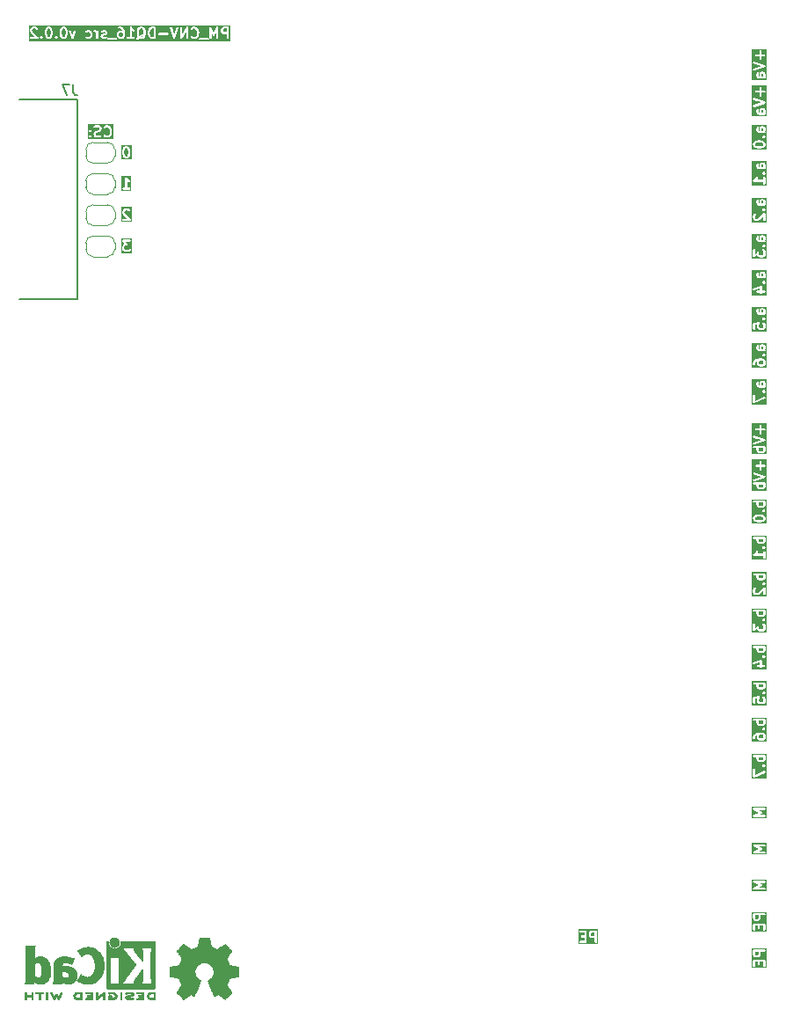
<source format=gbr>
%TF.GenerationSoftware,KiCad,Pcbnew,9.0.1*%
%TF.CreationDate,2025-04-28T12:51:49+03:00*%
%TF.ProjectId,PM_CNV-DQ16_src,504d5f43-4e56-42d4-9451-31365f737263,rev?*%
%TF.SameCoordinates,Original*%
%TF.FileFunction,Legend,Bot*%
%TF.FilePolarity,Positive*%
%FSLAX46Y46*%
G04 Gerber Fmt 4.6, Leading zero omitted, Abs format (unit mm)*
G04 Created by KiCad (PCBNEW 9.0.1) date 2025-04-28 12:51:49*
%MOMM*%
%LPD*%
G01*
G04 APERTURE LIST*
%ADD10C,0.200000*%
%ADD11C,0.150000*%
%ADD12C,0.120000*%
%ADD13C,0.152400*%
%ADD14C,0.010000*%
G04 APERTURE END LIST*
D10*
G36*
X38830064Y38592132D02*
G01*
X38852219Y38547822D01*
X38852219Y38356941D01*
X38842797Y38338096D01*
X38671266Y38338096D01*
X38671266Y38547822D01*
X38693421Y38592132D01*
X38737730Y38614286D01*
X38785754Y38614286D01*
X38830064Y38592132D01*
G37*
G36*
X39163330Y38026985D02*
G01*
X37741893Y38026985D01*
X37741893Y38571429D01*
X38185552Y38571429D01*
X38185552Y38380953D01*
X38187473Y38361444D01*
X38188848Y38358124D01*
X38189103Y38354540D01*
X38196109Y38336232D01*
X38243728Y38240994D01*
X38245781Y38237731D01*
X38246295Y38236192D01*
X38247957Y38234276D01*
X38254171Y38224404D01*
X38263641Y38216191D01*
X38271859Y38206715D01*
X38281732Y38200501D01*
X38283648Y38198839D01*
X38285186Y38198327D01*
X38288450Y38196272D01*
X38383687Y38148653D01*
X38401996Y38141647D01*
X38405579Y38141393D01*
X38408900Y38140017D01*
X38428409Y38138096D01*
X38952219Y38138096D01*
X38971728Y38140017D01*
X39007776Y38154949D01*
X39035366Y38182539D01*
X39050298Y38218587D01*
X39050298Y38257605D01*
X39039360Y38284010D01*
X39041662Y38288612D01*
X39048668Y38306921D01*
X39048922Y38310505D01*
X39050298Y38313825D01*
X39052219Y38333334D01*
X39052219Y38571429D01*
X39050298Y38590938D01*
X39048922Y38594259D01*
X39048668Y38597842D01*
X39041662Y38616151D01*
X38994043Y38711388D01*
X38991989Y38714651D01*
X38991476Y38716191D01*
X38989812Y38718109D01*
X38983600Y38727979D01*
X38974125Y38736196D01*
X38965911Y38745667D01*
X38956039Y38751881D01*
X38954123Y38753543D01*
X38952584Y38754057D01*
X38949321Y38756110D01*
X38854082Y38803729D01*
X38835773Y38810735D01*
X38832190Y38810990D01*
X38828870Y38812365D01*
X38809361Y38814286D01*
X38714123Y38814286D01*
X38694614Y38812365D01*
X38691293Y38810990D01*
X38687710Y38810735D01*
X38669401Y38803729D01*
X38574164Y38756110D01*
X38570900Y38754056D01*
X38569362Y38753543D01*
X38567446Y38751882D01*
X38557573Y38745667D01*
X38549355Y38736192D01*
X38539885Y38727978D01*
X38533671Y38718107D01*
X38532009Y38716190D01*
X38531495Y38714652D01*
X38529442Y38711388D01*
X38481823Y38616150D01*
X38474817Y38597842D01*
X38474562Y38594259D01*
X38473187Y38590938D01*
X38471266Y38571429D01*
X38471266Y38356941D01*
X38461844Y38338096D01*
X38452016Y38338096D01*
X38407707Y38360251D01*
X38385552Y38404561D01*
X38385552Y38547822D01*
X38422614Y38621945D01*
X38429620Y38640254D01*
X38432386Y38679174D01*
X38420047Y38716190D01*
X38394482Y38745667D01*
X38359584Y38763116D01*
X38320664Y38765881D01*
X38283648Y38753543D01*
X38254171Y38727978D01*
X38243728Y38711388D01*
X38196109Y38616150D01*
X38189103Y38597842D01*
X38188848Y38594259D01*
X38187473Y38590938D01*
X38185552Y38571429D01*
X37741893Y38571429D01*
X37741893Y39679174D01*
X37853004Y39679174D01*
X37855770Y39640254D01*
X37873220Y39605355D01*
X37902696Y39579790D01*
X37920596Y39571799D01*
X38635991Y39333334D01*
X37920596Y39094869D01*
X37902696Y39086878D01*
X37873220Y39061313D01*
X37855770Y39026414D01*
X37853004Y38987494D01*
X37865342Y38950478D01*
X37890907Y38921002D01*
X37925806Y38903552D01*
X37964726Y38900786D01*
X37983842Y38905133D01*
X38983841Y39238466D01*
X39001742Y39246457D01*
X39007143Y39251142D01*
X39013530Y39254335D01*
X39021742Y39263804D01*
X39031218Y39272022D01*
X39034413Y39278414D01*
X39039095Y39283811D01*
X39043061Y39295709D01*
X39048667Y39306921D01*
X39049173Y39314046D01*
X39051434Y39320827D01*
X39050544Y39333334D01*
X39051434Y39345841D01*
X39049173Y39352623D01*
X39048667Y39359747D01*
X39043061Y39370960D01*
X39039095Y39382857D01*
X39034413Y39388255D01*
X39031218Y39394646D01*
X39021742Y39402865D01*
X39013530Y39412333D01*
X39007143Y39415527D01*
X39001742Y39420211D01*
X38983841Y39428202D01*
X37983842Y39761535D01*
X37964726Y39765882D01*
X37925806Y39763116D01*
X37890907Y39745666D01*
X37865342Y39716190D01*
X37853004Y39679174D01*
X37741893Y39679174D01*
X37741893Y40400462D01*
X38092235Y40400462D01*
X38092235Y40361444D01*
X38107167Y40325396D01*
X38134757Y40297806D01*
X38170805Y40282874D01*
X38190314Y40280953D01*
X38471266Y40280953D01*
X38471266Y40000000D01*
X38473187Y39980491D01*
X38488119Y39944443D01*
X38515709Y39916853D01*
X38551757Y39901921D01*
X38590775Y39901921D01*
X38626823Y39916853D01*
X38654413Y39944443D01*
X38669345Y39980491D01*
X38671266Y40000000D01*
X38671266Y40280953D01*
X38952219Y40280953D01*
X38971728Y40282874D01*
X39007776Y40297806D01*
X39035366Y40325396D01*
X39050298Y40361444D01*
X39050298Y40400462D01*
X39035366Y40436510D01*
X39007776Y40464100D01*
X38971728Y40479032D01*
X38952219Y40480953D01*
X38671266Y40480953D01*
X38671266Y40761905D01*
X38669345Y40781414D01*
X38654413Y40817462D01*
X38626823Y40845052D01*
X38590775Y40859984D01*
X38551757Y40859984D01*
X38515709Y40845052D01*
X38488119Y40817462D01*
X38473187Y40781414D01*
X38471266Y40761905D01*
X38471266Y40480953D01*
X38190314Y40480953D01*
X38170805Y40479032D01*
X38134757Y40464100D01*
X38107167Y40436510D01*
X38092235Y40400462D01*
X37741893Y40400462D01*
X37741893Y40971095D01*
X39163330Y40971095D01*
X39163330Y38026985D01*
G37*
G36*
X38797746Y14465432D02*
G01*
X38822414Y14440765D01*
X38852219Y14381155D01*
X38852219Y14237893D01*
X38822414Y14178284D01*
X38797746Y14153617D01*
X38738135Y14123810D01*
X38547254Y14123810D01*
X38487644Y14153615D01*
X38462976Y14178284D01*
X38433171Y14237894D01*
X38433171Y14381155D01*
X38462976Y14440765D01*
X38487644Y14465434D01*
X38547254Y14495238D01*
X38738135Y14495238D01*
X38797746Y14465432D01*
G37*
G36*
X38830064Y15854036D02*
G01*
X38852219Y15809726D01*
X38852219Y15618845D01*
X38842797Y15600000D01*
X38671266Y15600000D01*
X38671266Y15809726D01*
X38693421Y15854036D01*
X38737730Y15876190D01*
X38785754Y15876190D01*
X38830064Y15854036D01*
G37*
G36*
X39163330Y13812699D02*
G01*
X37741108Y13812699D01*
X37741108Y14309524D01*
X37852219Y14309524D01*
X37852219Y14119048D01*
X37854140Y14099539D01*
X37869072Y14063491D01*
X37896662Y14035901D01*
X37932710Y14020969D01*
X37971728Y14020969D01*
X38007776Y14035901D01*
X38035366Y14063491D01*
X38050298Y14099539D01*
X38052219Y14119048D01*
X38052219Y14285917D01*
X38082024Y14345527D01*
X38111165Y14374669D01*
X38231372Y14454807D01*
X38248534Y14459097D01*
X38243728Y14449483D01*
X38236722Y14431175D01*
X38236467Y14427592D01*
X38235092Y14424271D01*
X38233171Y14404762D01*
X38233171Y14214286D01*
X38235092Y14194777D01*
X38236467Y14191457D01*
X38236722Y14187873D01*
X38243728Y14169565D01*
X38291347Y14074327D01*
X38296632Y14065931D01*
X38297643Y14063491D01*
X38299896Y14060745D01*
X38301790Y14057737D01*
X38303784Y14056008D01*
X38310079Y14048337D01*
X38357698Y14000719D01*
X38365364Y13994427D01*
X38367097Y13992429D01*
X38370105Y13990536D01*
X38372851Y13988282D01*
X38375291Y13987272D01*
X38383688Y13981986D01*
X38478925Y13934367D01*
X38497234Y13927361D01*
X38500817Y13927107D01*
X38504138Y13925731D01*
X38523647Y13923810D01*
X38761742Y13923810D01*
X38781251Y13925731D01*
X38784571Y13927107D01*
X38788155Y13927361D01*
X38806463Y13934367D01*
X38901701Y13981986D01*
X38910093Y13987270D01*
X38912537Y13988281D01*
X38915286Y13990538D01*
X38918291Y13992429D01*
X38920020Y13994424D01*
X38927690Y14000718D01*
X38975310Y14048336D01*
X38981603Y14056005D01*
X38983600Y14057736D01*
X38985493Y14060745D01*
X38987747Y14063490D01*
X38988757Y14065931D01*
X38994043Y14074327D01*
X39041662Y14169564D01*
X39048668Y14187873D01*
X39048922Y14191457D01*
X39050298Y14194777D01*
X39052219Y14214286D01*
X39052219Y14404762D01*
X39050298Y14424271D01*
X39048922Y14427592D01*
X39048668Y14431175D01*
X39041662Y14449484D01*
X38994043Y14544721D01*
X38988757Y14553118D01*
X38987747Y14555558D01*
X38985493Y14558304D01*
X38983600Y14561312D01*
X38981603Y14563044D01*
X38975310Y14570712D01*
X38927690Y14618330D01*
X38920020Y14624625D01*
X38918291Y14626619D01*
X38915286Y14628511D01*
X38912537Y14630767D01*
X38910093Y14631779D01*
X38901701Y14637062D01*
X38806463Y14684681D01*
X38788155Y14691687D01*
X38784571Y14691942D01*
X38781251Y14693317D01*
X38761742Y14695238D01*
X38380790Y14695238D01*
X38377387Y14694903D01*
X38375929Y14695120D01*
X38368631Y14694041D01*
X38361281Y14693317D01*
X38359917Y14692753D01*
X38356536Y14692252D01*
X38166060Y14644633D01*
X38154565Y14640527D01*
X38152142Y14640047D01*
X38149945Y14638877D01*
X38147600Y14638038D01*
X38145613Y14636567D01*
X38134844Y14630824D01*
X37991987Y14535586D01*
X37991933Y14535543D01*
X37991899Y14535528D01*
X37984413Y14529384D01*
X37976820Y14523166D01*
X37976798Y14523135D01*
X37976746Y14523091D01*
X37929127Y14475473D01*
X37922832Y14467803D01*
X37920838Y14466073D01*
X37918944Y14463066D01*
X37916691Y14460319D01*
X37915680Y14457880D01*
X37910395Y14449483D01*
X37862776Y14354245D01*
X37855770Y14335937D01*
X37855515Y14332354D01*
X37854140Y14329033D01*
X37852219Y14309524D01*
X37741108Y14309524D01*
X37741108Y15043318D01*
X38758901Y15043318D01*
X38758901Y15004300D01*
X38760385Y15000717D01*
X38773832Y14968252D01*
X38773833Y14968251D01*
X38786270Y14953098D01*
X38833890Y14905479D01*
X38849043Y14893042D01*
X38874533Y14882485D01*
X38885091Y14878111D01*
X38885092Y14878111D01*
X38924109Y14878111D01*
X38945226Y14886859D01*
X38960158Y14893043D01*
X38960162Y14893048D01*
X38975311Y14905479D01*
X39022929Y14953098D01*
X39035366Y14968251D01*
X39046735Y14995699D01*
X39050298Y15004300D01*
X39050298Y15043318D01*
X39035366Y15079366D01*
X39035366Y15079367D01*
X39022929Y15094520D01*
X38975311Y15142139D01*
X38960162Y15154571D01*
X38960158Y15154575D01*
X38945226Y15160760D01*
X38924109Y15169507D01*
X38885091Y15169507D01*
X38874533Y15165134D01*
X38849043Y15154576D01*
X38833890Y15142139D01*
X38786270Y15094520D01*
X38773833Y15079367D01*
X38773832Y15079366D01*
X38763274Y15053876D01*
X38758901Y15043318D01*
X37741108Y15043318D01*
X37741108Y15833333D01*
X38185552Y15833333D01*
X38185552Y15642857D01*
X38187473Y15623348D01*
X38188848Y15620028D01*
X38189103Y15616444D01*
X38196109Y15598136D01*
X38243728Y15502898D01*
X38245781Y15499635D01*
X38246295Y15498096D01*
X38247957Y15496180D01*
X38254171Y15486308D01*
X38263641Y15478095D01*
X38271859Y15468619D01*
X38281732Y15462405D01*
X38283648Y15460743D01*
X38285186Y15460231D01*
X38288450Y15458176D01*
X38383687Y15410557D01*
X38401996Y15403551D01*
X38405579Y15403297D01*
X38408900Y15401921D01*
X38428409Y15400000D01*
X38952219Y15400000D01*
X38971728Y15401921D01*
X39007776Y15416853D01*
X39035366Y15444443D01*
X39050298Y15480491D01*
X39050298Y15519509D01*
X39039360Y15545914D01*
X39041662Y15550516D01*
X39048668Y15568825D01*
X39048922Y15572409D01*
X39050298Y15575729D01*
X39052219Y15595238D01*
X39052219Y15833333D01*
X39050298Y15852842D01*
X39048922Y15856163D01*
X39048668Y15859746D01*
X39041662Y15878055D01*
X38994043Y15973292D01*
X38991989Y15976555D01*
X38991476Y15978095D01*
X38989812Y15980013D01*
X38983600Y15989883D01*
X38974125Y15998100D01*
X38965911Y16007571D01*
X38956039Y16013785D01*
X38954123Y16015447D01*
X38952584Y16015961D01*
X38949321Y16018014D01*
X38854082Y16065633D01*
X38835773Y16072639D01*
X38832190Y16072894D01*
X38828870Y16074269D01*
X38809361Y16076190D01*
X38714123Y16076190D01*
X38694614Y16074269D01*
X38691293Y16072894D01*
X38687710Y16072639D01*
X38669401Y16065633D01*
X38574164Y16018014D01*
X38570900Y16015960D01*
X38569362Y16015447D01*
X38567446Y16013786D01*
X38557573Y16007571D01*
X38549355Y15998096D01*
X38539885Y15989882D01*
X38533671Y15980011D01*
X38532009Y15978094D01*
X38531495Y15976556D01*
X38529442Y15973292D01*
X38481823Y15878054D01*
X38474817Y15859746D01*
X38474562Y15856163D01*
X38473187Y15852842D01*
X38471266Y15833333D01*
X38471266Y15618845D01*
X38461844Y15600000D01*
X38452016Y15600000D01*
X38407707Y15622155D01*
X38385552Y15666465D01*
X38385552Y15809726D01*
X38422614Y15883849D01*
X38429620Y15902158D01*
X38432386Y15941078D01*
X38420047Y15978094D01*
X38394482Y16007571D01*
X38359584Y16025020D01*
X38320664Y16027785D01*
X38283648Y16015447D01*
X38254171Y15989882D01*
X38243728Y15973292D01*
X38196109Y15878054D01*
X38189103Y15859746D01*
X38188848Y15856163D01*
X38187473Y15852842D01*
X38185552Y15833333D01*
X37741108Y15833333D01*
X37741108Y16187301D01*
X39163330Y16187301D01*
X39163330Y13812699D01*
G37*
G36*
X38830064Y22854036D02*
G01*
X38852219Y22809726D01*
X38852219Y22618845D01*
X38842797Y22600000D01*
X38671266Y22600000D01*
X38671266Y22809726D01*
X38693421Y22854036D01*
X38737730Y22876190D01*
X38785754Y22876190D01*
X38830064Y22854036D01*
G37*
G36*
X39163330Y20767001D02*
G01*
X37694274Y20767001D01*
X37694274Y21344636D01*
X37805385Y21344636D01*
X37817723Y21307620D01*
X37843288Y21278144D01*
X37878187Y21260694D01*
X37917107Y21257928D01*
X37936223Y21262275D01*
X38518885Y21456496D01*
X38518885Y21219048D01*
X38285552Y21219048D01*
X38266043Y21217127D01*
X38229995Y21202195D01*
X38202405Y21174605D01*
X38187473Y21138557D01*
X38187473Y21099539D01*
X38202405Y21063491D01*
X38229995Y21035901D01*
X38266043Y21020969D01*
X38285552Y21019048D01*
X38518885Y21019048D01*
X38518885Y20976191D01*
X38520806Y20956682D01*
X38535738Y20920634D01*
X38563328Y20893044D01*
X38599376Y20878112D01*
X38638394Y20878112D01*
X38674442Y20893044D01*
X38702032Y20920634D01*
X38716964Y20956682D01*
X38718885Y20976191D01*
X38718885Y21019048D01*
X38952219Y21019048D01*
X38971728Y21020969D01*
X39007776Y21035901D01*
X39035366Y21063491D01*
X39050298Y21099539D01*
X39050298Y21138557D01*
X39035366Y21174605D01*
X39007776Y21202195D01*
X38971728Y21217127D01*
X38952219Y21219048D01*
X38718885Y21219048D01*
X38718885Y21595238D01*
X38717912Y21605112D01*
X38718100Y21607745D01*
X38717466Y21609647D01*
X38716964Y21614747D01*
X38710828Y21629560D01*
X38705761Y21644761D01*
X38703407Y21647475D01*
X38702032Y21650795D01*
X38690693Y21662134D01*
X38680196Y21674237D01*
X38676983Y21675844D01*
X38674442Y21678385D01*
X38659627Y21684522D01*
X38645297Y21691687D01*
X38641714Y21691942D01*
X38638394Y21693317D01*
X38622361Y21693317D01*
X38606377Y21694453D01*
X38601382Y21693317D01*
X38599376Y21693317D01*
X38596934Y21692306D01*
X38587262Y21690106D01*
X37872977Y21452011D01*
X37855077Y21444020D01*
X37825601Y21418455D01*
X37808151Y21383556D01*
X37805385Y21344636D01*
X37694274Y21344636D01*
X37694274Y22043318D01*
X38758901Y22043318D01*
X38758901Y22004300D01*
X38760385Y22000717D01*
X38773832Y21968252D01*
X38773833Y21968251D01*
X38786270Y21953098D01*
X38833890Y21905479D01*
X38849043Y21893042D01*
X38874533Y21882485D01*
X38885091Y21878111D01*
X38885092Y21878111D01*
X38924109Y21878111D01*
X38945226Y21886859D01*
X38960158Y21893043D01*
X38960162Y21893048D01*
X38975311Y21905479D01*
X39022929Y21953098D01*
X39035366Y21968251D01*
X39046735Y21995699D01*
X39050298Y22004300D01*
X39050298Y22043318D01*
X39035366Y22079366D01*
X39035366Y22079367D01*
X39022929Y22094520D01*
X38975311Y22142139D01*
X38960162Y22154571D01*
X38960158Y22154575D01*
X38945226Y22160760D01*
X38924109Y22169507D01*
X38885091Y22169507D01*
X38874533Y22165134D01*
X38849043Y22154576D01*
X38833890Y22142139D01*
X38786270Y22094520D01*
X38773833Y22079367D01*
X38773832Y22079366D01*
X38763274Y22053876D01*
X38758901Y22043318D01*
X37694274Y22043318D01*
X37694274Y22833333D01*
X38185552Y22833333D01*
X38185552Y22642857D01*
X38187473Y22623348D01*
X38188848Y22620028D01*
X38189103Y22616444D01*
X38196109Y22598136D01*
X38243728Y22502898D01*
X38245781Y22499635D01*
X38246295Y22498096D01*
X38247957Y22496180D01*
X38254171Y22486308D01*
X38263641Y22478095D01*
X38271859Y22468619D01*
X38281732Y22462405D01*
X38283648Y22460743D01*
X38285186Y22460231D01*
X38288450Y22458176D01*
X38383687Y22410557D01*
X38401996Y22403551D01*
X38405579Y22403297D01*
X38408900Y22401921D01*
X38428409Y22400000D01*
X38952219Y22400000D01*
X38971728Y22401921D01*
X39007776Y22416853D01*
X39035366Y22444443D01*
X39050298Y22480491D01*
X39050298Y22519509D01*
X39039360Y22545914D01*
X39041662Y22550516D01*
X39048668Y22568825D01*
X39048922Y22572409D01*
X39050298Y22575729D01*
X39052219Y22595238D01*
X39052219Y22833333D01*
X39050298Y22852842D01*
X39048922Y22856163D01*
X39048668Y22859746D01*
X39041662Y22878055D01*
X38994043Y22973292D01*
X38991989Y22976555D01*
X38991476Y22978095D01*
X38989812Y22980013D01*
X38983600Y22989883D01*
X38974125Y22998100D01*
X38965911Y23007571D01*
X38956039Y23013785D01*
X38954123Y23015447D01*
X38952584Y23015961D01*
X38949321Y23018014D01*
X38854082Y23065633D01*
X38835773Y23072639D01*
X38832190Y23072894D01*
X38828870Y23074269D01*
X38809361Y23076190D01*
X38714123Y23076190D01*
X38694614Y23074269D01*
X38691293Y23072894D01*
X38687710Y23072639D01*
X38669401Y23065633D01*
X38574164Y23018014D01*
X38570900Y23015960D01*
X38569362Y23015447D01*
X38567446Y23013786D01*
X38557573Y23007571D01*
X38549355Y22998096D01*
X38539885Y22989882D01*
X38533671Y22980011D01*
X38532009Y22978094D01*
X38531495Y22976556D01*
X38529442Y22973292D01*
X38481823Y22878054D01*
X38474817Y22859746D01*
X38474562Y22856163D01*
X38473187Y22852842D01*
X38471266Y22833333D01*
X38471266Y22618845D01*
X38461844Y22600000D01*
X38452016Y22600000D01*
X38407707Y22622155D01*
X38385552Y22666465D01*
X38385552Y22809726D01*
X38422614Y22883849D01*
X38429620Y22902158D01*
X38432386Y22941078D01*
X38420047Y22978094D01*
X38394482Y23007571D01*
X38359584Y23025020D01*
X38320664Y23027785D01*
X38283648Y23015447D01*
X38254171Y22989882D01*
X38243728Y22973292D01*
X38196109Y22878054D01*
X38189103Y22859746D01*
X38188848Y22856163D01*
X38187473Y22852842D01*
X38185552Y22833333D01*
X37694274Y22833333D01*
X37694274Y23187301D01*
X39163330Y23187301D01*
X39163330Y20767001D01*
G37*
G36*
X-21957478Y27836670D02*
G01*
X-22996826Y27836670D01*
X-22996826Y28857305D01*
X-22885715Y28857305D01*
X-22885715Y28762067D01*
X-22884743Y28752194D01*
X-22884930Y28749560D01*
X-22884143Y28746097D01*
X-22883794Y28742558D01*
X-22882783Y28740116D01*
X-22880583Y28730444D01*
X-22832964Y28587588D01*
X-22824973Y28569687D01*
X-22822618Y28566972D01*
X-22821243Y28563653D01*
X-22808807Y28548499D01*
X-22408090Y28147781D01*
X-22785715Y28147781D01*
X-22805224Y28145860D01*
X-22841272Y28130928D01*
X-22868862Y28103338D01*
X-22883794Y28067290D01*
X-22883794Y28028272D01*
X-22868862Y27992224D01*
X-22841272Y27964634D01*
X-22805224Y27949702D01*
X-22785715Y27947781D01*
X-22166668Y27947781D01*
X-22147159Y27949702D01*
X-22111111Y27964634D01*
X-22083521Y27992224D01*
X-22068589Y28028272D01*
X-22068589Y28067290D01*
X-22083521Y28103338D01*
X-22095957Y28118492D01*
X-22650694Y28673230D01*
X-22685715Y28778294D01*
X-22685715Y28833698D01*
X-22655910Y28893308D01*
X-22631242Y28917977D01*
X-22571632Y28947781D01*
X-22380751Y28947781D01*
X-22321142Y28917976D01*
X-22284998Y28881833D01*
X-22269845Y28869396D01*
X-22233796Y28854465D01*
X-22194778Y28854465D01*
X-22158730Y28869396D01*
X-22131140Y28896986D01*
X-22116209Y28933034D01*
X-22116209Y28972052D01*
X-22131140Y29008101D01*
X-22143577Y29023254D01*
X-22191195Y29070873D01*
X-22198866Y29077168D01*
X-22200595Y29079162D01*
X-22203603Y29081056D01*
X-22206349Y29083309D01*
X-22208789Y29084320D01*
X-22217185Y29089605D01*
X-22312423Y29137224D01*
X-22330731Y29144230D01*
X-22334315Y29144485D01*
X-22337635Y29145860D01*
X-22357144Y29147781D01*
X-22595239Y29147781D01*
X-22614748Y29145860D01*
X-22618069Y29144485D01*
X-22621652Y29144230D01*
X-22639961Y29137224D01*
X-22735198Y29089605D01*
X-22743595Y29084320D01*
X-22746035Y29083309D01*
X-22748781Y29081056D01*
X-22751789Y29079162D01*
X-22753522Y29077165D01*
X-22761188Y29070872D01*
X-22808807Y29023254D01*
X-22815102Y29015584D01*
X-22817096Y29013854D01*
X-22818990Y29010847D01*
X-22821243Y29008100D01*
X-22822254Y29005661D01*
X-22827539Y28997264D01*
X-22875158Y28902026D01*
X-22882164Y28883718D01*
X-22882419Y28880135D01*
X-22883794Y28876814D01*
X-22885715Y28857305D01*
X-22996826Y28857305D01*
X-22996826Y29258892D01*
X-21957478Y29258892D01*
X-21957478Y27836670D01*
G37*
G36*
X38726837Y35453268D02*
G01*
X38797746Y35417813D01*
X38822414Y35393146D01*
X38852219Y35333536D01*
X38852219Y35285512D01*
X38822414Y35225903D01*
X38797746Y35201236D01*
X38726837Y35165781D01*
X38558956Y35123810D01*
X38345480Y35123810D01*
X38177599Y35165781D01*
X38106692Y35201234D01*
X38082024Y35225903D01*
X38052219Y35285513D01*
X38052219Y35333536D01*
X38082024Y35393146D01*
X38106692Y35417815D01*
X38177599Y35453268D01*
X38345480Y35495238D01*
X38558956Y35495238D01*
X38726837Y35453268D01*
G37*
G36*
X38830064Y36854036D02*
G01*
X38852219Y36809726D01*
X38852219Y36618845D01*
X38842797Y36600000D01*
X38671266Y36600000D01*
X38671266Y36809726D01*
X38693421Y36854036D01*
X38737730Y36876190D01*
X38785754Y36876190D01*
X38830064Y36854036D01*
G37*
G36*
X39163330Y34812699D02*
G01*
X37741108Y34812699D01*
X37741108Y35357143D01*
X37852219Y35357143D01*
X37852219Y35261905D01*
X37854140Y35242396D01*
X37855515Y35239076D01*
X37855770Y35235492D01*
X37862776Y35217184D01*
X37910395Y35121946D01*
X37915680Y35113550D01*
X37916691Y35111110D01*
X37918944Y35108364D01*
X37920838Y35105356D01*
X37922832Y35103627D01*
X37929127Y35095956D01*
X37976746Y35048338D01*
X37984412Y35042046D01*
X37986145Y35040048D01*
X37989153Y35038155D01*
X37991899Y35035901D01*
X37994339Y35034891D01*
X38002736Y35029605D01*
X38097973Y34981986D01*
X38099401Y34981440D01*
X38099981Y34981010D01*
X38108157Y34978089D01*
X38116282Y34974980D01*
X38117002Y34974929D01*
X38118441Y34974415D01*
X38308917Y34926796D01*
X38312298Y34926296D01*
X38313662Y34925731D01*
X38321012Y34925008D01*
X38328310Y34923928D01*
X38329768Y34924146D01*
X38333171Y34923810D01*
X38571266Y34923810D01*
X38574668Y34924146D01*
X38576127Y34923928D01*
X38583424Y34925008D01*
X38590775Y34925731D01*
X38592138Y34926296D01*
X38595520Y34926796D01*
X38785995Y34974415D01*
X38787432Y34974929D01*
X38788155Y34974980D01*
X38796279Y34978089D01*
X38804456Y34981010D01*
X38805036Y34981441D01*
X38806463Y34981986D01*
X38901701Y35029605D01*
X38910093Y35034889D01*
X38912537Y35035900D01*
X38915286Y35038157D01*
X38918291Y35040048D01*
X38920020Y35042043D01*
X38927690Y35048337D01*
X38975310Y35095955D01*
X38981603Y35103624D01*
X38983600Y35105355D01*
X38985493Y35108364D01*
X38987747Y35111109D01*
X38988757Y35113550D01*
X38994043Y35121946D01*
X39041662Y35217183D01*
X39048668Y35235492D01*
X39048922Y35239076D01*
X39050298Y35242396D01*
X39052219Y35261905D01*
X39052219Y35357143D01*
X39050298Y35376652D01*
X39048922Y35379973D01*
X39048668Y35383556D01*
X39041662Y35401865D01*
X38994043Y35497102D01*
X38988757Y35505499D01*
X38987747Y35507939D01*
X38985493Y35510685D01*
X38983600Y35513693D01*
X38981603Y35515425D01*
X38975310Y35523093D01*
X38927690Y35570711D01*
X38920020Y35577006D01*
X38918291Y35579000D01*
X38915286Y35580892D01*
X38912537Y35583148D01*
X38910093Y35584160D01*
X38901701Y35589443D01*
X38806463Y35637062D01*
X38805036Y35637608D01*
X38804456Y35638038D01*
X38796279Y35640960D01*
X38788155Y35644068D01*
X38787432Y35644120D01*
X38785995Y35644633D01*
X38595520Y35692252D01*
X38592138Y35692753D01*
X38590775Y35693317D01*
X38583424Y35694041D01*
X38576127Y35695120D01*
X38574668Y35694903D01*
X38571266Y35695238D01*
X38333171Y35695238D01*
X38329768Y35694903D01*
X38328310Y35695120D01*
X38321012Y35694041D01*
X38313662Y35693317D01*
X38312298Y35692753D01*
X38308917Y35692252D01*
X38118441Y35644633D01*
X38117002Y35644120D01*
X38116282Y35644068D01*
X38108157Y35640960D01*
X38099981Y35638038D01*
X38099401Y35637609D01*
X38097973Y35637062D01*
X38002736Y35589443D01*
X37994339Y35584158D01*
X37991899Y35583147D01*
X37989153Y35580894D01*
X37986145Y35579000D01*
X37984412Y35577003D01*
X37976746Y35570710D01*
X37929127Y35523092D01*
X37922832Y35515422D01*
X37920838Y35513692D01*
X37918944Y35510685D01*
X37916691Y35507938D01*
X37915680Y35505499D01*
X37910395Y35497102D01*
X37862776Y35401864D01*
X37855770Y35383556D01*
X37855515Y35379973D01*
X37854140Y35376652D01*
X37852219Y35357143D01*
X37741108Y35357143D01*
X37741108Y36043318D01*
X38758901Y36043318D01*
X38758901Y36004300D01*
X38760385Y36000717D01*
X38773832Y35968252D01*
X38773833Y35968251D01*
X38786270Y35953098D01*
X38833890Y35905479D01*
X38849043Y35893042D01*
X38874533Y35882485D01*
X38885091Y35878111D01*
X38885092Y35878111D01*
X38924109Y35878111D01*
X38945226Y35886859D01*
X38960158Y35893043D01*
X38960162Y35893048D01*
X38975311Y35905479D01*
X39022929Y35953098D01*
X39035366Y35968251D01*
X39046735Y35995699D01*
X39050298Y36004300D01*
X39050298Y36043318D01*
X39035366Y36079366D01*
X39035366Y36079367D01*
X39022929Y36094520D01*
X38975311Y36142139D01*
X38960162Y36154571D01*
X38960158Y36154575D01*
X38945226Y36160760D01*
X38924109Y36169507D01*
X38885091Y36169507D01*
X38874533Y36165134D01*
X38849043Y36154576D01*
X38833890Y36142139D01*
X38786270Y36094520D01*
X38773833Y36079367D01*
X38773832Y36079366D01*
X38763274Y36053876D01*
X38758901Y36043318D01*
X37741108Y36043318D01*
X37741108Y36833333D01*
X38185552Y36833333D01*
X38185552Y36642857D01*
X38187473Y36623348D01*
X38188848Y36620028D01*
X38189103Y36616444D01*
X38196109Y36598136D01*
X38243728Y36502898D01*
X38245781Y36499635D01*
X38246295Y36498096D01*
X38247957Y36496180D01*
X38254171Y36486308D01*
X38263641Y36478095D01*
X38271859Y36468619D01*
X38281732Y36462405D01*
X38283648Y36460743D01*
X38285186Y36460231D01*
X38288450Y36458176D01*
X38383687Y36410557D01*
X38401996Y36403551D01*
X38405579Y36403297D01*
X38408900Y36401921D01*
X38428409Y36400000D01*
X38952219Y36400000D01*
X38971728Y36401921D01*
X39007776Y36416853D01*
X39035366Y36444443D01*
X39050298Y36480491D01*
X39050298Y36519509D01*
X39039360Y36545914D01*
X39041662Y36550516D01*
X39048668Y36568825D01*
X39048922Y36572409D01*
X39050298Y36575729D01*
X39052219Y36595238D01*
X39052219Y36833333D01*
X39050298Y36852842D01*
X39048922Y36856163D01*
X39048668Y36859746D01*
X39041662Y36878055D01*
X38994043Y36973292D01*
X38991989Y36976555D01*
X38991476Y36978095D01*
X38989812Y36980013D01*
X38983600Y36989883D01*
X38974125Y36998100D01*
X38965911Y37007571D01*
X38956039Y37013785D01*
X38954123Y37015447D01*
X38952584Y37015961D01*
X38949321Y37018014D01*
X38854082Y37065633D01*
X38835773Y37072639D01*
X38832190Y37072894D01*
X38828870Y37074269D01*
X38809361Y37076190D01*
X38714123Y37076190D01*
X38694614Y37074269D01*
X38691293Y37072894D01*
X38687710Y37072639D01*
X38669401Y37065633D01*
X38574164Y37018014D01*
X38570900Y37015960D01*
X38569362Y37015447D01*
X38567446Y37013786D01*
X38557573Y37007571D01*
X38549355Y36998096D01*
X38539885Y36989882D01*
X38533671Y36980011D01*
X38532009Y36978094D01*
X38531495Y36976556D01*
X38529442Y36973292D01*
X38481823Y36878054D01*
X38474817Y36859746D01*
X38474562Y36856163D01*
X38473187Y36852842D01*
X38471266Y36833333D01*
X38471266Y36618845D01*
X38461844Y36600000D01*
X38452016Y36600000D01*
X38407707Y36622155D01*
X38385552Y36666465D01*
X38385552Y36809726D01*
X38422614Y36883849D01*
X38429620Y36902158D01*
X38432386Y36941078D01*
X38420047Y36978094D01*
X38394482Y37007571D01*
X38359584Y37025020D01*
X38320664Y37027785D01*
X38283648Y37015447D01*
X38254171Y36989882D01*
X38243728Y36973292D01*
X38196109Y36878054D01*
X38189103Y36859746D01*
X38188848Y36856163D01*
X38187473Y36852842D01*
X38185552Y36833333D01*
X37741108Y36833333D01*
X37741108Y37187301D01*
X39163330Y37187301D01*
X39163330Y34812699D01*
G37*
G36*
X38852219Y-2690274D02*
G01*
X38852219Y-2833536D01*
X38822414Y-2893145D01*
X38797746Y-2917812D01*
X38738135Y-2947619D01*
X38499635Y-2947619D01*
X38440025Y-2917814D01*
X38415357Y-2893145D01*
X38385552Y-2833535D01*
X38385552Y-2690274D01*
X38394975Y-2671429D01*
X38842796Y-2671429D01*
X38852219Y-2690274D01*
G37*
G36*
X39163330Y-4685380D02*
G01*
X37741108Y-4685380D01*
X37741108Y-4190371D01*
X37852219Y-4190371D01*
X37854140Y-4200081D01*
X37854140Y-4209985D01*
X37857889Y-4219037D01*
X37859791Y-4228648D01*
X37865283Y-4236886D01*
X37869072Y-4246033D01*
X37875998Y-4252959D01*
X37881434Y-4261113D01*
X37889662Y-4266623D01*
X37896662Y-4273623D01*
X37905713Y-4277372D01*
X37913854Y-4282824D01*
X37923561Y-4284765D01*
X37932710Y-4288555D01*
X37952012Y-4290455D01*
X37952114Y-4290476D01*
X37952148Y-4290469D01*
X37952219Y-4290476D01*
X38852219Y-4290476D01*
X38852219Y-4476190D01*
X38854140Y-4495699D01*
X38869072Y-4531747D01*
X38896662Y-4559337D01*
X38932710Y-4574269D01*
X38971728Y-4574269D01*
X39007776Y-4559337D01*
X39035366Y-4531747D01*
X39050298Y-4495699D01*
X39052219Y-4476190D01*
X39052219Y-3904762D01*
X39050298Y-3885253D01*
X39035366Y-3849205D01*
X39007776Y-3821615D01*
X38971728Y-3806683D01*
X38932710Y-3806683D01*
X38896662Y-3821615D01*
X38869072Y-3849205D01*
X38854140Y-3885253D01*
X38852219Y-3904762D01*
X38852219Y-4090476D01*
X38241260Y-4090476D01*
X38261025Y-4070711D01*
X38267316Y-4063044D01*
X38269314Y-4061312D01*
X38271209Y-4058300D01*
X38273461Y-4055557D01*
X38274470Y-4053119D01*
X38279757Y-4044721D01*
X38327376Y-3949484D01*
X38334382Y-3931175D01*
X38337148Y-3892255D01*
X38324809Y-3855239D01*
X38299244Y-3825762D01*
X38264346Y-3808313D01*
X38225426Y-3805548D01*
X38188410Y-3817886D01*
X38158933Y-3843451D01*
X38148490Y-3860041D01*
X38108129Y-3940763D01*
X38031365Y-4017527D01*
X37896749Y-4107271D01*
X37896694Y-4107315D01*
X37896662Y-4107329D01*
X37896588Y-4107402D01*
X37881582Y-4119691D01*
X37876071Y-4127919D01*
X37869072Y-4134919D01*
X37865322Y-4143970D01*
X37859871Y-4152111D01*
X37857929Y-4161818D01*
X37854140Y-4170967D01*
X37854140Y-4180766D01*
X37852219Y-4190371D01*
X37741108Y-4190371D01*
X37741108Y-3456682D01*
X38758901Y-3456682D01*
X38758901Y-3495700D01*
X38760385Y-3499283D01*
X38773832Y-3531748D01*
X38773833Y-3531749D01*
X38786270Y-3546902D01*
X38833890Y-3594521D01*
X38849043Y-3606958D01*
X38874533Y-3617515D01*
X38885091Y-3621889D01*
X38885092Y-3621889D01*
X38924109Y-3621889D01*
X38945226Y-3613141D01*
X38960158Y-3606957D01*
X38960162Y-3606952D01*
X38975311Y-3594521D01*
X39022929Y-3546902D01*
X39035366Y-3531749D01*
X39046735Y-3504301D01*
X39050298Y-3495700D01*
X39050298Y-3456682D01*
X39035366Y-3420634D01*
X39035366Y-3420633D01*
X39022929Y-3405480D01*
X38975311Y-3357861D01*
X38960162Y-3345429D01*
X38960158Y-3345425D01*
X38945226Y-3339240D01*
X38924109Y-3330493D01*
X38885091Y-3330493D01*
X38874533Y-3334866D01*
X38849043Y-3345424D01*
X38833890Y-3357861D01*
X38786270Y-3405480D01*
X38773833Y-3420633D01*
X38773832Y-3420634D01*
X38763274Y-3446124D01*
X38758901Y-3456682D01*
X37741108Y-3456682D01*
X37741108Y-2551920D01*
X37854140Y-2551920D01*
X37854140Y-2590938D01*
X37869072Y-2626986D01*
X37896662Y-2654576D01*
X37932710Y-2669508D01*
X37952219Y-2671429D01*
X38185552Y-2671429D01*
X38185552Y-2857143D01*
X38187473Y-2876652D01*
X38188848Y-2879972D01*
X38189103Y-2883556D01*
X38196109Y-2901864D01*
X38243728Y-2997102D01*
X38249013Y-3005498D01*
X38250024Y-3007938D01*
X38252277Y-3010684D01*
X38254171Y-3013692D01*
X38256165Y-3015421D01*
X38262460Y-3023092D01*
X38310079Y-3070710D01*
X38317745Y-3077002D01*
X38319478Y-3079000D01*
X38322486Y-3080893D01*
X38325232Y-3083147D01*
X38327672Y-3084157D01*
X38336069Y-3089443D01*
X38431306Y-3137062D01*
X38449615Y-3144068D01*
X38453198Y-3144322D01*
X38456519Y-3145698D01*
X38476028Y-3147619D01*
X38761742Y-3147619D01*
X38781251Y-3145698D01*
X38784571Y-3144322D01*
X38788155Y-3144068D01*
X38806463Y-3137062D01*
X38901701Y-3089443D01*
X38910093Y-3084159D01*
X38912537Y-3083148D01*
X38915286Y-3080891D01*
X38918291Y-3079000D01*
X38920020Y-3077005D01*
X38927690Y-3070711D01*
X38975310Y-3023093D01*
X38981603Y-3015424D01*
X38983600Y-3013693D01*
X38985493Y-3010684D01*
X38987747Y-3007939D01*
X38988757Y-3005498D01*
X38994043Y-2997102D01*
X39041662Y-2901865D01*
X39048668Y-2883556D01*
X39048922Y-2879972D01*
X39050298Y-2876652D01*
X39052219Y-2857143D01*
X39052219Y-2666667D01*
X39050298Y-2647158D01*
X39048922Y-2643837D01*
X39048668Y-2640254D01*
X39041662Y-2621945D01*
X39039360Y-2617342D01*
X39050298Y-2590938D01*
X39050298Y-2551920D01*
X39035366Y-2515872D01*
X39007776Y-2488282D01*
X38971728Y-2473350D01*
X38952219Y-2471429D01*
X37952219Y-2471429D01*
X37932710Y-2473350D01*
X37896662Y-2488282D01*
X37869072Y-2515872D01*
X37854140Y-2551920D01*
X37741108Y-2551920D01*
X37741108Y-2360318D01*
X39163330Y-2360318D01*
X39163330Y-4685380D01*
G37*
G36*
X38830064Y42092132D02*
G01*
X38852219Y42047822D01*
X38852219Y41856941D01*
X38842797Y41838096D01*
X38671266Y41838096D01*
X38671266Y42047822D01*
X38693421Y42092132D01*
X38737730Y42114286D01*
X38785754Y42114286D01*
X38830064Y42092132D01*
G37*
G36*
X39163330Y41526985D02*
G01*
X37741893Y41526985D01*
X37741893Y42071429D01*
X38185552Y42071429D01*
X38185552Y41880953D01*
X38187473Y41861444D01*
X38188848Y41858124D01*
X38189103Y41854540D01*
X38196109Y41836232D01*
X38243728Y41740994D01*
X38245781Y41737731D01*
X38246295Y41736192D01*
X38247957Y41734276D01*
X38254171Y41724404D01*
X38263641Y41716191D01*
X38271859Y41706715D01*
X38281732Y41700501D01*
X38283648Y41698839D01*
X38285186Y41698327D01*
X38288450Y41696272D01*
X38383687Y41648653D01*
X38401996Y41641647D01*
X38405579Y41641393D01*
X38408900Y41640017D01*
X38428409Y41638096D01*
X38952219Y41638096D01*
X38971728Y41640017D01*
X39007776Y41654949D01*
X39035366Y41682539D01*
X39050298Y41718587D01*
X39050298Y41757605D01*
X39039360Y41784010D01*
X39041662Y41788612D01*
X39048668Y41806921D01*
X39048922Y41810505D01*
X39050298Y41813825D01*
X39052219Y41833334D01*
X39052219Y42071429D01*
X39050298Y42090938D01*
X39048922Y42094259D01*
X39048668Y42097842D01*
X39041662Y42116151D01*
X38994043Y42211388D01*
X38991989Y42214651D01*
X38991476Y42216191D01*
X38989812Y42218109D01*
X38983600Y42227979D01*
X38974125Y42236196D01*
X38965911Y42245667D01*
X38956039Y42251881D01*
X38954123Y42253543D01*
X38952584Y42254057D01*
X38949321Y42256110D01*
X38854082Y42303729D01*
X38835773Y42310735D01*
X38832190Y42310990D01*
X38828870Y42312365D01*
X38809361Y42314286D01*
X38714123Y42314286D01*
X38694614Y42312365D01*
X38691293Y42310990D01*
X38687710Y42310735D01*
X38669401Y42303729D01*
X38574164Y42256110D01*
X38570900Y42254056D01*
X38569362Y42253543D01*
X38567446Y42251882D01*
X38557573Y42245667D01*
X38549355Y42236192D01*
X38539885Y42227978D01*
X38533671Y42218107D01*
X38532009Y42216190D01*
X38531495Y42214652D01*
X38529442Y42211388D01*
X38481823Y42116150D01*
X38474817Y42097842D01*
X38474562Y42094259D01*
X38473187Y42090938D01*
X38471266Y42071429D01*
X38471266Y41856941D01*
X38461844Y41838096D01*
X38452016Y41838096D01*
X38407707Y41860251D01*
X38385552Y41904561D01*
X38385552Y42047822D01*
X38422614Y42121945D01*
X38429620Y42140254D01*
X38432386Y42179174D01*
X38420047Y42216190D01*
X38394482Y42245667D01*
X38359584Y42263116D01*
X38320664Y42265881D01*
X38283648Y42253543D01*
X38254171Y42227978D01*
X38243728Y42211388D01*
X38196109Y42116150D01*
X38189103Y42097842D01*
X38188848Y42094259D01*
X38187473Y42090938D01*
X38185552Y42071429D01*
X37741893Y42071429D01*
X37741893Y43179174D01*
X37853004Y43179174D01*
X37855770Y43140254D01*
X37873220Y43105355D01*
X37902696Y43079790D01*
X37920596Y43071799D01*
X38635991Y42833334D01*
X37920596Y42594869D01*
X37902696Y42586878D01*
X37873220Y42561313D01*
X37855770Y42526414D01*
X37853004Y42487494D01*
X37865342Y42450478D01*
X37890907Y42421002D01*
X37925806Y42403552D01*
X37964726Y42400786D01*
X37983842Y42405133D01*
X38983841Y42738466D01*
X39001742Y42746457D01*
X39007143Y42751142D01*
X39013530Y42754335D01*
X39021742Y42763804D01*
X39031218Y42772022D01*
X39034413Y42778414D01*
X39039095Y42783811D01*
X39043061Y42795709D01*
X39048667Y42806921D01*
X39049173Y42814046D01*
X39051434Y42820827D01*
X39050544Y42833334D01*
X39051434Y42845841D01*
X39049173Y42852623D01*
X39048667Y42859747D01*
X39043061Y42870960D01*
X39039095Y42882857D01*
X39034413Y42888255D01*
X39031218Y42894646D01*
X39021742Y42902865D01*
X39013530Y42912333D01*
X39007143Y42915527D01*
X39001742Y42920211D01*
X38983841Y42928202D01*
X37983842Y43261535D01*
X37964726Y43265882D01*
X37925806Y43263116D01*
X37890907Y43245666D01*
X37865342Y43216190D01*
X37853004Y43179174D01*
X37741893Y43179174D01*
X37741893Y43900462D01*
X38092235Y43900462D01*
X38092235Y43861444D01*
X38107167Y43825396D01*
X38134757Y43797806D01*
X38170805Y43782874D01*
X38190314Y43780953D01*
X38471266Y43780953D01*
X38471266Y43500000D01*
X38473187Y43480491D01*
X38488119Y43444443D01*
X38515709Y43416853D01*
X38551757Y43401921D01*
X38590775Y43401921D01*
X38626823Y43416853D01*
X38654413Y43444443D01*
X38669345Y43480491D01*
X38671266Y43500000D01*
X38671266Y43780953D01*
X38952219Y43780953D01*
X38971728Y43782874D01*
X39007776Y43797806D01*
X39035366Y43825396D01*
X39050298Y43861444D01*
X39050298Y43900462D01*
X39035366Y43936510D01*
X39007776Y43964100D01*
X38971728Y43979032D01*
X38952219Y43980953D01*
X38671266Y43980953D01*
X38671266Y44261905D01*
X38669345Y44281414D01*
X38654413Y44317462D01*
X38626823Y44345052D01*
X38590775Y44359984D01*
X38551757Y44359984D01*
X38515709Y44345052D01*
X38488119Y44317462D01*
X38473187Y44281414D01*
X38471266Y44261905D01*
X38471266Y43980953D01*
X38190314Y43980953D01*
X38170805Y43979032D01*
X38134757Y43964100D01*
X38107167Y43936510D01*
X38092235Y43900462D01*
X37741893Y43900462D01*
X37741893Y44471095D01*
X39163330Y44471095D01*
X39163330Y41526985D01*
G37*
G36*
X39161409Y-29544444D02*
G01*
X37742267Y-29544444D01*
X37742267Y-28681850D01*
X37853378Y-28681850D01*
X37854140Y-28683945D01*
X37854140Y-28686176D01*
X37860784Y-28702217D01*
X37866713Y-28718519D01*
X37868218Y-28720162D01*
X37869072Y-28722224D01*
X37881345Y-28734497D01*
X37893064Y-28747294D01*
X37895708Y-28748860D01*
X37896662Y-28749814D01*
X37898843Y-28750717D01*
X37909930Y-28757285D01*
X38430034Y-29000000D01*
X37909930Y-29242715D01*
X37898843Y-29249282D01*
X37896662Y-29250186D01*
X37895708Y-29251139D01*
X37893064Y-29252706D01*
X37881345Y-29265502D01*
X37869072Y-29277776D01*
X37868218Y-29279837D01*
X37866713Y-29281481D01*
X37860784Y-29297782D01*
X37854140Y-29313824D01*
X37854140Y-29316054D01*
X37853378Y-29318150D01*
X37854140Y-29335489D01*
X37854140Y-29352842D01*
X37854993Y-29354901D01*
X37855091Y-29357130D01*
X37862432Y-29372860D01*
X37869072Y-29388890D01*
X37870648Y-29390466D01*
X37871592Y-29392488D01*
X37884388Y-29404206D01*
X37896662Y-29416480D01*
X37898723Y-29417333D01*
X37900367Y-29418839D01*
X37916668Y-29424767D01*
X37932710Y-29431412D01*
X37935768Y-29431713D01*
X37937036Y-29432174D01*
X37939395Y-29432070D01*
X37952219Y-29433333D01*
X38952219Y-29433333D01*
X38971728Y-29431412D01*
X39007776Y-29416480D01*
X39035366Y-29388890D01*
X39050298Y-29352842D01*
X39050298Y-29313824D01*
X39035366Y-29277776D01*
X39007776Y-29250186D01*
X38971728Y-29235254D01*
X38952219Y-29233333D01*
X38402975Y-29233333D01*
X38708793Y-29090618D01*
X38715934Y-29086387D01*
X38718356Y-29085507D01*
X38720068Y-29083938D01*
X38725659Y-29080627D01*
X38735919Y-29069422D01*
X38747132Y-29059155D01*
X38749011Y-29055127D01*
X38752011Y-29051852D01*
X38757202Y-29037576D01*
X38763632Y-29023798D01*
X38763827Y-29019357D01*
X38765345Y-29015183D01*
X38764677Y-29000000D01*
X38765345Y-28984817D01*
X38763827Y-28980642D01*
X38763632Y-28976202D01*
X38757202Y-28962423D01*
X38752011Y-28948148D01*
X38749011Y-28944872D01*
X38747132Y-28940845D01*
X38735919Y-28930577D01*
X38725659Y-28919373D01*
X38720068Y-28916061D01*
X38718356Y-28914493D01*
X38715934Y-28913612D01*
X38708793Y-28909382D01*
X38402975Y-28766667D01*
X38952219Y-28766667D01*
X38971728Y-28764746D01*
X39007776Y-28749814D01*
X39035366Y-28722224D01*
X39050298Y-28686176D01*
X39050298Y-28647158D01*
X39035366Y-28611110D01*
X39007776Y-28583520D01*
X38971728Y-28568588D01*
X38952219Y-28566667D01*
X37952219Y-28566667D01*
X37939395Y-28567929D01*
X37937036Y-28567826D01*
X37935768Y-28568286D01*
X37932710Y-28568588D01*
X37916668Y-28575232D01*
X37900367Y-28581161D01*
X37898723Y-28582666D01*
X37896662Y-28583520D01*
X37884388Y-28595793D01*
X37871592Y-28607512D01*
X37870648Y-28609533D01*
X37869072Y-28611110D01*
X37862432Y-28627139D01*
X37855091Y-28642870D01*
X37854993Y-28645098D01*
X37854140Y-28647158D01*
X37854140Y-28664510D01*
X37853378Y-28681850D01*
X37742267Y-28681850D01*
X37742267Y-28455556D01*
X39161409Y-28455556D01*
X39161409Y-29544444D01*
G37*
G36*
X39161409Y-36544444D02*
G01*
X37742267Y-36544444D01*
X37742267Y-35681850D01*
X37853378Y-35681850D01*
X37854140Y-35683945D01*
X37854140Y-35686176D01*
X37860784Y-35702217D01*
X37866713Y-35718519D01*
X37868218Y-35720162D01*
X37869072Y-35722224D01*
X37881345Y-35734497D01*
X37893064Y-35747294D01*
X37895708Y-35748860D01*
X37896662Y-35749814D01*
X37898843Y-35750717D01*
X37909930Y-35757285D01*
X38430034Y-36000000D01*
X37909930Y-36242715D01*
X37898843Y-36249282D01*
X37896662Y-36250186D01*
X37895708Y-36251139D01*
X37893064Y-36252706D01*
X37881345Y-36265502D01*
X37869072Y-36277776D01*
X37868218Y-36279837D01*
X37866713Y-36281481D01*
X37860784Y-36297782D01*
X37854140Y-36313824D01*
X37854140Y-36316054D01*
X37853378Y-36318150D01*
X37854140Y-36335489D01*
X37854140Y-36352842D01*
X37854993Y-36354901D01*
X37855091Y-36357130D01*
X37862432Y-36372860D01*
X37869072Y-36388890D01*
X37870648Y-36390466D01*
X37871592Y-36392488D01*
X37884388Y-36404206D01*
X37896662Y-36416480D01*
X37898723Y-36417333D01*
X37900367Y-36418839D01*
X37916668Y-36424767D01*
X37932710Y-36431412D01*
X37935768Y-36431713D01*
X37937036Y-36432174D01*
X37939395Y-36432070D01*
X37952219Y-36433333D01*
X38952219Y-36433333D01*
X38971728Y-36431412D01*
X39007776Y-36416480D01*
X39035366Y-36388890D01*
X39050298Y-36352842D01*
X39050298Y-36313824D01*
X39035366Y-36277776D01*
X39007776Y-36250186D01*
X38971728Y-36235254D01*
X38952219Y-36233333D01*
X38402975Y-36233333D01*
X38708793Y-36090618D01*
X38715934Y-36086387D01*
X38718356Y-36085507D01*
X38720068Y-36083938D01*
X38725659Y-36080627D01*
X38735919Y-36069422D01*
X38747132Y-36059155D01*
X38749011Y-36055127D01*
X38752011Y-36051852D01*
X38757202Y-36037576D01*
X38763632Y-36023798D01*
X38763827Y-36019357D01*
X38765345Y-36015183D01*
X38764677Y-36000000D01*
X38765345Y-35984817D01*
X38763827Y-35980642D01*
X38763632Y-35976202D01*
X38757202Y-35962423D01*
X38752011Y-35948148D01*
X38749011Y-35944872D01*
X38747132Y-35940845D01*
X38735919Y-35930577D01*
X38725659Y-35919373D01*
X38720068Y-35916061D01*
X38718356Y-35914493D01*
X38715934Y-35913612D01*
X38708793Y-35909382D01*
X38402975Y-35766667D01*
X38952219Y-35766667D01*
X38971728Y-35764746D01*
X39007776Y-35749814D01*
X39035366Y-35722224D01*
X39050298Y-35686176D01*
X39050298Y-35647158D01*
X39035366Y-35611110D01*
X39007776Y-35583520D01*
X38971728Y-35568588D01*
X38952219Y-35566667D01*
X37952219Y-35566667D01*
X37939395Y-35567929D01*
X37937036Y-35567826D01*
X37935768Y-35568286D01*
X37932710Y-35568588D01*
X37916668Y-35575232D01*
X37900367Y-35581161D01*
X37898723Y-35582666D01*
X37896662Y-35583520D01*
X37884388Y-35595793D01*
X37871592Y-35607512D01*
X37870648Y-35609533D01*
X37869072Y-35611110D01*
X37862432Y-35627139D01*
X37855091Y-35642870D01*
X37854993Y-35645098D01*
X37854140Y-35647158D01*
X37854140Y-35664510D01*
X37853378Y-35681850D01*
X37742267Y-35681850D01*
X37742267Y-35455556D01*
X39161409Y-35455556D01*
X39161409Y-36544444D01*
G37*
G36*
X-23765081Y35836670D02*
G01*
X-26233001Y35836670D01*
X-26233001Y36114909D01*
X-26121890Y36114909D01*
X-26121890Y36075891D01*
X-26115427Y36060288D01*
X-26106958Y36039842D01*
X-26106954Y36039838D01*
X-26094522Y36024689D01*
X-26046903Y35977071D01*
X-26031750Y35964634D01*
X-26022747Y35960905D01*
X-25995701Y35949702D01*
X-25956683Y35949702D01*
X-25920635Y35964634D01*
X-25905481Y35977070D01*
X-25857863Y36024689D01*
X-25845426Y36039842D01*
X-25838674Y36056144D01*
X-25830495Y36075890D01*
X-25830494Y36114908D01*
X-25845425Y36150957D01*
X-25857862Y36166110D01*
X-25905481Y36213730D01*
X-25920634Y36226167D01*
X-25940223Y36234281D01*
X-25946901Y36237047D01*
X-25956683Y36241099D01*
X-25995701Y36241099D01*
X-26005483Y36237047D01*
X-26031749Y36226168D01*
X-26031750Y36226167D01*
X-26046904Y36213730D01*
X-26094522Y36166110D01*
X-26106959Y36150957D01*
X-26115918Y36129327D01*
X-26121890Y36114909D01*
X-26233001Y36114909D01*
X-26233001Y36333496D01*
X-25647620Y36333496D01*
X-25647620Y36238258D01*
X-25645699Y36218749D01*
X-25644324Y36215429D01*
X-25644069Y36211845D01*
X-25637063Y36193537D01*
X-25589444Y36098299D01*
X-25584161Y36089907D01*
X-25583149Y36087463D01*
X-25580893Y36084714D01*
X-25579001Y36081709D01*
X-25577007Y36079980D01*
X-25570712Y36072310D01*
X-25523094Y36024690D01*
X-25515426Y36018397D01*
X-25513694Y36016400D01*
X-25510686Y36014507D01*
X-25507940Y36012253D01*
X-25505500Y36011243D01*
X-25497103Y36005957D01*
X-25401866Y35958338D01*
X-25383557Y35951332D01*
X-25379974Y35951078D01*
X-25376653Y35949702D01*
X-25357144Y35947781D01*
X-25119049Y35947781D01*
X-25109176Y35948754D01*
X-25106542Y35948566D01*
X-25103079Y35949354D01*
X-25099540Y35949702D01*
X-25097098Y35950714D01*
X-25087426Y35952913D01*
X-24944570Y36000532D01*
X-24926669Y36008523D01*
X-24897193Y36034088D01*
X-24879744Y36068987D01*
X-24876977Y36107907D01*
X-24889316Y36144923D01*
X-24914881Y36174399D01*
X-24949780Y36191849D01*
X-24988700Y36194615D01*
X-25007815Y36190268D01*
X-25135276Y36147781D01*
X-25333537Y36147781D01*
X-25393147Y36177586D01*
X-25417814Y36202254D01*
X-25447620Y36261866D01*
X-25447620Y36309889D01*
X-25417815Y36369499D01*
X-25393147Y36394168D01*
X-25322240Y36429621D01*
X-25142415Y36474577D01*
X-25140978Y36475091D01*
X-25140255Y36475142D01*
X-25132131Y36478251D01*
X-25123954Y36481172D01*
X-25123374Y36481603D01*
X-25121947Y36482148D01*
X-25026709Y36529767D01*
X-25018313Y36535053D01*
X-25015873Y36536063D01*
X-25013127Y36538317D01*
X-25010119Y36540210D01*
X-25008390Y36542205D01*
X-25000719Y36548499D01*
X-24953101Y36596118D01*
X-24946809Y36603785D01*
X-24944811Y36605517D01*
X-24942918Y36608526D01*
X-24940664Y36611271D01*
X-24939654Y36613712D01*
X-24934368Y36622108D01*
X-24886749Y36717345D01*
X-24879743Y36735654D01*
X-24879489Y36739238D01*
X-24878113Y36742558D01*
X-24876192Y36762067D01*
X-24876192Y36857305D01*
X-24878113Y36876814D01*
X-24879489Y36880135D01*
X-24879743Y36883718D01*
X-24886749Y36902027D01*
X-24921762Y36972052D01*
X-24693318Y36972052D01*
X-24693318Y36933034D01*
X-24678386Y36896986D01*
X-24650796Y36869396D01*
X-24614748Y36854464D01*
X-24575730Y36854464D01*
X-24539682Y36869396D01*
X-24524528Y36881832D01*
X-24493602Y36912760D01*
X-24388537Y36947781D01*
X-24325752Y36947781D01*
X-24220688Y36912760D01*
X-24153615Y36845687D01*
X-24118163Y36774782D01*
X-24076192Y36606901D01*
X-24076192Y36488663D01*
X-24118163Y36320782D01*
X-24153616Y36249876D01*
X-24220687Y36182803D01*
X-24325752Y36147781D01*
X-24388537Y36147781D01*
X-24493602Y36182803D01*
X-24524528Y36213730D01*
X-24539681Y36226167D01*
X-24575729Y36241098D01*
X-24614747Y36241099D01*
X-24650796Y36226168D01*
X-24678386Y36198578D01*
X-24693317Y36162530D01*
X-24693318Y36123512D01*
X-24678387Y36087463D01*
X-24665950Y36072310D01*
X-24618332Y36024690D01*
X-24603178Y36012253D01*
X-24599859Y36010878D01*
X-24597143Y36008523D01*
X-24579243Y36000532D01*
X-24436386Y35952913D01*
X-24426714Y35950714D01*
X-24424272Y35949702D01*
X-24420735Y35949354D01*
X-24417271Y35948566D01*
X-24414637Y35948754D01*
X-24404763Y35947781D01*
X-24309525Y35947781D01*
X-24299652Y35948754D01*
X-24297018Y35948566D01*
X-24293555Y35949354D01*
X-24290016Y35949702D01*
X-24287574Y35950714D01*
X-24277902Y35952913D01*
X-24135046Y36000532D01*
X-24117145Y36008523D01*
X-24114430Y36010878D01*
X-24111110Y36012253D01*
X-24095957Y36024690D01*
X-24000719Y36119929D01*
X-23994427Y36127596D01*
X-23992430Y36129327D01*
X-23990537Y36132335D01*
X-23988282Y36135082D01*
X-23987271Y36137524D01*
X-23981987Y36145918D01*
X-23934368Y36241155D01*
X-23933822Y36242584D01*
X-23933392Y36243163D01*
X-23930471Y36251340D01*
X-23927362Y36259464D01*
X-23927311Y36260185D01*
X-23926797Y36261623D01*
X-23879178Y36452099D01*
X-23878678Y36455481D01*
X-23878113Y36456844D01*
X-23877390Y36464195D01*
X-23876310Y36471492D01*
X-23876528Y36472951D01*
X-23876192Y36476353D01*
X-23876192Y36619210D01*
X-23876528Y36622613D01*
X-23876310Y36624071D01*
X-23877390Y36631369D01*
X-23878113Y36638719D01*
X-23878678Y36640083D01*
X-23879178Y36643464D01*
X-23926797Y36833940D01*
X-23927311Y36835379D01*
X-23927362Y36836099D01*
X-23930471Y36844224D01*
X-23933392Y36852400D01*
X-23933822Y36852980D01*
X-23934368Y36854408D01*
X-23981987Y36949645D01*
X-23987274Y36958044D01*
X-23988283Y36960481D01*
X-23990535Y36963225D01*
X-23992430Y36966236D01*
X-23994428Y36967969D01*
X-24000719Y36975635D01*
X-24095957Y37070873D01*
X-24111111Y37083309D01*
X-24114430Y37084684D01*
X-24117145Y37087039D01*
X-24135046Y37095030D01*
X-24277902Y37142649D01*
X-24287574Y37144849D01*
X-24290016Y37145860D01*
X-24293555Y37146209D01*
X-24297018Y37146996D01*
X-24299652Y37146809D01*
X-24309525Y37147781D01*
X-24404763Y37147781D01*
X-24414637Y37146809D01*
X-24417271Y37146996D01*
X-24420735Y37146209D01*
X-24424272Y37145860D01*
X-24426714Y37144849D01*
X-24436386Y37142649D01*
X-24579243Y37095030D01*
X-24597143Y37087039D01*
X-24599859Y37084684D01*
X-24603178Y37083309D01*
X-24618331Y37070872D01*
X-24665950Y37023254D01*
X-24678386Y37008100D01*
X-24693318Y36972052D01*
X-24921762Y36972052D01*
X-24934368Y36997264D01*
X-24939654Y37005661D01*
X-24940664Y37008101D01*
X-24942918Y37010847D01*
X-24944811Y37013855D01*
X-24946809Y37015588D01*
X-24953101Y37023254D01*
X-25000719Y37070873D01*
X-25008390Y37077168D01*
X-25010119Y37079162D01*
X-25013127Y37081056D01*
X-25015873Y37083309D01*
X-25018313Y37084320D01*
X-25026709Y37089605D01*
X-25121947Y37137224D01*
X-25140255Y37144230D01*
X-25143839Y37144485D01*
X-25147159Y37145860D01*
X-25166668Y37147781D01*
X-25404763Y37147781D01*
X-25414637Y37146809D01*
X-25417271Y37146996D01*
X-25420735Y37146209D01*
X-25424272Y37145860D01*
X-25426714Y37144849D01*
X-25436386Y37142649D01*
X-25579243Y37095030D01*
X-25597143Y37087039D01*
X-25626619Y37061474D01*
X-25644069Y37026575D01*
X-25646835Y36987655D01*
X-25634497Y36950639D01*
X-25608932Y36921163D01*
X-25574033Y36903713D01*
X-25535113Y36900947D01*
X-25515997Y36905294D01*
X-25388537Y36947781D01*
X-25190275Y36947781D01*
X-25130666Y36917976D01*
X-25105997Y36893308D01*
X-25076192Y36833698D01*
X-25076192Y36785674D01*
X-25105997Y36726065D01*
X-25130666Y36701397D01*
X-25201573Y36665943D01*
X-25381398Y36620986D01*
X-25382837Y36620473D01*
X-25383557Y36620421D01*
X-25391682Y36617313D01*
X-25399858Y36614391D01*
X-25400438Y36613962D01*
X-25401866Y36613415D01*
X-25497103Y36565796D01*
X-25505500Y36560511D01*
X-25507940Y36559500D01*
X-25510686Y36557247D01*
X-25513694Y36555353D01*
X-25515427Y36553356D01*
X-25523093Y36547063D01*
X-25570712Y36499445D01*
X-25577007Y36491775D01*
X-25579001Y36490045D01*
X-25580895Y36487038D01*
X-25583148Y36484291D01*
X-25584159Y36481852D01*
X-25589444Y36473455D01*
X-25637063Y36378217D01*
X-25644069Y36359909D01*
X-25644324Y36356326D01*
X-25645699Y36353005D01*
X-25647620Y36333496D01*
X-26233001Y36333496D01*
X-26233001Y36638719D01*
X-26121890Y36638719D01*
X-26121890Y36599701D01*
X-26106958Y36563653D01*
X-26094522Y36548499D01*
X-26046903Y36500881D01*
X-26031750Y36488444D01*
X-26022747Y36484715D01*
X-25995701Y36473512D01*
X-25956683Y36473512D01*
X-25920635Y36488444D01*
X-25905481Y36500880D01*
X-25857863Y36548499D01*
X-25845426Y36563652D01*
X-25830495Y36599701D01*
X-25830495Y36638719D01*
X-25833368Y36645655D01*
X-25845426Y36674768D01*
X-25857863Y36689921D01*
X-25905481Y36737540D01*
X-25920635Y36749976D01*
X-25956683Y36764908D01*
X-25995701Y36764908D01*
X-26021192Y36754350D01*
X-26031750Y36749976D01*
X-26046903Y36737539D01*
X-26094522Y36689921D01*
X-26106957Y36674768D01*
X-26106958Y36674767D01*
X-26121890Y36638719D01*
X-26233001Y36638719D01*
X-26233001Y37258892D01*
X-23765081Y37258892D01*
X-23765081Y35836670D01*
G37*
G36*
X-21957478Y24836670D02*
G01*
X-22996826Y24836670D01*
X-22996826Y25476353D01*
X-22885715Y25476353D01*
X-22885715Y25238258D01*
X-22883794Y25218749D01*
X-22882419Y25215429D01*
X-22882164Y25211845D01*
X-22875158Y25193537D01*
X-22827539Y25098299D01*
X-22822256Y25089907D01*
X-22821244Y25087463D01*
X-22818988Y25084714D01*
X-22817096Y25081709D01*
X-22815102Y25079980D01*
X-22808807Y25072310D01*
X-22761189Y25024690D01*
X-22753521Y25018397D01*
X-22751789Y25016400D01*
X-22748781Y25014507D01*
X-22746035Y25012253D01*
X-22743595Y25011243D01*
X-22735198Y25005957D01*
X-22639961Y24958338D01*
X-22621652Y24951332D01*
X-22618069Y24951078D01*
X-22614748Y24949702D01*
X-22595239Y24947781D01*
X-22309525Y24947781D01*
X-22290016Y24949702D01*
X-22286696Y24951078D01*
X-22283112Y24951332D01*
X-22264804Y24958338D01*
X-22169566Y25005957D01*
X-22161171Y25011242D01*
X-22158729Y25012253D01*
X-22155982Y25014509D01*
X-22152976Y25016400D01*
X-22151246Y25018395D01*
X-22143576Y25024690D01*
X-22095957Y25072310D01*
X-22083520Y25087463D01*
X-22068589Y25123512D01*
X-22068590Y25162530D01*
X-22083521Y25198578D01*
X-22111112Y25226168D01*
X-22147160Y25241099D01*
X-22186178Y25241098D01*
X-22222226Y25226167D01*
X-22237380Y25213730D01*
X-22273523Y25177587D01*
X-22333132Y25147781D01*
X-22571632Y25147781D01*
X-22631242Y25177586D01*
X-22655909Y25202254D01*
X-22685715Y25261866D01*
X-22685715Y25452746D01*
X-22655910Y25512356D01*
X-22631242Y25537025D01*
X-22571632Y25566829D01*
X-22452382Y25566829D01*
X-22442065Y25567845D01*
X-22439440Y25567670D01*
X-22437633Y25568282D01*
X-22432873Y25568750D01*
X-22417870Y25574965D01*
X-22402478Y25580170D01*
X-22399939Y25582393D01*
X-22396825Y25583682D01*
X-22385348Y25595160D01*
X-22373114Y25605864D01*
X-22371619Y25608889D01*
X-22369235Y25611272D01*
X-22363021Y25626274D01*
X-22355818Y25640839D01*
X-22355594Y25644205D01*
X-22354303Y25647320D01*
X-22354303Y25663569D01*
X-22353223Y25679771D01*
X-22354303Y25682965D01*
X-22354303Y25686338D01*
X-22360519Y25701344D01*
X-22365723Y25716732D01*
X-22368505Y25720623D01*
X-22369235Y25722386D01*
X-22371095Y25724246D01*
X-22377124Y25732679D01*
X-22565338Y25947781D01*
X-22166668Y25947781D01*
X-22147159Y25949702D01*
X-22111111Y25964634D01*
X-22083521Y25992224D01*
X-22068589Y26028272D01*
X-22068589Y26067290D01*
X-22083521Y26103338D01*
X-22111111Y26130928D01*
X-22147159Y26145860D01*
X-22166668Y26147781D01*
X-22785715Y26147781D01*
X-22796033Y26146766D01*
X-22798657Y26146940D01*
X-22800465Y26146329D01*
X-22805224Y26145860D01*
X-22820230Y26139645D01*
X-22835618Y26134440D01*
X-22838158Y26132219D01*
X-22841272Y26130928D01*
X-22852757Y26119444D01*
X-22864982Y26108746D01*
X-22866478Y26105723D01*
X-22868862Y26103338D01*
X-22875079Y26088332D01*
X-22882279Y26073771D01*
X-22882504Y26070406D01*
X-22883794Y26067290D01*
X-22883794Y26051042D01*
X-22884874Y26034839D01*
X-22883794Y26031646D01*
X-22883794Y26028272D01*
X-22877579Y26013267D01*
X-22872374Y25997878D01*
X-22869593Y25993988D01*
X-22868862Y25992224D01*
X-22867003Y25990365D01*
X-22860973Y25981931D01*
X-22656352Y25748077D01*
X-22735198Y25708653D01*
X-22743595Y25703368D01*
X-22746035Y25702357D01*
X-22748781Y25700104D01*
X-22751789Y25698210D01*
X-22753522Y25696213D01*
X-22761188Y25689920D01*
X-22808807Y25642302D01*
X-22815102Y25634632D01*
X-22817096Y25632902D01*
X-22818990Y25629895D01*
X-22821243Y25627148D01*
X-22822254Y25624709D01*
X-22827539Y25616312D01*
X-22875158Y25521074D01*
X-22882164Y25502766D01*
X-22882419Y25499183D01*
X-22883794Y25495862D01*
X-22885715Y25476353D01*
X-22996826Y25476353D01*
X-22996826Y26258892D01*
X-21957478Y26258892D01*
X-21957478Y24836670D01*
G37*
G36*
X38852219Y6047822D02*
G01*
X38852219Y5904560D01*
X38822414Y5844951D01*
X38797746Y5820284D01*
X38738135Y5790477D01*
X38499635Y5790477D01*
X38440025Y5820282D01*
X38415357Y5844951D01*
X38385552Y5904561D01*
X38385552Y6047822D01*
X38394975Y6066667D01*
X38842796Y6066667D01*
X38852219Y6047822D01*
G37*
G36*
X39163330Y5479366D02*
G01*
X37741893Y5479366D01*
X37741893Y6186176D01*
X37854140Y6186176D01*
X37854140Y6147158D01*
X37869072Y6111110D01*
X37896662Y6083520D01*
X37932710Y6068588D01*
X37952219Y6066667D01*
X38185552Y6066667D01*
X38185552Y5880953D01*
X38187473Y5861444D01*
X38188848Y5858124D01*
X38189103Y5854540D01*
X38196109Y5836232D01*
X38243728Y5740994D01*
X38249013Y5732598D01*
X38250024Y5730158D01*
X38252277Y5727412D01*
X38254171Y5724404D01*
X38256165Y5722675D01*
X38262460Y5715004D01*
X38310079Y5667386D01*
X38317745Y5661094D01*
X38319478Y5659096D01*
X38322486Y5657203D01*
X38325232Y5654949D01*
X38327672Y5653939D01*
X38336069Y5648653D01*
X38431306Y5601034D01*
X38449615Y5594028D01*
X38453198Y5593774D01*
X38456519Y5592398D01*
X38476028Y5590477D01*
X38761742Y5590477D01*
X38781251Y5592398D01*
X38784571Y5593774D01*
X38788155Y5594028D01*
X38806463Y5601034D01*
X38901701Y5648653D01*
X38910093Y5653937D01*
X38912537Y5654948D01*
X38915286Y5657205D01*
X38918291Y5659096D01*
X38920020Y5661091D01*
X38927690Y5667385D01*
X38975310Y5715003D01*
X38981603Y5722672D01*
X38983600Y5724403D01*
X38985493Y5727412D01*
X38987747Y5730157D01*
X38988757Y5732598D01*
X38994043Y5740994D01*
X39041662Y5836231D01*
X39048668Y5854540D01*
X39048922Y5858124D01*
X39050298Y5861444D01*
X39052219Y5880953D01*
X39052219Y6071429D01*
X39050298Y6090938D01*
X39048922Y6094259D01*
X39048668Y6097842D01*
X39041662Y6116151D01*
X39039360Y6120754D01*
X39050298Y6147158D01*
X39050298Y6186176D01*
X39035366Y6222224D01*
X39007776Y6249814D01*
X38971728Y6264746D01*
X38952219Y6266667D01*
X37952219Y6266667D01*
X37932710Y6264746D01*
X37896662Y6249814D01*
X37869072Y6222224D01*
X37854140Y6186176D01*
X37741893Y6186176D01*
X37741893Y7179174D01*
X37853004Y7179174D01*
X37855770Y7140254D01*
X37873220Y7105355D01*
X37902696Y7079790D01*
X37920596Y7071799D01*
X38635991Y6833334D01*
X37920596Y6594869D01*
X37902696Y6586878D01*
X37873220Y6561313D01*
X37855770Y6526414D01*
X37853004Y6487494D01*
X37865342Y6450478D01*
X37890907Y6421002D01*
X37925806Y6403552D01*
X37964726Y6400786D01*
X37983842Y6405133D01*
X38983841Y6738466D01*
X39001742Y6746457D01*
X39007143Y6751142D01*
X39013530Y6754335D01*
X39021742Y6763804D01*
X39031218Y6772022D01*
X39034413Y6778414D01*
X39039095Y6783811D01*
X39043061Y6795709D01*
X39048667Y6806921D01*
X39049173Y6814046D01*
X39051434Y6820827D01*
X39050544Y6833334D01*
X39051434Y6845841D01*
X39049173Y6852623D01*
X39048667Y6859747D01*
X39043061Y6870960D01*
X39039095Y6882857D01*
X39034413Y6888255D01*
X39031218Y6894646D01*
X39021742Y6902865D01*
X39013530Y6912333D01*
X39007143Y6915527D01*
X39001742Y6920211D01*
X38983841Y6928202D01*
X37983842Y7261535D01*
X37964726Y7265882D01*
X37925806Y7263116D01*
X37890907Y7245666D01*
X37865342Y7216190D01*
X37853004Y7179174D01*
X37741893Y7179174D01*
X37741893Y7900462D01*
X38092235Y7900462D01*
X38092235Y7861444D01*
X38107167Y7825396D01*
X38134757Y7797806D01*
X38170805Y7782874D01*
X38190314Y7780953D01*
X38471266Y7780953D01*
X38471266Y7500000D01*
X38473187Y7480491D01*
X38488119Y7444443D01*
X38515709Y7416853D01*
X38551757Y7401921D01*
X38590775Y7401921D01*
X38626823Y7416853D01*
X38654413Y7444443D01*
X38669345Y7480491D01*
X38671266Y7500000D01*
X38671266Y7780953D01*
X38952219Y7780953D01*
X38971728Y7782874D01*
X39007776Y7797806D01*
X39035366Y7825396D01*
X39050298Y7861444D01*
X39050298Y7900462D01*
X39035366Y7936510D01*
X39007776Y7964100D01*
X38971728Y7979032D01*
X38952219Y7980953D01*
X38671266Y7980953D01*
X38671266Y8261905D01*
X38669345Y8281414D01*
X38654413Y8317462D01*
X38626823Y8345052D01*
X38590775Y8359984D01*
X38551757Y8359984D01*
X38515709Y8345052D01*
X38488119Y8317462D01*
X38473187Y8281414D01*
X38471266Y8261905D01*
X38471266Y7980953D01*
X38190314Y7980953D01*
X38170805Y7979032D01*
X38134757Y7964100D01*
X38107167Y7936510D01*
X38092235Y7900462D01*
X37741893Y7900462D01*
X37741893Y8471095D01*
X39163330Y8471095D01*
X39163330Y5479366D01*
G37*
G36*
X38852219Y-16690274D02*
G01*
X38852219Y-16833536D01*
X38822414Y-16893145D01*
X38797746Y-16917812D01*
X38738135Y-16947619D01*
X38499635Y-16947619D01*
X38440025Y-16917814D01*
X38415357Y-16893145D01*
X38385552Y-16833535D01*
X38385552Y-16690274D01*
X38394975Y-16671429D01*
X38842796Y-16671429D01*
X38852219Y-16690274D01*
G37*
G36*
X39163330Y-18687301D02*
G01*
X37741108Y-18687301D01*
X37741108Y-17952381D01*
X37852219Y-17952381D01*
X37852219Y-18428571D01*
X37854140Y-18448080D01*
X37869072Y-18484128D01*
X37896662Y-18511718D01*
X37932710Y-18526650D01*
X37971728Y-18526650D01*
X38007776Y-18511718D01*
X38035366Y-18484128D01*
X38050298Y-18448080D01*
X38052219Y-18428571D01*
X38052219Y-18042880D01*
X38236491Y-18024452D01*
X38236467Y-18024789D01*
X38235092Y-18028110D01*
X38233171Y-18047619D01*
X38233171Y-18285714D01*
X38235092Y-18305223D01*
X38236467Y-18308543D01*
X38236722Y-18312127D01*
X38243728Y-18330435D01*
X38291347Y-18425673D01*
X38296632Y-18434069D01*
X38297643Y-18436509D01*
X38299896Y-18439255D01*
X38301790Y-18442263D01*
X38303784Y-18443992D01*
X38310079Y-18451663D01*
X38357698Y-18499281D01*
X38365364Y-18505573D01*
X38367097Y-18507571D01*
X38370105Y-18509464D01*
X38372851Y-18511718D01*
X38375291Y-18512728D01*
X38383688Y-18518014D01*
X38478925Y-18565633D01*
X38497234Y-18572639D01*
X38500817Y-18572893D01*
X38504138Y-18574269D01*
X38523647Y-18576190D01*
X38761742Y-18576190D01*
X38781251Y-18574269D01*
X38784571Y-18572893D01*
X38788155Y-18572639D01*
X38806463Y-18565633D01*
X38901701Y-18518014D01*
X38910093Y-18512730D01*
X38912537Y-18511719D01*
X38915286Y-18509462D01*
X38918291Y-18507571D01*
X38920020Y-18505576D01*
X38927690Y-18499282D01*
X38975310Y-18451664D01*
X38981603Y-18443995D01*
X38983600Y-18442264D01*
X38985493Y-18439255D01*
X38987747Y-18436510D01*
X38988757Y-18434069D01*
X38994043Y-18425673D01*
X39041662Y-18330436D01*
X39048668Y-18312127D01*
X39048922Y-18308543D01*
X39050298Y-18305223D01*
X39052219Y-18285714D01*
X39052219Y-18047619D01*
X39050298Y-18028110D01*
X39048922Y-18024789D01*
X39048668Y-18021206D01*
X39041662Y-18002897D01*
X38994043Y-17907660D01*
X38988757Y-17899263D01*
X38987747Y-17896823D01*
X38985493Y-17894077D01*
X38983600Y-17891069D01*
X38981603Y-17889337D01*
X38975310Y-17881669D01*
X38927690Y-17834051D01*
X38912537Y-17821614D01*
X38876488Y-17806683D01*
X38837470Y-17806684D01*
X38801422Y-17821615D01*
X38773832Y-17849205D01*
X38758901Y-17885254D01*
X38758902Y-17924272D01*
X38773833Y-17960320D01*
X38786270Y-17975473D01*
X38822414Y-18011616D01*
X38852219Y-18071226D01*
X38852219Y-18262107D01*
X38822414Y-18321716D01*
X38797746Y-18346383D01*
X38738135Y-18376190D01*
X38547254Y-18376190D01*
X38487644Y-18346385D01*
X38462976Y-18321716D01*
X38433171Y-18262106D01*
X38433171Y-18071226D01*
X38462976Y-18011616D01*
X38499119Y-17975473D01*
X38511556Y-17960320D01*
X38513483Y-17955665D01*
X38516671Y-17951770D01*
X38520893Y-17937776D01*
X38526487Y-17924271D01*
X38526487Y-17919237D01*
X38527942Y-17914415D01*
X38526487Y-17899863D01*
X38526487Y-17885253D01*
X38524561Y-17880603D01*
X38524060Y-17875591D01*
X38517148Y-17862707D01*
X38511556Y-17849205D01*
X38507995Y-17845644D01*
X38505615Y-17841207D01*
X38494302Y-17831951D01*
X38483966Y-17821615D01*
X38479313Y-17819687D01*
X38475417Y-17816500D01*
X38461422Y-17812277D01*
X38447918Y-17806684D01*
X38442884Y-17806684D01*
X38438062Y-17805229D01*
X38418459Y-17805258D01*
X37942269Y-17852877D01*
X37935160Y-17854302D01*
X37932710Y-17854302D01*
X37930412Y-17855253D01*
X37923048Y-17856730D01*
X37910167Y-17863639D01*
X37896662Y-17869234D01*
X37893101Y-17872794D01*
X37888664Y-17875175D01*
X37879408Y-17886487D01*
X37869072Y-17896824D01*
X37867144Y-17901476D01*
X37863957Y-17905373D01*
X37859736Y-17919362D01*
X37854140Y-17932872D01*
X37853403Y-17940349D01*
X37852686Y-17942728D01*
X37852929Y-17945164D01*
X37852219Y-17952381D01*
X37741108Y-17952381D01*
X37741108Y-17456682D01*
X38758901Y-17456682D01*
X38758901Y-17495700D01*
X38760385Y-17499283D01*
X38773832Y-17531748D01*
X38773833Y-17531749D01*
X38786270Y-17546902D01*
X38833890Y-17594521D01*
X38849043Y-17606958D01*
X38874533Y-17617515D01*
X38885091Y-17621889D01*
X38885092Y-17621889D01*
X38924109Y-17621889D01*
X38945226Y-17613141D01*
X38960158Y-17606957D01*
X38960162Y-17606952D01*
X38975311Y-17594521D01*
X39022929Y-17546902D01*
X39035366Y-17531749D01*
X39046735Y-17504301D01*
X39050298Y-17495700D01*
X39050298Y-17456682D01*
X39035366Y-17420634D01*
X39035366Y-17420633D01*
X39022929Y-17405480D01*
X38975311Y-17357861D01*
X38960162Y-17345429D01*
X38960158Y-17345425D01*
X38945226Y-17339240D01*
X38924109Y-17330493D01*
X38885091Y-17330493D01*
X38874533Y-17334866D01*
X38849043Y-17345424D01*
X38833890Y-17357861D01*
X38786270Y-17405480D01*
X38773833Y-17420633D01*
X38773832Y-17420634D01*
X38763274Y-17446124D01*
X38758901Y-17456682D01*
X37741108Y-17456682D01*
X37741108Y-16551920D01*
X37854140Y-16551920D01*
X37854140Y-16590938D01*
X37869072Y-16626986D01*
X37896662Y-16654576D01*
X37932710Y-16669508D01*
X37952219Y-16671429D01*
X38185552Y-16671429D01*
X38185552Y-16857143D01*
X38187473Y-16876652D01*
X38188848Y-16879972D01*
X38189103Y-16883556D01*
X38196109Y-16901864D01*
X38243728Y-16997102D01*
X38249013Y-17005498D01*
X38250024Y-17007938D01*
X38252277Y-17010684D01*
X38254171Y-17013692D01*
X38256165Y-17015421D01*
X38262460Y-17023092D01*
X38310079Y-17070710D01*
X38317745Y-17077002D01*
X38319478Y-17079000D01*
X38322486Y-17080893D01*
X38325232Y-17083147D01*
X38327672Y-17084157D01*
X38336069Y-17089443D01*
X38431306Y-17137062D01*
X38449615Y-17144068D01*
X38453198Y-17144322D01*
X38456519Y-17145698D01*
X38476028Y-17147619D01*
X38761742Y-17147619D01*
X38781251Y-17145698D01*
X38784571Y-17144322D01*
X38788155Y-17144068D01*
X38806463Y-17137062D01*
X38901701Y-17089443D01*
X38910093Y-17084159D01*
X38912537Y-17083148D01*
X38915286Y-17080891D01*
X38918291Y-17079000D01*
X38920020Y-17077005D01*
X38927690Y-17070711D01*
X38975310Y-17023093D01*
X38981603Y-17015424D01*
X38983600Y-17013693D01*
X38985493Y-17010684D01*
X38987747Y-17007939D01*
X38988757Y-17005498D01*
X38994043Y-16997102D01*
X39041662Y-16901865D01*
X39048668Y-16883556D01*
X39048922Y-16879972D01*
X39050298Y-16876652D01*
X39052219Y-16857143D01*
X39052219Y-16666667D01*
X39050298Y-16647158D01*
X39048922Y-16643837D01*
X39048668Y-16640254D01*
X39041662Y-16621945D01*
X39039360Y-16617342D01*
X39050298Y-16590938D01*
X39050298Y-16551920D01*
X39035366Y-16515872D01*
X39007776Y-16488282D01*
X38971728Y-16473350D01*
X38952219Y-16471429D01*
X37952219Y-16471429D01*
X37932710Y-16473350D01*
X37896662Y-16488282D01*
X37869072Y-16515872D01*
X37854140Y-16551920D01*
X37741108Y-16551920D01*
X37741108Y-16360318D01*
X39163330Y-16360318D01*
X39163330Y-18687301D01*
G37*
G36*
X38830064Y26354036D02*
G01*
X38852219Y26309726D01*
X38852219Y26118845D01*
X38842797Y26100000D01*
X38671266Y26100000D01*
X38671266Y26309726D01*
X38693421Y26354036D01*
X38737730Y26376190D01*
X38785754Y26376190D01*
X38830064Y26354036D01*
G37*
G36*
X39163330Y24312699D02*
G01*
X37741108Y24312699D01*
X37741108Y25142857D01*
X37852219Y25142857D01*
X37852219Y24523810D01*
X37853234Y24513493D01*
X37853060Y24510868D01*
X37853671Y24509061D01*
X37854140Y24504301D01*
X37860355Y24489296D01*
X37865560Y24473907D01*
X37867781Y24471368D01*
X37869072Y24468253D01*
X37880556Y24456769D01*
X37891254Y24444543D01*
X37894277Y24443048D01*
X37896662Y24440663D01*
X37911668Y24434447D01*
X37926229Y24427246D01*
X37929594Y24427022D01*
X37932710Y24425731D01*
X37948958Y24425731D01*
X37965161Y24424651D01*
X37968354Y24425731D01*
X37971728Y24425731D01*
X37986733Y24431947D01*
X38002122Y24437151D01*
X38006012Y24439933D01*
X38007776Y24440663D01*
X38009635Y24442523D01*
X38018069Y24448552D01*
X38251923Y24653175D01*
X38291347Y24574327D01*
X38296632Y24565931D01*
X38297643Y24563491D01*
X38299896Y24560745D01*
X38301790Y24557737D01*
X38303784Y24556008D01*
X38310079Y24548337D01*
X38357698Y24500719D01*
X38365364Y24494427D01*
X38367097Y24492429D01*
X38370105Y24490536D01*
X38372851Y24488282D01*
X38375291Y24487272D01*
X38383688Y24481986D01*
X38478925Y24434367D01*
X38497234Y24427361D01*
X38500817Y24427107D01*
X38504138Y24425731D01*
X38523647Y24423810D01*
X38761742Y24423810D01*
X38781251Y24425731D01*
X38784571Y24427107D01*
X38788155Y24427361D01*
X38806463Y24434367D01*
X38901701Y24481986D01*
X38910093Y24487270D01*
X38912537Y24488281D01*
X38915286Y24490538D01*
X38918291Y24492429D01*
X38920020Y24494424D01*
X38927690Y24500718D01*
X38975310Y24548336D01*
X38981603Y24556005D01*
X38983600Y24557736D01*
X38985493Y24560745D01*
X38987747Y24563490D01*
X38988757Y24565931D01*
X38994043Y24574327D01*
X39041662Y24669564D01*
X39048668Y24687873D01*
X39048922Y24691457D01*
X39050298Y24694777D01*
X39052219Y24714286D01*
X39052219Y25000000D01*
X39050298Y25019509D01*
X39048922Y25022830D01*
X39048668Y25026413D01*
X39041662Y25044722D01*
X38994043Y25139959D01*
X38988757Y25148356D01*
X38987747Y25150796D01*
X38985493Y25153542D01*
X38983600Y25156550D01*
X38981603Y25158282D01*
X38975310Y25165950D01*
X38927690Y25213568D01*
X38912537Y25226005D01*
X38876488Y25240936D01*
X38837470Y25240935D01*
X38801422Y25226004D01*
X38773832Y25198414D01*
X38758901Y25162365D01*
X38758902Y25123347D01*
X38773833Y25087299D01*
X38786270Y25072146D01*
X38822414Y25036003D01*
X38852219Y24976393D01*
X38852219Y24737893D01*
X38822414Y24678284D01*
X38797746Y24653617D01*
X38738135Y24623810D01*
X38547254Y24623810D01*
X38487644Y24653615D01*
X38462976Y24678284D01*
X38433171Y24737894D01*
X38433171Y24857143D01*
X38432155Y24867461D01*
X38432330Y24870085D01*
X38431718Y24871893D01*
X38431250Y24876652D01*
X38425035Y24891656D01*
X38419830Y24907047D01*
X38417607Y24909587D01*
X38416318Y24912700D01*
X38404840Y24924178D01*
X38394136Y24936411D01*
X38391111Y24937907D01*
X38388728Y24940290D01*
X38373726Y24946505D01*
X38359161Y24953707D01*
X38355795Y24953932D01*
X38352680Y24955222D01*
X38336432Y24955222D01*
X38320229Y24956302D01*
X38317036Y24955222D01*
X38313662Y24955222D01*
X38298656Y24949007D01*
X38283268Y24943802D01*
X38279377Y24941021D01*
X38277614Y24940290D01*
X38275754Y24938431D01*
X38267321Y24932401D01*
X38052219Y24744187D01*
X38052219Y25142857D01*
X38050298Y25162366D01*
X38035366Y25198414D01*
X38007776Y25226004D01*
X37971728Y25240936D01*
X37932710Y25240936D01*
X37896662Y25226004D01*
X37869072Y25198414D01*
X37854140Y25162366D01*
X37852219Y25142857D01*
X37741108Y25142857D01*
X37741108Y25543318D01*
X38758901Y25543318D01*
X38758901Y25504300D01*
X38760385Y25500717D01*
X38773832Y25468252D01*
X38773833Y25468251D01*
X38786270Y25453098D01*
X38833890Y25405479D01*
X38849043Y25393042D01*
X38874533Y25382485D01*
X38885091Y25378111D01*
X38885092Y25378111D01*
X38924109Y25378111D01*
X38945226Y25386859D01*
X38960158Y25393043D01*
X38960162Y25393048D01*
X38975311Y25405479D01*
X39022929Y25453098D01*
X39035366Y25468251D01*
X39046735Y25495699D01*
X39050298Y25504300D01*
X39050298Y25543318D01*
X39035366Y25579366D01*
X39035366Y25579367D01*
X39022929Y25594520D01*
X38975311Y25642139D01*
X38960162Y25654571D01*
X38960158Y25654575D01*
X38945226Y25660760D01*
X38924109Y25669507D01*
X38885091Y25669507D01*
X38874533Y25665134D01*
X38849043Y25654576D01*
X38833890Y25642139D01*
X38786270Y25594520D01*
X38773833Y25579367D01*
X38773832Y25579366D01*
X38763274Y25553876D01*
X38758901Y25543318D01*
X37741108Y25543318D01*
X37741108Y26333333D01*
X38185552Y26333333D01*
X38185552Y26142857D01*
X38187473Y26123348D01*
X38188848Y26120028D01*
X38189103Y26116444D01*
X38196109Y26098136D01*
X38243728Y26002898D01*
X38245781Y25999635D01*
X38246295Y25998096D01*
X38247957Y25996180D01*
X38254171Y25986308D01*
X38263641Y25978095D01*
X38271859Y25968619D01*
X38281732Y25962405D01*
X38283648Y25960743D01*
X38285186Y25960231D01*
X38288450Y25958176D01*
X38383687Y25910557D01*
X38401996Y25903551D01*
X38405579Y25903297D01*
X38408900Y25901921D01*
X38428409Y25900000D01*
X38952219Y25900000D01*
X38971728Y25901921D01*
X39007776Y25916853D01*
X39035366Y25944443D01*
X39050298Y25980491D01*
X39050298Y26019509D01*
X39039360Y26045914D01*
X39041662Y26050516D01*
X39048668Y26068825D01*
X39048922Y26072409D01*
X39050298Y26075729D01*
X39052219Y26095238D01*
X39052219Y26333333D01*
X39050298Y26352842D01*
X39048922Y26356163D01*
X39048668Y26359746D01*
X39041662Y26378055D01*
X38994043Y26473292D01*
X38991989Y26476555D01*
X38991476Y26478095D01*
X38989812Y26480013D01*
X38983600Y26489883D01*
X38974125Y26498100D01*
X38965911Y26507571D01*
X38956039Y26513785D01*
X38954123Y26515447D01*
X38952584Y26515961D01*
X38949321Y26518014D01*
X38854082Y26565633D01*
X38835773Y26572639D01*
X38832190Y26572894D01*
X38828870Y26574269D01*
X38809361Y26576190D01*
X38714123Y26576190D01*
X38694614Y26574269D01*
X38691293Y26572894D01*
X38687710Y26572639D01*
X38669401Y26565633D01*
X38574164Y26518014D01*
X38570900Y26515960D01*
X38569362Y26515447D01*
X38567446Y26513786D01*
X38557573Y26507571D01*
X38549355Y26498096D01*
X38539885Y26489882D01*
X38533671Y26480011D01*
X38532009Y26478094D01*
X38531495Y26476556D01*
X38529442Y26473292D01*
X38481823Y26378054D01*
X38474817Y26359746D01*
X38474562Y26356163D01*
X38473187Y26352842D01*
X38471266Y26333333D01*
X38471266Y26118845D01*
X38461844Y26100000D01*
X38452016Y26100000D01*
X38407707Y26122155D01*
X38385552Y26166465D01*
X38385552Y26309726D01*
X38422614Y26383849D01*
X38429620Y26402158D01*
X38432386Y26441078D01*
X38420047Y26478094D01*
X38394482Y26507571D01*
X38359584Y26525020D01*
X38320664Y26527785D01*
X38283648Y26515447D01*
X38254171Y26489882D01*
X38243728Y26473292D01*
X38196109Y26378054D01*
X38189103Y26359746D01*
X38188848Y26356163D01*
X38187473Y26352842D01*
X38185552Y26333333D01*
X37741108Y26333333D01*
X37741108Y26687301D01*
X39163330Y26687301D01*
X39163330Y24312699D01*
G37*
G36*
X38852219Y-9690274D02*
G01*
X38852219Y-9833536D01*
X38822414Y-9893145D01*
X38797746Y-9917812D01*
X38738135Y-9947619D01*
X38499635Y-9947619D01*
X38440025Y-9917814D01*
X38415357Y-9893145D01*
X38385552Y-9833535D01*
X38385552Y-9690274D01*
X38394975Y-9671429D01*
X38842796Y-9671429D01*
X38852219Y-9690274D01*
G37*
G36*
X39163330Y-11687301D02*
G01*
X37741108Y-11687301D01*
X37741108Y-10857143D01*
X37852219Y-10857143D01*
X37852219Y-11476190D01*
X37853234Y-11486507D01*
X37853060Y-11489132D01*
X37853671Y-11490939D01*
X37854140Y-11495699D01*
X37860355Y-11510704D01*
X37865560Y-11526093D01*
X37867781Y-11528632D01*
X37869072Y-11531747D01*
X37880556Y-11543231D01*
X37891254Y-11555457D01*
X37894277Y-11556952D01*
X37896662Y-11559337D01*
X37911668Y-11565553D01*
X37926229Y-11572754D01*
X37929594Y-11572978D01*
X37932710Y-11574269D01*
X37948958Y-11574269D01*
X37965161Y-11575349D01*
X37968354Y-11574269D01*
X37971728Y-11574269D01*
X37986733Y-11568053D01*
X38002122Y-11562849D01*
X38006012Y-11560067D01*
X38007776Y-11559337D01*
X38009635Y-11557477D01*
X38018069Y-11551448D01*
X38251923Y-11346825D01*
X38291347Y-11425673D01*
X38296632Y-11434069D01*
X38297643Y-11436509D01*
X38299896Y-11439255D01*
X38301790Y-11442263D01*
X38303784Y-11443992D01*
X38310079Y-11451663D01*
X38357698Y-11499281D01*
X38365364Y-11505573D01*
X38367097Y-11507571D01*
X38370105Y-11509464D01*
X38372851Y-11511718D01*
X38375291Y-11512728D01*
X38383688Y-11518014D01*
X38478925Y-11565633D01*
X38497234Y-11572639D01*
X38500817Y-11572893D01*
X38504138Y-11574269D01*
X38523647Y-11576190D01*
X38761742Y-11576190D01*
X38781251Y-11574269D01*
X38784571Y-11572893D01*
X38788155Y-11572639D01*
X38806463Y-11565633D01*
X38901701Y-11518014D01*
X38910093Y-11512730D01*
X38912537Y-11511719D01*
X38915286Y-11509462D01*
X38918291Y-11507571D01*
X38920020Y-11505576D01*
X38927690Y-11499282D01*
X38975310Y-11451664D01*
X38981603Y-11443995D01*
X38983600Y-11442264D01*
X38985493Y-11439255D01*
X38987747Y-11436510D01*
X38988757Y-11434069D01*
X38994043Y-11425673D01*
X39041662Y-11330436D01*
X39048668Y-11312127D01*
X39048922Y-11308543D01*
X39050298Y-11305223D01*
X39052219Y-11285714D01*
X39052219Y-11000000D01*
X39050298Y-10980491D01*
X39048922Y-10977170D01*
X39048668Y-10973587D01*
X39041662Y-10955278D01*
X38994043Y-10860041D01*
X38988757Y-10851644D01*
X38987747Y-10849204D01*
X38985493Y-10846458D01*
X38983600Y-10843450D01*
X38981603Y-10841718D01*
X38975310Y-10834050D01*
X38927690Y-10786432D01*
X38912537Y-10773995D01*
X38876488Y-10759064D01*
X38837470Y-10759065D01*
X38801422Y-10773996D01*
X38773832Y-10801586D01*
X38758901Y-10837635D01*
X38758902Y-10876653D01*
X38773833Y-10912701D01*
X38786270Y-10927854D01*
X38822414Y-10963997D01*
X38852219Y-11023607D01*
X38852219Y-11262107D01*
X38822414Y-11321716D01*
X38797746Y-11346383D01*
X38738135Y-11376190D01*
X38547254Y-11376190D01*
X38487644Y-11346385D01*
X38462976Y-11321716D01*
X38433171Y-11262106D01*
X38433171Y-11142857D01*
X38432155Y-11132539D01*
X38432330Y-11129915D01*
X38431718Y-11128107D01*
X38431250Y-11123348D01*
X38425035Y-11108344D01*
X38419830Y-11092953D01*
X38417607Y-11090413D01*
X38416318Y-11087300D01*
X38404840Y-11075822D01*
X38394136Y-11063589D01*
X38391111Y-11062093D01*
X38388728Y-11059710D01*
X38373726Y-11053495D01*
X38359161Y-11046293D01*
X38355795Y-11046068D01*
X38352680Y-11044778D01*
X38336432Y-11044778D01*
X38320229Y-11043698D01*
X38317036Y-11044778D01*
X38313662Y-11044778D01*
X38298656Y-11050993D01*
X38283268Y-11056198D01*
X38279377Y-11058979D01*
X38277614Y-11059710D01*
X38275754Y-11061569D01*
X38267321Y-11067599D01*
X38052219Y-11255813D01*
X38052219Y-10857143D01*
X38050298Y-10837634D01*
X38035366Y-10801586D01*
X38007776Y-10773996D01*
X37971728Y-10759064D01*
X37932710Y-10759064D01*
X37896662Y-10773996D01*
X37869072Y-10801586D01*
X37854140Y-10837634D01*
X37852219Y-10857143D01*
X37741108Y-10857143D01*
X37741108Y-10456682D01*
X38758901Y-10456682D01*
X38758901Y-10495700D01*
X38760385Y-10499283D01*
X38773832Y-10531748D01*
X38773833Y-10531749D01*
X38786270Y-10546902D01*
X38833890Y-10594521D01*
X38849043Y-10606958D01*
X38874533Y-10617515D01*
X38885091Y-10621889D01*
X38885092Y-10621889D01*
X38924109Y-10621889D01*
X38945226Y-10613141D01*
X38960158Y-10606957D01*
X38960162Y-10606952D01*
X38975311Y-10594521D01*
X39022929Y-10546902D01*
X39035366Y-10531749D01*
X39046735Y-10504301D01*
X39050298Y-10495700D01*
X39050298Y-10456682D01*
X39035366Y-10420634D01*
X39035366Y-10420633D01*
X39022929Y-10405480D01*
X38975311Y-10357861D01*
X38960162Y-10345429D01*
X38960158Y-10345425D01*
X38945226Y-10339240D01*
X38924109Y-10330493D01*
X38885091Y-10330493D01*
X38874533Y-10334866D01*
X38849043Y-10345424D01*
X38833890Y-10357861D01*
X38786270Y-10405480D01*
X38773833Y-10420633D01*
X38773832Y-10420634D01*
X38763274Y-10446124D01*
X38758901Y-10456682D01*
X37741108Y-10456682D01*
X37741108Y-9551920D01*
X37854140Y-9551920D01*
X37854140Y-9590938D01*
X37869072Y-9626986D01*
X37896662Y-9654576D01*
X37932710Y-9669508D01*
X37952219Y-9671429D01*
X38185552Y-9671429D01*
X38185552Y-9857143D01*
X38187473Y-9876652D01*
X38188848Y-9879972D01*
X38189103Y-9883556D01*
X38196109Y-9901864D01*
X38243728Y-9997102D01*
X38249013Y-10005498D01*
X38250024Y-10007938D01*
X38252277Y-10010684D01*
X38254171Y-10013692D01*
X38256165Y-10015421D01*
X38262460Y-10023092D01*
X38310079Y-10070710D01*
X38317745Y-10077002D01*
X38319478Y-10079000D01*
X38322486Y-10080893D01*
X38325232Y-10083147D01*
X38327672Y-10084157D01*
X38336069Y-10089443D01*
X38431306Y-10137062D01*
X38449615Y-10144068D01*
X38453198Y-10144322D01*
X38456519Y-10145698D01*
X38476028Y-10147619D01*
X38761742Y-10147619D01*
X38781251Y-10145698D01*
X38784571Y-10144322D01*
X38788155Y-10144068D01*
X38806463Y-10137062D01*
X38901701Y-10089443D01*
X38910093Y-10084159D01*
X38912537Y-10083148D01*
X38915286Y-10080891D01*
X38918291Y-10079000D01*
X38920020Y-10077005D01*
X38927690Y-10070711D01*
X38975310Y-10023093D01*
X38981603Y-10015424D01*
X38983600Y-10013693D01*
X38985493Y-10010684D01*
X38987747Y-10007939D01*
X38988757Y-10005498D01*
X38994043Y-9997102D01*
X39041662Y-9901865D01*
X39048668Y-9883556D01*
X39048922Y-9879972D01*
X39050298Y-9876652D01*
X39052219Y-9857143D01*
X39052219Y-9666667D01*
X39050298Y-9647158D01*
X39048922Y-9643837D01*
X39048668Y-9640254D01*
X39041662Y-9621945D01*
X39039360Y-9617342D01*
X39050298Y-9590938D01*
X39050298Y-9551920D01*
X39035366Y-9515872D01*
X39007776Y-9488282D01*
X38971728Y-9473350D01*
X38952219Y-9471429D01*
X37952219Y-9471429D01*
X37932710Y-9473350D01*
X37896662Y-9488282D01*
X37869072Y-9515872D01*
X37854140Y-9551920D01*
X37741108Y-9551920D01*
X37741108Y-9360318D01*
X39163330Y-9360318D01*
X39163330Y-11687301D01*
G37*
G36*
X38852219Y2547822D02*
G01*
X38852219Y2404560D01*
X38822414Y2344951D01*
X38797746Y2320284D01*
X38738135Y2290477D01*
X38499635Y2290477D01*
X38440025Y2320282D01*
X38415357Y2344951D01*
X38385552Y2404561D01*
X38385552Y2547822D01*
X38394975Y2566667D01*
X38842796Y2566667D01*
X38852219Y2547822D01*
G37*
G36*
X39163330Y1979366D02*
G01*
X37741893Y1979366D01*
X37741893Y2686176D01*
X37854140Y2686176D01*
X37854140Y2647158D01*
X37869072Y2611110D01*
X37896662Y2583520D01*
X37932710Y2568588D01*
X37952219Y2566667D01*
X38185552Y2566667D01*
X38185552Y2380953D01*
X38187473Y2361444D01*
X38188848Y2358124D01*
X38189103Y2354540D01*
X38196109Y2336232D01*
X38243728Y2240994D01*
X38249013Y2232598D01*
X38250024Y2230158D01*
X38252277Y2227412D01*
X38254171Y2224404D01*
X38256165Y2222675D01*
X38262460Y2215004D01*
X38310079Y2167386D01*
X38317745Y2161094D01*
X38319478Y2159096D01*
X38322486Y2157203D01*
X38325232Y2154949D01*
X38327672Y2153939D01*
X38336069Y2148653D01*
X38431306Y2101034D01*
X38449615Y2094028D01*
X38453198Y2093774D01*
X38456519Y2092398D01*
X38476028Y2090477D01*
X38761742Y2090477D01*
X38781251Y2092398D01*
X38784571Y2093774D01*
X38788155Y2094028D01*
X38806463Y2101034D01*
X38901701Y2148653D01*
X38910093Y2153937D01*
X38912537Y2154948D01*
X38915286Y2157205D01*
X38918291Y2159096D01*
X38920020Y2161091D01*
X38927690Y2167385D01*
X38975310Y2215003D01*
X38981603Y2222672D01*
X38983600Y2224403D01*
X38985493Y2227412D01*
X38987747Y2230157D01*
X38988757Y2232598D01*
X38994043Y2240994D01*
X39041662Y2336231D01*
X39048668Y2354540D01*
X39048922Y2358124D01*
X39050298Y2361444D01*
X39052219Y2380953D01*
X39052219Y2571429D01*
X39050298Y2590938D01*
X39048922Y2594259D01*
X39048668Y2597842D01*
X39041662Y2616151D01*
X39039360Y2620754D01*
X39050298Y2647158D01*
X39050298Y2686176D01*
X39035366Y2722224D01*
X39007776Y2749814D01*
X38971728Y2764746D01*
X38952219Y2766667D01*
X37952219Y2766667D01*
X37932710Y2764746D01*
X37896662Y2749814D01*
X37869072Y2722224D01*
X37854140Y2686176D01*
X37741893Y2686176D01*
X37741893Y3679174D01*
X37853004Y3679174D01*
X37855770Y3640254D01*
X37873220Y3605355D01*
X37902696Y3579790D01*
X37920596Y3571799D01*
X38635991Y3333334D01*
X37920596Y3094869D01*
X37902696Y3086878D01*
X37873220Y3061313D01*
X37855770Y3026414D01*
X37853004Y2987494D01*
X37865342Y2950478D01*
X37890907Y2921002D01*
X37925806Y2903552D01*
X37964726Y2900786D01*
X37983842Y2905133D01*
X38983841Y3238466D01*
X39001742Y3246457D01*
X39007143Y3251142D01*
X39013530Y3254335D01*
X39021742Y3263804D01*
X39031218Y3272022D01*
X39034413Y3278414D01*
X39039095Y3283811D01*
X39043061Y3295709D01*
X39048667Y3306921D01*
X39049173Y3314046D01*
X39051434Y3320827D01*
X39050544Y3333334D01*
X39051434Y3345841D01*
X39049173Y3352623D01*
X39048667Y3359747D01*
X39043061Y3370960D01*
X39039095Y3382857D01*
X39034413Y3388255D01*
X39031218Y3394646D01*
X39021742Y3402865D01*
X39013530Y3412333D01*
X39007143Y3415527D01*
X39001742Y3420211D01*
X38983841Y3428202D01*
X37983842Y3761535D01*
X37964726Y3765882D01*
X37925806Y3763116D01*
X37890907Y3745666D01*
X37865342Y3716190D01*
X37853004Y3679174D01*
X37741893Y3679174D01*
X37741893Y4400462D01*
X38092235Y4400462D01*
X38092235Y4361444D01*
X38107167Y4325396D01*
X38134757Y4297806D01*
X38170805Y4282874D01*
X38190314Y4280953D01*
X38471266Y4280953D01*
X38471266Y4000000D01*
X38473187Y3980491D01*
X38488119Y3944443D01*
X38515709Y3916853D01*
X38551757Y3901921D01*
X38590775Y3901921D01*
X38626823Y3916853D01*
X38654413Y3944443D01*
X38669345Y3980491D01*
X38671266Y4000000D01*
X38671266Y4280953D01*
X38952219Y4280953D01*
X38971728Y4282874D01*
X39007776Y4297806D01*
X39035366Y4325396D01*
X39050298Y4361444D01*
X39050298Y4400462D01*
X39035366Y4436510D01*
X39007776Y4464100D01*
X38971728Y4479032D01*
X38952219Y4480953D01*
X38671266Y4480953D01*
X38671266Y4761905D01*
X38669345Y4781414D01*
X38654413Y4817462D01*
X38626823Y4845052D01*
X38590775Y4859984D01*
X38551757Y4859984D01*
X38515709Y4845052D01*
X38488119Y4817462D01*
X38473187Y4781414D01*
X38471266Y4761905D01*
X38471266Y4480953D01*
X38190314Y4480953D01*
X38170805Y4479032D01*
X38134757Y4464100D01*
X38107167Y4436510D01*
X38092235Y4400462D01*
X37741893Y4400462D01*
X37741893Y4971095D01*
X39163330Y4971095D01*
X39163330Y1979366D01*
G37*
G36*
X38797746Y-21534568D02*
G01*
X38822414Y-21559235D01*
X38852219Y-21618845D01*
X38852219Y-21762107D01*
X38822414Y-21821716D01*
X38797746Y-21846383D01*
X38738135Y-21876190D01*
X38547254Y-21876190D01*
X38487644Y-21846385D01*
X38462976Y-21821716D01*
X38433171Y-21762106D01*
X38433171Y-21618845D01*
X38462976Y-21559235D01*
X38487644Y-21534566D01*
X38547254Y-21504762D01*
X38738135Y-21504762D01*
X38797746Y-21534568D01*
G37*
G36*
X38852219Y-20190274D02*
G01*
X38852219Y-20333536D01*
X38822414Y-20393145D01*
X38797746Y-20417812D01*
X38738135Y-20447619D01*
X38499635Y-20447619D01*
X38440025Y-20417814D01*
X38415357Y-20393145D01*
X38385552Y-20333535D01*
X38385552Y-20190274D01*
X38394975Y-20171429D01*
X38842796Y-20171429D01*
X38852219Y-20190274D01*
G37*
G36*
X39163330Y-22187301D02*
G01*
X37741108Y-22187301D01*
X37741108Y-21690476D01*
X37852219Y-21690476D01*
X37852219Y-21880952D01*
X37854140Y-21900461D01*
X37869072Y-21936509D01*
X37896662Y-21964099D01*
X37932710Y-21979031D01*
X37971728Y-21979031D01*
X38007776Y-21964099D01*
X38035366Y-21936509D01*
X38050298Y-21900461D01*
X38052219Y-21880952D01*
X38052219Y-21714083D01*
X38082024Y-21654473D01*
X38111165Y-21625331D01*
X38231372Y-21545193D01*
X38248534Y-21540903D01*
X38243728Y-21550517D01*
X38236722Y-21568825D01*
X38236467Y-21572408D01*
X38235092Y-21575729D01*
X38233171Y-21595238D01*
X38233171Y-21785714D01*
X38235092Y-21805223D01*
X38236467Y-21808543D01*
X38236722Y-21812127D01*
X38243728Y-21830435D01*
X38291347Y-21925673D01*
X38296632Y-21934069D01*
X38297643Y-21936509D01*
X38299896Y-21939255D01*
X38301790Y-21942263D01*
X38303784Y-21943992D01*
X38310079Y-21951663D01*
X38357698Y-21999281D01*
X38365364Y-22005573D01*
X38367097Y-22007571D01*
X38370105Y-22009464D01*
X38372851Y-22011718D01*
X38375291Y-22012728D01*
X38383688Y-22018014D01*
X38478925Y-22065633D01*
X38497234Y-22072639D01*
X38500817Y-22072893D01*
X38504138Y-22074269D01*
X38523647Y-22076190D01*
X38761742Y-22076190D01*
X38781251Y-22074269D01*
X38784571Y-22072893D01*
X38788155Y-22072639D01*
X38806463Y-22065633D01*
X38901701Y-22018014D01*
X38910093Y-22012730D01*
X38912537Y-22011719D01*
X38915286Y-22009462D01*
X38918291Y-22007571D01*
X38920020Y-22005576D01*
X38927690Y-21999282D01*
X38975310Y-21951664D01*
X38981603Y-21943995D01*
X38983600Y-21942264D01*
X38985493Y-21939255D01*
X38987747Y-21936510D01*
X38988757Y-21934069D01*
X38994043Y-21925673D01*
X39041662Y-21830436D01*
X39048668Y-21812127D01*
X39048922Y-21808543D01*
X39050298Y-21805223D01*
X39052219Y-21785714D01*
X39052219Y-21595238D01*
X39050298Y-21575729D01*
X39048922Y-21572408D01*
X39048668Y-21568825D01*
X39041662Y-21550516D01*
X38994043Y-21455279D01*
X38988757Y-21446882D01*
X38987747Y-21444442D01*
X38985493Y-21441696D01*
X38983600Y-21438688D01*
X38981603Y-21436956D01*
X38975310Y-21429288D01*
X38927690Y-21381670D01*
X38920020Y-21375375D01*
X38918291Y-21373381D01*
X38915286Y-21371489D01*
X38912537Y-21369233D01*
X38910093Y-21368221D01*
X38901701Y-21362938D01*
X38806463Y-21315319D01*
X38788155Y-21308313D01*
X38784571Y-21308058D01*
X38781251Y-21306683D01*
X38761742Y-21304762D01*
X38380790Y-21304762D01*
X38377387Y-21305097D01*
X38375929Y-21304880D01*
X38368631Y-21305959D01*
X38361281Y-21306683D01*
X38359917Y-21307247D01*
X38356536Y-21307748D01*
X38166060Y-21355367D01*
X38154565Y-21359473D01*
X38152142Y-21359953D01*
X38149945Y-21361123D01*
X38147600Y-21361962D01*
X38145613Y-21363433D01*
X38134844Y-21369176D01*
X37991987Y-21464414D01*
X37991933Y-21464457D01*
X37991899Y-21464472D01*
X37984413Y-21470616D01*
X37976820Y-21476834D01*
X37976798Y-21476865D01*
X37976746Y-21476909D01*
X37929127Y-21524527D01*
X37922832Y-21532197D01*
X37920838Y-21533927D01*
X37918944Y-21536934D01*
X37916691Y-21539681D01*
X37915680Y-21542120D01*
X37910395Y-21550517D01*
X37862776Y-21645755D01*
X37855770Y-21664063D01*
X37855515Y-21667646D01*
X37854140Y-21670967D01*
X37852219Y-21690476D01*
X37741108Y-21690476D01*
X37741108Y-20956682D01*
X38758901Y-20956682D01*
X38758901Y-20995700D01*
X38760385Y-20999283D01*
X38773832Y-21031748D01*
X38773833Y-21031749D01*
X38786270Y-21046902D01*
X38833890Y-21094521D01*
X38849043Y-21106958D01*
X38874533Y-21117515D01*
X38885091Y-21121889D01*
X38885092Y-21121889D01*
X38924109Y-21121889D01*
X38945226Y-21113141D01*
X38960158Y-21106957D01*
X38960162Y-21106952D01*
X38975311Y-21094521D01*
X39022929Y-21046902D01*
X39035366Y-21031749D01*
X39046735Y-21004301D01*
X39050298Y-20995700D01*
X39050298Y-20956682D01*
X39035366Y-20920634D01*
X39035366Y-20920633D01*
X39022929Y-20905480D01*
X38975311Y-20857861D01*
X38960162Y-20845429D01*
X38960158Y-20845425D01*
X38945226Y-20839240D01*
X38924109Y-20830493D01*
X38885091Y-20830493D01*
X38874533Y-20834866D01*
X38849043Y-20845424D01*
X38833890Y-20857861D01*
X38786270Y-20905480D01*
X38773833Y-20920633D01*
X38773832Y-20920634D01*
X38763274Y-20946124D01*
X38758901Y-20956682D01*
X37741108Y-20956682D01*
X37741108Y-20051920D01*
X37854140Y-20051920D01*
X37854140Y-20090938D01*
X37869072Y-20126986D01*
X37896662Y-20154576D01*
X37932710Y-20169508D01*
X37952219Y-20171429D01*
X38185552Y-20171429D01*
X38185552Y-20357143D01*
X38187473Y-20376652D01*
X38188848Y-20379972D01*
X38189103Y-20383556D01*
X38196109Y-20401864D01*
X38243728Y-20497102D01*
X38249013Y-20505498D01*
X38250024Y-20507938D01*
X38252277Y-20510684D01*
X38254171Y-20513692D01*
X38256165Y-20515421D01*
X38262460Y-20523092D01*
X38310079Y-20570710D01*
X38317745Y-20577002D01*
X38319478Y-20579000D01*
X38322486Y-20580893D01*
X38325232Y-20583147D01*
X38327672Y-20584157D01*
X38336069Y-20589443D01*
X38431306Y-20637062D01*
X38449615Y-20644068D01*
X38453198Y-20644322D01*
X38456519Y-20645698D01*
X38476028Y-20647619D01*
X38761742Y-20647619D01*
X38781251Y-20645698D01*
X38784571Y-20644322D01*
X38788155Y-20644068D01*
X38806463Y-20637062D01*
X38901701Y-20589443D01*
X38910093Y-20584159D01*
X38912537Y-20583148D01*
X38915286Y-20580891D01*
X38918291Y-20579000D01*
X38920020Y-20577005D01*
X38927690Y-20570711D01*
X38975310Y-20523093D01*
X38981603Y-20515424D01*
X38983600Y-20513693D01*
X38985493Y-20510684D01*
X38987747Y-20507939D01*
X38988757Y-20505498D01*
X38994043Y-20497102D01*
X39041662Y-20401865D01*
X39048668Y-20383556D01*
X39048922Y-20379972D01*
X39050298Y-20376652D01*
X39052219Y-20357143D01*
X39052219Y-20166667D01*
X39050298Y-20147158D01*
X39048922Y-20143837D01*
X39048668Y-20140254D01*
X39041662Y-20121945D01*
X39039360Y-20117342D01*
X39050298Y-20090938D01*
X39050298Y-20051920D01*
X39035366Y-20015872D01*
X39007776Y-19988282D01*
X38971728Y-19973350D01*
X38952219Y-19971429D01*
X37952219Y-19971429D01*
X37932710Y-19973350D01*
X37896662Y-19988282D01*
X37869072Y-20015872D01*
X37854140Y-20051920D01*
X37741108Y-20051920D01*
X37741108Y-19860318D01*
X39163330Y-19860318D01*
X39163330Y-22187301D01*
G37*
G36*
X38830064Y33354036D02*
G01*
X38852219Y33309726D01*
X38852219Y33118845D01*
X38842797Y33100000D01*
X38671266Y33100000D01*
X38671266Y33309726D01*
X38693421Y33354036D01*
X38737730Y33376190D01*
X38785754Y33376190D01*
X38830064Y33354036D01*
G37*
G36*
X39163330Y31314620D02*
G01*
X37741108Y31314620D01*
X37741108Y31809629D01*
X37852219Y31809629D01*
X37854140Y31799919D01*
X37854140Y31790015D01*
X37857889Y31780963D01*
X37859791Y31771352D01*
X37865283Y31763114D01*
X37869072Y31753967D01*
X37875998Y31747041D01*
X37881434Y31738887D01*
X37889662Y31733377D01*
X37896662Y31726377D01*
X37905713Y31722628D01*
X37913854Y31717176D01*
X37923561Y31715235D01*
X37932710Y31711445D01*
X37952012Y31709545D01*
X37952114Y31709524D01*
X37952148Y31709531D01*
X37952219Y31709524D01*
X38852219Y31709524D01*
X38852219Y31523810D01*
X38854140Y31504301D01*
X38869072Y31468253D01*
X38896662Y31440663D01*
X38932710Y31425731D01*
X38971728Y31425731D01*
X39007776Y31440663D01*
X39035366Y31468253D01*
X39050298Y31504301D01*
X39052219Y31523810D01*
X39052219Y32095238D01*
X39050298Y32114747D01*
X39035366Y32150795D01*
X39007776Y32178385D01*
X38971728Y32193317D01*
X38932710Y32193317D01*
X38896662Y32178385D01*
X38869072Y32150795D01*
X38854140Y32114747D01*
X38852219Y32095238D01*
X38852219Y31909524D01*
X38241260Y31909524D01*
X38261025Y31929289D01*
X38267316Y31936956D01*
X38269314Y31938688D01*
X38271209Y31941700D01*
X38273461Y31944443D01*
X38274470Y31946881D01*
X38279757Y31955279D01*
X38327376Y32050516D01*
X38334382Y32068825D01*
X38337148Y32107745D01*
X38324809Y32144761D01*
X38299244Y32174238D01*
X38264346Y32191687D01*
X38225426Y32194452D01*
X38188410Y32182114D01*
X38158933Y32156549D01*
X38148490Y32139959D01*
X38108129Y32059237D01*
X38031365Y31982473D01*
X37896749Y31892729D01*
X37896694Y31892685D01*
X37896662Y31892671D01*
X37896588Y31892598D01*
X37881582Y31880309D01*
X37876071Y31872081D01*
X37869072Y31865081D01*
X37865322Y31856030D01*
X37859871Y31847889D01*
X37857929Y31838182D01*
X37854140Y31829033D01*
X37854140Y31819234D01*
X37852219Y31809629D01*
X37741108Y31809629D01*
X37741108Y32543318D01*
X38758901Y32543318D01*
X38758901Y32504300D01*
X38760385Y32500717D01*
X38773832Y32468252D01*
X38773833Y32468251D01*
X38786270Y32453098D01*
X38833890Y32405479D01*
X38849043Y32393042D01*
X38874533Y32382485D01*
X38885091Y32378111D01*
X38885092Y32378111D01*
X38924109Y32378111D01*
X38945226Y32386859D01*
X38960158Y32393043D01*
X38960162Y32393048D01*
X38975311Y32405479D01*
X39022929Y32453098D01*
X39035366Y32468251D01*
X39046735Y32495699D01*
X39050298Y32504300D01*
X39050298Y32543318D01*
X39035366Y32579366D01*
X39035366Y32579367D01*
X39022929Y32594520D01*
X38975311Y32642139D01*
X38960162Y32654571D01*
X38960158Y32654575D01*
X38945226Y32660760D01*
X38924109Y32669507D01*
X38885091Y32669507D01*
X38874533Y32665134D01*
X38849043Y32654576D01*
X38833890Y32642139D01*
X38786270Y32594520D01*
X38773833Y32579367D01*
X38773832Y32579366D01*
X38763274Y32553876D01*
X38758901Y32543318D01*
X37741108Y32543318D01*
X37741108Y33333333D01*
X38185552Y33333333D01*
X38185552Y33142857D01*
X38187473Y33123348D01*
X38188848Y33120028D01*
X38189103Y33116444D01*
X38196109Y33098136D01*
X38243728Y33002898D01*
X38245781Y32999635D01*
X38246295Y32998096D01*
X38247957Y32996180D01*
X38254171Y32986308D01*
X38263641Y32978095D01*
X38271859Y32968619D01*
X38281732Y32962405D01*
X38283648Y32960743D01*
X38285186Y32960231D01*
X38288450Y32958176D01*
X38383687Y32910557D01*
X38401996Y32903551D01*
X38405579Y32903297D01*
X38408900Y32901921D01*
X38428409Y32900000D01*
X38952219Y32900000D01*
X38971728Y32901921D01*
X39007776Y32916853D01*
X39035366Y32944443D01*
X39050298Y32980491D01*
X39050298Y33019509D01*
X39039360Y33045914D01*
X39041662Y33050516D01*
X39048668Y33068825D01*
X39048922Y33072409D01*
X39050298Y33075729D01*
X39052219Y33095238D01*
X39052219Y33333333D01*
X39050298Y33352842D01*
X39048922Y33356163D01*
X39048668Y33359746D01*
X39041662Y33378055D01*
X38994043Y33473292D01*
X38991989Y33476555D01*
X38991476Y33478095D01*
X38989812Y33480013D01*
X38983600Y33489883D01*
X38974125Y33498100D01*
X38965911Y33507571D01*
X38956039Y33513785D01*
X38954123Y33515447D01*
X38952584Y33515961D01*
X38949321Y33518014D01*
X38854082Y33565633D01*
X38835773Y33572639D01*
X38832190Y33572894D01*
X38828870Y33574269D01*
X38809361Y33576190D01*
X38714123Y33576190D01*
X38694614Y33574269D01*
X38691293Y33572894D01*
X38687710Y33572639D01*
X38669401Y33565633D01*
X38574164Y33518014D01*
X38570900Y33515960D01*
X38569362Y33515447D01*
X38567446Y33513786D01*
X38557573Y33507571D01*
X38549355Y33498096D01*
X38539885Y33489882D01*
X38533671Y33480011D01*
X38532009Y33478094D01*
X38531495Y33476556D01*
X38529442Y33473292D01*
X38481823Y33378054D01*
X38474817Y33359746D01*
X38474562Y33356163D01*
X38473187Y33352842D01*
X38471266Y33333333D01*
X38471266Y33118845D01*
X38461844Y33100000D01*
X38452016Y33100000D01*
X38407707Y33122155D01*
X38385552Y33166465D01*
X38385552Y33309726D01*
X38422614Y33383849D01*
X38429620Y33402158D01*
X38432386Y33441078D01*
X38420047Y33478094D01*
X38394482Y33507571D01*
X38359584Y33525020D01*
X38320664Y33527785D01*
X38283648Y33515447D01*
X38254171Y33489882D01*
X38243728Y33473292D01*
X38196109Y33378054D01*
X38189103Y33359746D01*
X38188848Y33356163D01*
X38187473Y33352842D01*
X38185552Y33333333D01*
X37741108Y33333333D01*
X37741108Y33687301D01*
X39163330Y33687301D01*
X39163330Y31314620D01*
G37*
G36*
X38852219Y-6190274D02*
G01*
X38852219Y-6333536D01*
X38822414Y-6393145D01*
X38797746Y-6417812D01*
X38738135Y-6447619D01*
X38499635Y-6447619D01*
X38440025Y-6417814D01*
X38415357Y-6393145D01*
X38385552Y-6333535D01*
X38385552Y-6190274D01*
X38394975Y-6171429D01*
X38842796Y-6171429D01*
X38852219Y-6190274D01*
G37*
G36*
X39163330Y-8187301D02*
G01*
X37741108Y-8187301D01*
X37741108Y-7547619D01*
X37852219Y-7547619D01*
X37852219Y-7785714D01*
X37854140Y-7805223D01*
X37855515Y-7808543D01*
X37855770Y-7812127D01*
X37862776Y-7830435D01*
X37910395Y-7925673D01*
X37915680Y-7934069D01*
X37916691Y-7936509D01*
X37918944Y-7939255D01*
X37920838Y-7942263D01*
X37922832Y-7943992D01*
X37929127Y-7951663D01*
X37976746Y-7999281D01*
X37984412Y-8005573D01*
X37986145Y-8007571D01*
X37989153Y-8009464D01*
X37991899Y-8011718D01*
X37994339Y-8012728D01*
X38002736Y-8018014D01*
X38097973Y-8065633D01*
X38116282Y-8072639D01*
X38119865Y-8072893D01*
X38123186Y-8074269D01*
X38142695Y-8076190D01*
X38237933Y-8076190D01*
X38247806Y-8075217D01*
X38250440Y-8075405D01*
X38253903Y-8074617D01*
X38257442Y-8074269D01*
X38259884Y-8073257D01*
X38269556Y-8071058D01*
X38412412Y-8023439D01*
X38430313Y-8015448D01*
X38433028Y-8013092D01*
X38436347Y-8011718D01*
X38451501Y-7999282D01*
X38852219Y-7598564D01*
X38852219Y-7976190D01*
X38854140Y-7995699D01*
X38869072Y-8031747D01*
X38896662Y-8059337D01*
X38932710Y-8074269D01*
X38971728Y-8074269D01*
X39007776Y-8059337D01*
X39035366Y-8031747D01*
X39050298Y-7995699D01*
X39052219Y-7976190D01*
X39052219Y-7357143D01*
X39050298Y-7337634D01*
X39035366Y-7301586D01*
X39007776Y-7273996D01*
X38971728Y-7259064D01*
X38932710Y-7259064D01*
X38896662Y-7273996D01*
X38881508Y-7286432D01*
X38326770Y-7841168D01*
X38221706Y-7876190D01*
X38166302Y-7876190D01*
X38106692Y-7846385D01*
X38082024Y-7821716D01*
X38052219Y-7762106D01*
X38052219Y-7571226D01*
X38082024Y-7511616D01*
X38118167Y-7475473D01*
X38130604Y-7460320D01*
X38145535Y-7424271D01*
X38145535Y-7385253D01*
X38130604Y-7349205D01*
X38103014Y-7321615D01*
X38066966Y-7306684D01*
X38027948Y-7306684D01*
X37991899Y-7321615D01*
X37976746Y-7334052D01*
X37929127Y-7381670D01*
X37922832Y-7389340D01*
X37920838Y-7391070D01*
X37918944Y-7394077D01*
X37916691Y-7396824D01*
X37915680Y-7399263D01*
X37910395Y-7407660D01*
X37862776Y-7502898D01*
X37855770Y-7521206D01*
X37855515Y-7524789D01*
X37854140Y-7528110D01*
X37852219Y-7547619D01*
X37741108Y-7547619D01*
X37741108Y-6956682D01*
X38758901Y-6956682D01*
X38758901Y-6995700D01*
X38760385Y-6999283D01*
X38773832Y-7031748D01*
X38773833Y-7031749D01*
X38786270Y-7046902D01*
X38833890Y-7094521D01*
X38849043Y-7106958D01*
X38874533Y-7117515D01*
X38885091Y-7121889D01*
X38885092Y-7121889D01*
X38924109Y-7121889D01*
X38945226Y-7113141D01*
X38960158Y-7106957D01*
X38960162Y-7106952D01*
X38975311Y-7094521D01*
X39022929Y-7046902D01*
X39035366Y-7031749D01*
X39046735Y-7004301D01*
X39050298Y-6995700D01*
X39050298Y-6956682D01*
X39035366Y-6920634D01*
X39035366Y-6920633D01*
X39022929Y-6905480D01*
X38975311Y-6857861D01*
X38960162Y-6845429D01*
X38960158Y-6845425D01*
X38945226Y-6839240D01*
X38924109Y-6830493D01*
X38885091Y-6830493D01*
X38874533Y-6834866D01*
X38849043Y-6845424D01*
X38833890Y-6857861D01*
X38786270Y-6905480D01*
X38773833Y-6920633D01*
X38773832Y-6920634D01*
X38763274Y-6946124D01*
X38758901Y-6956682D01*
X37741108Y-6956682D01*
X37741108Y-6051920D01*
X37854140Y-6051920D01*
X37854140Y-6090938D01*
X37869072Y-6126986D01*
X37896662Y-6154576D01*
X37932710Y-6169508D01*
X37952219Y-6171429D01*
X38185552Y-6171429D01*
X38185552Y-6357143D01*
X38187473Y-6376652D01*
X38188848Y-6379972D01*
X38189103Y-6383556D01*
X38196109Y-6401864D01*
X38243728Y-6497102D01*
X38249013Y-6505498D01*
X38250024Y-6507938D01*
X38252277Y-6510684D01*
X38254171Y-6513692D01*
X38256165Y-6515421D01*
X38262460Y-6523092D01*
X38310079Y-6570710D01*
X38317745Y-6577002D01*
X38319478Y-6579000D01*
X38322486Y-6580893D01*
X38325232Y-6583147D01*
X38327672Y-6584157D01*
X38336069Y-6589443D01*
X38431306Y-6637062D01*
X38449615Y-6644068D01*
X38453198Y-6644322D01*
X38456519Y-6645698D01*
X38476028Y-6647619D01*
X38761742Y-6647619D01*
X38781251Y-6645698D01*
X38784571Y-6644322D01*
X38788155Y-6644068D01*
X38806463Y-6637062D01*
X38901701Y-6589443D01*
X38910093Y-6584159D01*
X38912537Y-6583148D01*
X38915286Y-6580891D01*
X38918291Y-6579000D01*
X38920020Y-6577005D01*
X38927690Y-6570711D01*
X38975310Y-6523093D01*
X38981603Y-6515424D01*
X38983600Y-6513693D01*
X38985493Y-6510684D01*
X38987747Y-6507939D01*
X38988757Y-6505498D01*
X38994043Y-6497102D01*
X39041662Y-6401865D01*
X39048668Y-6383556D01*
X39048922Y-6379972D01*
X39050298Y-6376652D01*
X39052219Y-6357143D01*
X39052219Y-6166667D01*
X39050298Y-6147158D01*
X39048922Y-6143837D01*
X39048668Y-6140254D01*
X39041662Y-6121945D01*
X39039360Y-6117342D01*
X39050298Y-6090938D01*
X39050298Y-6051920D01*
X39035366Y-6015872D01*
X39007776Y-5988282D01*
X38971728Y-5973350D01*
X38952219Y-5971429D01*
X37952219Y-5971429D01*
X37932710Y-5973350D01*
X37896662Y-5988282D01*
X37869072Y-6015872D01*
X37854140Y-6051920D01*
X37741108Y-6051920D01*
X37741108Y-5860318D01*
X39163330Y-5860318D01*
X39163330Y-8187301D01*
G37*
G36*
X39161409Y-33044444D02*
G01*
X37742267Y-33044444D01*
X37742267Y-32181850D01*
X37853378Y-32181850D01*
X37854140Y-32183945D01*
X37854140Y-32186176D01*
X37860784Y-32202217D01*
X37866713Y-32218519D01*
X37868218Y-32220162D01*
X37869072Y-32222224D01*
X37881345Y-32234497D01*
X37893064Y-32247294D01*
X37895708Y-32248860D01*
X37896662Y-32249814D01*
X37898843Y-32250717D01*
X37909930Y-32257285D01*
X38430034Y-32500000D01*
X37909930Y-32742715D01*
X37898843Y-32749282D01*
X37896662Y-32750186D01*
X37895708Y-32751139D01*
X37893064Y-32752706D01*
X37881345Y-32765502D01*
X37869072Y-32777776D01*
X37868218Y-32779837D01*
X37866713Y-32781481D01*
X37860784Y-32797782D01*
X37854140Y-32813824D01*
X37854140Y-32816054D01*
X37853378Y-32818150D01*
X37854140Y-32835489D01*
X37854140Y-32852842D01*
X37854993Y-32854901D01*
X37855091Y-32857130D01*
X37862432Y-32872860D01*
X37869072Y-32888890D01*
X37870648Y-32890466D01*
X37871592Y-32892488D01*
X37884388Y-32904206D01*
X37896662Y-32916480D01*
X37898723Y-32917333D01*
X37900367Y-32918839D01*
X37916668Y-32924767D01*
X37932710Y-32931412D01*
X37935768Y-32931713D01*
X37937036Y-32932174D01*
X37939395Y-32932070D01*
X37952219Y-32933333D01*
X38952219Y-32933333D01*
X38971728Y-32931412D01*
X39007776Y-32916480D01*
X39035366Y-32888890D01*
X39050298Y-32852842D01*
X39050298Y-32813824D01*
X39035366Y-32777776D01*
X39007776Y-32750186D01*
X38971728Y-32735254D01*
X38952219Y-32733333D01*
X38402975Y-32733333D01*
X38708793Y-32590618D01*
X38715934Y-32586387D01*
X38718356Y-32585507D01*
X38720068Y-32583938D01*
X38725659Y-32580627D01*
X38735919Y-32569422D01*
X38747132Y-32559155D01*
X38749011Y-32555127D01*
X38752011Y-32551852D01*
X38757202Y-32537576D01*
X38763632Y-32523798D01*
X38763827Y-32519357D01*
X38765345Y-32515183D01*
X38764677Y-32500000D01*
X38765345Y-32484817D01*
X38763827Y-32480642D01*
X38763632Y-32476202D01*
X38757202Y-32462423D01*
X38752011Y-32448148D01*
X38749011Y-32444872D01*
X38747132Y-32440845D01*
X38735919Y-32430577D01*
X38725659Y-32419373D01*
X38720068Y-32416061D01*
X38718356Y-32414493D01*
X38715934Y-32413612D01*
X38708793Y-32409382D01*
X38402975Y-32266667D01*
X38952219Y-32266667D01*
X38971728Y-32264746D01*
X39007776Y-32249814D01*
X39035366Y-32222224D01*
X39050298Y-32186176D01*
X39050298Y-32147158D01*
X39035366Y-32111110D01*
X39007776Y-32083520D01*
X38971728Y-32068588D01*
X38952219Y-32066667D01*
X37952219Y-32066667D01*
X37939395Y-32067929D01*
X37937036Y-32067826D01*
X37935768Y-32068286D01*
X37932710Y-32068588D01*
X37916668Y-32075232D01*
X37900367Y-32081161D01*
X37898723Y-32082666D01*
X37896662Y-32083520D01*
X37884388Y-32095793D01*
X37871592Y-32107512D01*
X37870648Y-32109533D01*
X37869072Y-32111110D01*
X37862432Y-32127139D01*
X37855091Y-32142870D01*
X37854993Y-32145098D01*
X37854140Y-32147158D01*
X37854140Y-32164510D01*
X37853378Y-32181850D01*
X37742267Y-32181850D01*
X37742267Y-31955556D01*
X39161409Y-31955556D01*
X39161409Y-33044444D01*
G37*
G36*
X38376028Y-39143059D02*
G01*
X38346223Y-39202668D01*
X38321554Y-39227336D01*
X38261945Y-39257142D01*
X38166302Y-39257142D01*
X38106692Y-39227337D01*
X38082024Y-39202668D01*
X38052219Y-39143058D01*
X38052219Y-38885714D01*
X38376028Y-38885714D01*
X38376028Y-39143059D01*
G37*
G36*
X39163330Y-40471094D02*
G01*
X37741108Y-40471094D01*
X37741108Y-39785714D01*
X37852219Y-39785714D01*
X37852219Y-40261904D01*
X37854140Y-40281413D01*
X37869072Y-40317461D01*
X37896662Y-40345051D01*
X37932710Y-40359983D01*
X37971728Y-40359983D01*
X38007776Y-40345051D01*
X38035366Y-40317461D01*
X38050298Y-40281413D01*
X38052219Y-40261904D01*
X38052219Y-39885714D01*
X38328409Y-39885714D01*
X38328409Y-40119047D01*
X38330330Y-40138556D01*
X38345262Y-40174604D01*
X38372852Y-40202194D01*
X38408900Y-40217126D01*
X38447918Y-40217126D01*
X38483966Y-40202194D01*
X38511556Y-40174604D01*
X38526488Y-40138556D01*
X38528409Y-40119047D01*
X38528409Y-39885714D01*
X38852219Y-39885714D01*
X38852219Y-40261904D01*
X38854140Y-40281413D01*
X38869072Y-40317461D01*
X38896662Y-40345051D01*
X38932710Y-40359983D01*
X38971728Y-40359983D01*
X39007776Y-40345051D01*
X39035366Y-40317461D01*
X39050298Y-40281413D01*
X39052219Y-40261904D01*
X39052219Y-39785714D01*
X39050298Y-39766205D01*
X39035366Y-39730157D01*
X39007776Y-39702567D01*
X38971728Y-39687635D01*
X38952219Y-39685714D01*
X37952219Y-39685714D01*
X37932710Y-39687635D01*
X37896662Y-39702567D01*
X37869072Y-39730157D01*
X37854140Y-39766205D01*
X37852219Y-39785714D01*
X37741108Y-39785714D01*
X37741108Y-38785714D01*
X37852219Y-38785714D01*
X37852219Y-39166666D01*
X37854140Y-39186175D01*
X37855515Y-39189495D01*
X37855770Y-39193079D01*
X37862776Y-39211387D01*
X37910395Y-39306625D01*
X37915680Y-39315021D01*
X37916691Y-39317461D01*
X37918944Y-39320207D01*
X37920838Y-39323215D01*
X37922832Y-39324944D01*
X37929127Y-39332615D01*
X37976746Y-39380233D01*
X37984412Y-39386525D01*
X37986145Y-39388523D01*
X37989153Y-39390416D01*
X37991899Y-39392670D01*
X37994339Y-39393680D01*
X38002736Y-39398966D01*
X38097973Y-39446585D01*
X38116282Y-39453591D01*
X38119865Y-39453845D01*
X38123186Y-39455221D01*
X38142695Y-39457142D01*
X38285552Y-39457142D01*
X38305061Y-39455221D01*
X38308381Y-39453845D01*
X38311965Y-39453591D01*
X38330273Y-39446585D01*
X38425511Y-39398966D01*
X38433907Y-39393680D01*
X38436347Y-39392670D01*
X38439093Y-39390416D01*
X38442101Y-39388523D01*
X38443830Y-39386528D01*
X38451501Y-39380234D01*
X38499119Y-39332615D01*
X38505411Y-39324948D01*
X38507409Y-39323216D01*
X38509302Y-39320207D01*
X38511556Y-39317462D01*
X38512566Y-39315021D01*
X38517852Y-39306625D01*
X38565471Y-39211388D01*
X38572477Y-39193079D01*
X38572731Y-39189495D01*
X38574107Y-39186175D01*
X38576028Y-39166666D01*
X38576028Y-38885714D01*
X38952219Y-38885714D01*
X38971728Y-38883793D01*
X39007776Y-38868861D01*
X39035366Y-38841271D01*
X39050298Y-38805223D01*
X39050298Y-38766205D01*
X39035366Y-38730157D01*
X39007776Y-38702567D01*
X38971728Y-38687635D01*
X38952219Y-38685714D01*
X37952219Y-38685714D01*
X37932710Y-38687635D01*
X37896662Y-38702567D01*
X37869072Y-38730157D01*
X37854140Y-38766205D01*
X37852219Y-38785714D01*
X37741108Y-38785714D01*
X37741108Y-38574603D01*
X39163330Y-38574603D01*
X39163330Y-40471094D01*
G37*
G36*
X38852219Y-23690274D02*
G01*
X38852219Y-23833536D01*
X38822414Y-23893145D01*
X38797746Y-23917812D01*
X38738135Y-23947619D01*
X38499635Y-23947619D01*
X38440025Y-23917814D01*
X38415357Y-23893145D01*
X38385552Y-23833535D01*
X38385552Y-23690274D01*
X38394975Y-23671429D01*
X38842796Y-23671429D01*
X38852219Y-23690274D01*
G37*
G36*
X39163330Y-25733229D02*
G01*
X37741108Y-25733229D01*
X37741108Y-24857143D01*
X37852219Y-24857143D01*
X37852219Y-25523809D01*
X37854140Y-25543318D01*
X37854377Y-25543891D01*
X37854385Y-25544513D01*
X37861851Y-25561934D01*
X37869072Y-25579366D01*
X37869509Y-25579803D01*
X37869755Y-25580376D01*
X37883303Y-25593597D01*
X37896662Y-25606956D01*
X37897236Y-25607193D01*
X37897680Y-25607627D01*
X37915212Y-25614640D01*
X37932710Y-25621888D01*
X37933332Y-25621888D01*
X37933907Y-25622118D01*
X37952799Y-25621888D01*
X37971728Y-25621888D01*
X37972301Y-25621650D01*
X37972923Y-25621643D01*
X37991611Y-25615724D01*
X38991611Y-25187153D01*
X39008785Y-25177702D01*
X39036037Y-25149777D01*
X39050528Y-25113550D01*
X39050052Y-25074535D01*
X39034682Y-25038671D01*
X39006758Y-25011420D01*
X38970530Y-24996929D01*
X38931515Y-24997404D01*
X38912827Y-25003324D01*
X38052219Y-25372154D01*
X38052219Y-24857143D01*
X38050298Y-24837634D01*
X38035366Y-24801586D01*
X38007776Y-24773996D01*
X37971728Y-24759064D01*
X37932710Y-24759064D01*
X37896662Y-24773996D01*
X37869072Y-24801586D01*
X37854140Y-24837634D01*
X37852219Y-24857143D01*
X37741108Y-24857143D01*
X37741108Y-24456682D01*
X38758901Y-24456682D01*
X38758901Y-24495700D01*
X38760385Y-24499283D01*
X38773832Y-24531748D01*
X38773833Y-24531749D01*
X38786270Y-24546902D01*
X38833890Y-24594521D01*
X38849043Y-24606958D01*
X38874533Y-24617515D01*
X38885091Y-24621889D01*
X38885092Y-24621889D01*
X38924109Y-24621889D01*
X38945226Y-24613141D01*
X38960158Y-24606957D01*
X38960162Y-24606952D01*
X38975311Y-24594521D01*
X39022929Y-24546902D01*
X39035366Y-24531749D01*
X39046735Y-24504301D01*
X39050298Y-24495700D01*
X39050298Y-24456682D01*
X39035366Y-24420634D01*
X39035366Y-24420633D01*
X39022929Y-24405480D01*
X38975311Y-24357861D01*
X38960162Y-24345429D01*
X38960158Y-24345425D01*
X38945226Y-24339240D01*
X38924109Y-24330493D01*
X38885091Y-24330493D01*
X38874533Y-24334866D01*
X38849043Y-24345424D01*
X38833890Y-24357861D01*
X38786270Y-24405480D01*
X38773833Y-24420633D01*
X38773832Y-24420634D01*
X38763274Y-24446124D01*
X38758901Y-24456682D01*
X37741108Y-24456682D01*
X37741108Y-23551920D01*
X37854140Y-23551920D01*
X37854140Y-23590938D01*
X37869072Y-23626986D01*
X37896662Y-23654576D01*
X37932710Y-23669508D01*
X37952219Y-23671429D01*
X38185552Y-23671429D01*
X38185552Y-23857143D01*
X38187473Y-23876652D01*
X38188848Y-23879972D01*
X38189103Y-23883556D01*
X38196109Y-23901864D01*
X38243728Y-23997102D01*
X38249013Y-24005498D01*
X38250024Y-24007938D01*
X38252277Y-24010684D01*
X38254171Y-24013692D01*
X38256165Y-24015421D01*
X38262460Y-24023092D01*
X38310079Y-24070710D01*
X38317745Y-24077002D01*
X38319478Y-24079000D01*
X38322486Y-24080893D01*
X38325232Y-24083147D01*
X38327672Y-24084157D01*
X38336069Y-24089443D01*
X38431306Y-24137062D01*
X38449615Y-24144068D01*
X38453198Y-24144322D01*
X38456519Y-24145698D01*
X38476028Y-24147619D01*
X38761742Y-24147619D01*
X38781251Y-24145698D01*
X38784571Y-24144322D01*
X38788155Y-24144068D01*
X38806463Y-24137062D01*
X38901701Y-24089443D01*
X38910093Y-24084159D01*
X38912537Y-24083148D01*
X38915286Y-24080891D01*
X38918291Y-24079000D01*
X38920020Y-24077005D01*
X38927690Y-24070711D01*
X38975310Y-24023093D01*
X38981603Y-24015424D01*
X38983600Y-24013693D01*
X38985493Y-24010684D01*
X38987747Y-24007939D01*
X38988757Y-24005498D01*
X38994043Y-23997102D01*
X39041662Y-23901865D01*
X39048668Y-23883556D01*
X39048922Y-23879972D01*
X39050298Y-23876652D01*
X39052219Y-23857143D01*
X39052219Y-23666667D01*
X39050298Y-23647158D01*
X39048922Y-23643837D01*
X39048668Y-23640254D01*
X39041662Y-23621945D01*
X39039360Y-23617342D01*
X39050298Y-23590938D01*
X39050298Y-23551920D01*
X39035366Y-23515872D01*
X39007776Y-23488282D01*
X38971728Y-23473350D01*
X38952219Y-23471429D01*
X37952219Y-23471429D01*
X37932710Y-23473350D01*
X37896662Y-23488282D01*
X37869072Y-23515872D01*
X37854140Y-23551920D01*
X37741108Y-23551920D01*
X37741108Y-23360318D01*
X39163330Y-23360318D01*
X39163330Y-25733229D01*
G37*
G36*
X-20927657Y45677587D02*
G01*
X-20987267Y45647781D01*
X-21055573Y45647781D01*
X-21047282Y45656073D01*
X-20987672Y45685877D01*
X-20919366Y45685877D01*
X-20927657Y45677587D01*
G37*
G36*
X-20927659Y46417977D02*
G01*
X-20863480Y46353798D01*
X-20825565Y46202139D01*
X-20825565Y45893425D01*
X-20837429Y45845969D01*
X-20860484Y45869024D01*
X-20896532Y45883956D01*
X-20916041Y45885877D01*
X-21011279Y45885877D01*
X-21030788Y45883956D01*
X-21034109Y45882581D01*
X-21037692Y45882326D01*
X-21056001Y45875320D01*
X-21151238Y45827701D01*
X-21159635Y45822416D01*
X-21162075Y45821405D01*
X-21164821Y45819152D01*
X-21167829Y45817258D01*
X-21169562Y45815261D01*
X-21177228Y45808968D01*
X-21249374Y45736822D01*
X-21254316Y45741764D01*
X-21292231Y45893425D01*
X-21292231Y46202138D01*
X-21254316Y46353798D01*
X-21190137Y46417977D01*
X-21130529Y46447781D01*
X-20987267Y46447781D01*
X-20927659Y46417977D01*
G37*
G36*
X-29880040Y46417976D02*
G01*
X-29855371Y46393308D01*
X-29819918Y46322401D01*
X-29777947Y46154520D01*
X-29777947Y45941044D01*
X-29819918Y45773163D01*
X-29855371Y45702257D01*
X-29880040Y45677587D01*
X-29939649Y45647781D01*
X-29987673Y45647781D01*
X-30047283Y45677586D01*
X-30071950Y45702254D01*
X-30107405Y45773163D01*
X-30149375Y45941044D01*
X-30149375Y46154519D01*
X-30107405Y46322401D01*
X-30071951Y46393308D01*
X-30047283Y46417977D01*
X-29987673Y46447781D01*
X-29939649Y46447781D01*
X-29880040Y46417976D01*
G37*
G36*
X-28451469Y46417976D02*
G01*
X-28426800Y46393308D01*
X-28391347Y46322401D01*
X-28349376Y46154520D01*
X-28349376Y45941044D01*
X-28391347Y45773163D01*
X-28426800Y45702257D01*
X-28451469Y45677587D01*
X-28511078Y45647781D01*
X-28559102Y45647781D01*
X-28618712Y45677586D01*
X-28643379Y45702254D01*
X-28678834Y45773163D01*
X-28720804Y45941044D01*
X-28720804Y46154519D01*
X-28678834Y46322401D01*
X-28643380Y46393308D01*
X-28618712Y46417977D01*
X-28559102Y46447781D01*
X-28511078Y46447781D01*
X-28451469Y46417976D01*
G37*
G36*
X-22880039Y46037024D02*
G01*
X-22855370Y46012356D01*
X-22825565Y45952746D01*
X-22825565Y45761865D01*
X-22855370Y45702257D01*
X-22880039Y45677587D01*
X-22939648Y45647781D01*
X-23082910Y45647781D01*
X-23142520Y45677586D01*
X-23167187Y45702254D01*
X-23196993Y45761866D01*
X-23196993Y45952746D01*
X-23167188Y46012356D01*
X-23142520Y46037025D01*
X-23082910Y46066829D01*
X-22939648Y46066829D01*
X-22880039Y46037024D01*
G37*
G36*
X-19873184Y45647781D02*
G01*
X-19995053Y45647781D01*
X-20100118Y45682803D01*
X-20167188Y45749873D01*
X-20202642Y45820782D01*
X-20244612Y45988663D01*
X-20244612Y46106900D01*
X-20202642Y46274782D01*
X-20167189Y46345688D01*
X-20100117Y46412760D01*
X-19995053Y46447781D01*
X-19873184Y46447781D01*
X-19873184Y45647781D01*
G37*
G36*
X-12825565Y46123972D02*
G01*
X-13082910Y46123972D01*
X-13142520Y46153777D01*
X-13167188Y46178446D01*
X-13196993Y46238056D01*
X-13196993Y46333698D01*
X-13167188Y46393308D01*
X-13142520Y46417977D01*
X-13082910Y46447781D01*
X-12825565Y46447781D01*
X-12825565Y46123972D01*
G37*
G36*
X-12514454Y45241432D02*
G01*
X-31889057Y45241432D01*
X-31889057Y46357305D01*
X-31777946Y46357305D01*
X-31777946Y46262067D01*
X-31776974Y46252194D01*
X-31777161Y46249560D01*
X-31776374Y46246097D01*
X-31776025Y46242558D01*
X-31775014Y46240116D01*
X-31772814Y46230444D01*
X-31725195Y46087588D01*
X-31717204Y46069687D01*
X-31714849Y46066972D01*
X-31713474Y46063653D01*
X-31701038Y46048499D01*
X-31300321Y45647781D01*
X-31677946Y45647781D01*
X-31697455Y45645860D01*
X-31733503Y45630928D01*
X-31761093Y45603338D01*
X-31776025Y45567290D01*
X-31776025Y45528272D01*
X-31761093Y45492224D01*
X-31733503Y45464634D01*
X-31697455Y45449702D01*
X-31677946Y45447781D01*
X-31058899Y45447781D01*
X-31039390Y45449702D01*
X-31003342Y45464634D01*
X-30975752Y45492224D01*
X-30960820Y45528272D01*
X-30960820Y45567290D01*
X-30975752Y45603338D01*
X-30975753Y45603339D01*
X-30985248Y45614909D01*
X-30823645Y45614909D01*
X-30823645Y45575891D01*
X-30818055Y45562396D01*
X-30808713Y45539842D01*
X-30808709Y45539838D01*
X-30796277Y45524689D01*
X-30748658Y45477071D01*
X-30733505Y45464634D01*
X-30727092Y45461978D01*
X-30697456Y45449702D01*
X-30658438Y45449702D01*
X-30622390Y45464634D01*
X-30607236Y45477070D01*
X-30559618Y45524689D01*
X-30547181Y45539842D01*
X-30540429Y45556144D01*
X-30532250Y45575890D01*
X-30532249Y45614908D01*
X-30547180Y45650957D01*
X-30559617Y45666110D01*
X-30607236Y45713730D01*
X-30622389Y45726167D01*
X-30632415Y45730320D01*
X-30648656Y45737047D01*
X-30658438Y45741099D01*
X-30697456Y45741099D01*
X-30707238Y45737047D01*
X-30733504Y45726168D01*
X-30733505Y45726167D01*
X-30748659Y45713730D01*
X-30796277Y45666110D01*
X-30808714Y45650957D01*
X-30817672Y45629328D01*
X-30823645Y45614909D01*
X-30985248Y45614909D01*
X-30988188Y45618492D01*
X-31536524Y46166829D01*
X-30349375Y46166829D01*
X-30349375Y45928734D01*
X-30349040Y45925332D01*
X-30349257Y45923873D01*
X-30348178Y45916576D01*
X-30347454Y45909225D01*
X-30346890Y45907862D01*
X-30346389Y45904480D01*
X-30298770Y45714005D01*
X-30298257Y45712568D01*
X-30298205Y45711845D01*
X-30295097Y45703721D01*
X-30292175Y45695544D01*
X-30291745Y45694964D01*
X-30291199Y45693537D01*
X-30243580Y45598299D01*
X-30238297Y45589907D01*
X-30237285Y45587463D01*
X-30235029Y45584714D01*
X-30233137Y45581709D01*
X-30231143Y45579980D01*
X-30224848Y45572310D01*
X-30177230Y45524690D01*
X-30169562Y45518397D01*
X-30167830Y45516400D01*
X-30164822Y45514507D01*
X-30162076Y45512253D01*
X-30159636Y45511243D01*
X-30151239Y45505957D01*
X-30056002Y45458338D01*
X-30037693Y45451332D01*
X-30034110Y45451078D01*
X-30030789Y45449702D01*
X-30011280Y45447781D01*
X-29916042Y45447781D01*
X-29896533Y45449702D01*
X-29893213Y45451078D01*
X-29889629Y45451332D01*
X-29871321Y45458338D01*
X-29776083Y45505957D01*
X-29767688Y45511242D01*
X-29765246Y45512253D01*
X-29762499Y45514509D01*
X-29759493Y45516400D01*
X-29757763Y45518395D01*
X-29750093Y45524690D01*
X-29702474Y45572310D01*
X-29696182Y45579977D01*
X-29694185Y45581708D01*
X-29692292Y45584716D01*
X-29690037Y45587463D01*
X-29689026Y45589905D01*
X-29683742Y45598299D01*
X-29675437Y45614909D01*
X-29395074Y45614909D01*
X-29395074Y45575891D01*
X-29389484Y45562396D01*
X-29380142Y45539842D01*
X-29380138Y45539838D01*
X-29367706Y45524689D01*
X-29320087Y45477071D01*
X-29304934Y45464634D01*
X-29298521Y45461978D01*
X-29268885Y45449702D01*
X-29229867Y45449702D01*
X-29193819Y45464634D01*
X-29178665Y45477070D01*
X-29131047Y45524689D01*
X-29118610Y45539842D01*
X-29111858Y45556144D01*
X-29103679Y45575890D01*
X-29103678Y45614908D01*
X-29118609Y45650957D01*
X-29131046Y45666110D01*
X-29178665Y45713730D01*
X-29193818Y45726167D01*
X-29203844Y45730320D01*
X-29220085Y45737047D01*
X-29229867Y45741099D01*
X-29268885Y45741099D01*
X-29278667Y45737047D01*
X-29304933Y45726168D01*
X-29304934Y45726167D01*
X-29320088Y45713730D01*
X-29367706Y45666110D01*
X-29380143Y45650957D01*
X-29389101Y45629328D01*
X-29395074Y45614909D01*
X-29675437Y45614909D01*
X-29636123Y45693536D01*
X-29635577Y45694965D01*
X-29635147Y45695544D01*
X-29632226Y45703721D01*
X-29629117Y45711845D01*
X-29629066Y45712566D01*
X-29628552Y45714004D01*
X-29580933Y45904480D01*
X-29580433Y45907862D01*
X-29579868Y45909225D01*
X-29579145Y45916576D01*
X-29578065Y45923873D01*
X-29578283Y45925332D01*
X-29577947Y45928734D01*
X-29577947Y46166829D01*
X-28920804Y46166829D01*
X-28920804Y45928734D01*
X-28920469Y45925332D01*
X-28920686Y45923873D01*
X-28919607Y45916576D01*
X-28918883Y45909225D01*
X-28918319Y45907862D01*
X-28917818Y45904480D01*
X-28870199Y45714005D01*
X-28869686Y45712568D01*
X-28869634Y45711845D01*
X-28866526Y45703721D01*
X-28863604Y45695544D01*
X-28863174Y45694964D01*
X-28862628Y45693537D01*
X-28815009Y45598299D01*
X-28809726Y45589907D01*
X-28808714Y45587463D01*
X-28806458Y45584714D01*
X-28804566Y45581709D01*
X-28802572Y45579980D01*
X-28796277Y45572310D01*
X-28748659Y45524690D01*
X-28740991Y45518397D01*
X-28739259Y45516400D01*
X-28736251Y45514507D01*
X-28733505Y45512253D01*
X-28731065Y45511243D01*
X-28722668Y45505957D01*
X-28627431Y45458338D01*
X-28609122Y45451332D01*
X-28605539Y45451078D01*
X-28602218Y45449702D01*
X-28582709Y45447781D01*
X-28487471Y45447781D01*
X-28467962Y45449702D01*
X-28464642Y45451078D01*
X-28461058Y45451332D01*
X-28442750Y45458338D01*
X-28347512Y45505957D01*
X-28339117Y45511242D01*
X-28336675Y45512253D01*
X-28333928Y45514509D01*
X-28330922Y45516400D01*
X-28329192Y45518395D01*
X-28321522Y45524690D01*
X-28273903Y45572310D01*
X-28267611Y45579977D01*
X-28265614Y45581708D01*
X-28263721Y45584716D01*
X-28261466Y45587463D01*
X-28260455Y45589905D01*
X-28255171Y45598299D01*
X-28207552Y45693536D01*
X-28207006Y45694965D01*
X-28206576Y45695544D01*
X-28203655Y45703721D01*
X-28200546Y45711845D01*
X-28200495Y45712566D01*
X-28199981Y45714004D01*
X-28152362Y45904480D01*
X-28151862Y45907862D01*
X-28151297Y45909225D01*
X-28150574Y45916576D01*
X-28149494Y45923873D01*
X-28149712Y45925332D01*
X-28149376Y45928734D01*
X-28149376Y46166829D01*
X-28149712Y46170232D01*
X-28149494Y46171690D01*
X-28150574Y46178988D01*
X-28151297Y46186338D01*
X-28151862Y46187702D01*
X-28152362Y46191083D01*
X-28154550Y46199833D01*
X-28014969Y46199833D01*
X-28010216Y46180814D01*
X-27772121Y45514148D01*
X-27763751Y45496421D01*
X-27760381Y45492699D01*
X-27758233Y45488164D01*
X-27747382Y45478341D01*
X-27737564Y45467496D01*
X-27733032Y45465349D01*
X-27729307Y45461977D01*
X-27715517Y45457053D01*
X-27702302Y45450792D01*
X-27697292Y45450543D01*
X-27692562Y45448854D01*
X-27677941Y45449582D01*
X-27663332Y45448855D01*
X-27658607Y45450543D01*
X-27653592Y45450792D01*
X-27640366Y45457058D01*
X-27626587Y45461978D01*
X-27622867Y45465347D01*
X-27618330Y45467495D01*
X-27608508Y45478346D01*
X-27597661Y45488164D01*
X-27595514Y45492699D01*
X-27592143Y45496421D01*
X-27583773Y45514147D01*
X-27346206Y46179336D01*
X-26443828Y46179336D01*
X-26441062Y46140416D01*
X-26423613Y46105517D01*
X-26394136Y46079953D01*
X-26357120Y46067614D01*
X-26318200Y46070380D01*
X-26299892Y46077386D01*
X-26225768Y46114448D01*
X-26082506Y46114448D01*
X-26022897Y46084643D01*
X-25998228Y46059975D01*
X-25968423Y46000365D01*
X-25968423Y45761865D01*
X-25998228Y45702257D01*
X-26022897Y45677587D01*
X-26082506Y45647781D01*
X-26225768Y45647781D01*
X-26299892Y45684843D01*
X-26318200Y45691849D01*
X-26357120Y45694615D01*
X-26394136Y45682276D01*
X-26423613Y45656712D01*
X-26441062Y45621813D01*
X-26443828Y45582893D01*
X-26431489Y45545877D01*
X-26405925Y45516400D01*
X-26389334Y45505957D01*
X-26294097Y45458338D01*
X-26275788Y45451332D01*
X-26272205Y45451078D01*
X-26268884Y45449702D01*
X-26249375Y45447781D01*
X-26058899Y45447781D01*
X-26039390Y45449702D01*
X-26036070Y45451078D01*
X-26032486Y45451332D01*
X-26014178Y45458338D01*
X-25918940Y45505957D01*
X-25910545Y45511242D01*
X-25908103Y45512253D01*
X-25905356Y45514509D01*
X-25902350Y45516400D01*
X-25900620Y45518395D01*
X-25892950Y45524690D01*
X-25845331Y45572310D01*
X-25839039Y45579977D01*
X-25837042Y45581708D01*
X-25835149Y45584716D01*
X-25832894Y45587463D01*
X-25831883Y45589905D01*
X-25826599Y45598299D01*
X-25778980Y45693536D01*
X-25771974Y45711845D01*
X-25771720Y45715429D01*
X-25770344Y45718749D01*
X-25768423Y45738258D01*
X-25768423Y46023972D01*
X-25770344Y46043481D01*
X-25771720Y46046802D01*
X-25771974Y46050385D01*
X-25778980Y46068694D01*
X-25826599Y46163931D01*
X-25831885Y46172328D01*
X-25832895Y46174768D01*
X-25835149Y46177514D01*
X-25837042Y46180522D01*
X-25839040Y46182255D01*
X-25845332Y46189921D01*
X-25889367Y46233957D01*
X-25680787Y46233957D01*
X-25680787Y46194939D01*
X-25665855Y46158891D01*
X-25638265Y46131301D01*
X-25602217Y46116369D01*
X-25582708Y46114448D01*
X-25511077Y46114448D01*
X-25451468Y46084643D01*
X-25426799Y46059975D01*
X-25396994Y46000365D01*
X-25396994Y45547781D01*
X-25395073Y45528272D01*
X-25380141Y45492224D01*
X-25352551Y45464634D01*
X-25316503Y45449702D01*
X-25277485Y45449702D01*
X-25241437Y45464634D01*
X-25213847Y45492224D01*
X-25198915Y45528272D01*
X-25196994Y45547781D01*
X-25196994Y45738258D01*
X-24968422Y45738258D01*
X-24968422Y45690639D01*
X-24966501Y45671130D01*
X-24965126Y45667810D01*
X-24964871Y45664227D01*
X-24957865Y45645918D01*
X-24910246Y45550679D01*
X-24908193Y45547416D01*
X-24907679Y45545877D01*
X-24906017Y45543961D01*
X-24899803Y45534089D01*
X-24890332Y45525875D01*
X-24882115Y45516400D01*
X-24872245Y45510188D01*
X-24870327Y45508524D01*
X-24868787Y45508011D01*
X-24865524Y45505957D01*
X-24770287Y45458338D01*
X-24751978Y45451332D01*
X-24748395Y45451078D01*
X-24745074Y45449702D01*
X-24725565Y45447781D01*
X-24535089Y45447781D01*
X-24515580Y45449702D01*
X-24512260Y45451078D01*
X-24508676Y45451332D01*
X-24490368Y45458338D01*
X-24462940Y45472052D01*
X-24347453Y45472052D01*
X-24347453Y45433034D01*
X-24332521Y45396986D01*
X-24304931Y45369396D01*
X-24268883Y45354464D01*
X-24249374Y45352543D01*
X-23487469Y45352543D01*
X-23467960Y45354464D01*
X-23431912Y45369396D01*
X-23404322Y45396986D01*
X-23389390Y45433034D01*
X-23389390Y45472052D01*
X-23404322Y45508100D01*
X-23431912Y45535690D01*
X-23467960Y45550622D01*
X-23487469Y45552543D01*
X-24249374Y45552543D01*
X-24268883Y45550622D01*
X-24304931Y45535690D01*
X-24332521Y45508100D01*
X-24347453Y45472052D01*
X-24462940Y45472052D01*
X-24395130Y45505957D01*
X-24378540Y45516400D01*
X-24352975Y45545877D01*
X-24340637Y45582893D01*
X-24343402Y45621813D01*
X-24360851Y45656711D01*
X-24390328Y45682276D01*
X-24427344Y45694615D01*
X-24466264Y45691849D01*
X-24484573Y45684843D01*
X-24558696Y45647781D01*
X-24701958Y45647781D01*
X-24746268Y45669936D01*
X-24768422Y45714246D01*
X-24768422Y45714651D01*
X-24746267Y45758961D01*
X-24701958Y45781115D01*
X-24582708Y45781115D01*
X-24563199Y45783036D01*
X-24559879Y45784412D01*
X-24556295Y45784666D01*
X-24537987Y45791672D01*
X-24442749Y45839291D01*
X-24439486Y45841345D01*
X-24437947Y45841858D01*
X-24436031Y45843521D01*
X-24426159Y45849734D01*
X-24417946Y45859205D01*
X-24408470Y45867422D01*
X-24402256Y45877296D01*
X-24400594Y45879211D01*
X-24400082Y45880750D01*
X-24398027Y45884013D01*
X-24351857Y45976353D01*
X-23396993Y45976353D01*
X-23396993Y45738258D01*
X-23395072Y45718749D01*
X-23393697Y45715429D01*
X-23393442Y45711845D01*
X-23386436Y45693537D01*
X-23338817Y45598299D01*
X-23333534Y45589907D01*
X-23332522Y45587463D01*
X-23330266Y45584714D01*
X-23328374Y45581709D01*
X-23326380Y45579980D01*
X-23320085Y45572310D01*
X-23272467Y45524690D01*
X-23264799Y45518397D01*
X-23263067Y45516400D01*
X-23260059Y45514507D01*
X-23257313Y45512253D01*
X-23254873Y45511243D01*
X-23246476Y45505957D01*
X-23151239Y45458338D01*
X-23132930Y45451332D01*
X-23129347Y45451078D01*
X-23126026Y45449702D01*
X-23106517Y45447781D01*
X-22916041Y45447781D01*
X-22896532Y45449702D01*
X-22893212Y45451078D01*
X-22889628Y45451332D01*
X-22871320Y45458338D01*
X-22776082Y45505957D01*
X-22767687Y45511242D01*
X-22765245Y45512253D01*
X-22762498Y45514509D01*
X-22759492Y45516400D01*
X-22757762Y45518395D01*
X-22750092Y45524690D01*
X-22707493Y45567290D01*
X-22442691Y45567290D01*
X-22442691Y45528272D01*
X-22427759Y45492224D01*
X-22400169Y45464634D01*
X-22364121Y45449702D01*
X-22344612Y45447781D01*
X-21773184Y45447781D01*
X-21753675Y45449702D01*
X-21717627Y45464634D01*
X-21717211Y45465050D01*
X-21539065Y45465050D01*
X-21536299Y45426130D01*
X-21518850Y45391231D01*
X-21489373Y45365667D01*
X-21452357Y45353328D01*
X-21413437Y45356094D01*
X-21395129Y45363100D01*
X-21299891Y45410719D01*
X-21291495Y45416005D01*
X-21289055Y45417015D01*
X-21286309Y45419269D01*
X-21283301Y45421162D01*
X-21281572Y45423157D01*
X-21273901Y45429451D01*
X-21229629Y45473724D01*
X-21198858Y45458338D01*
X-21180549Y45451332D01*
X-21176966Y45451078D01*
X-21173645Y45449702D01*
X-21154136Y45447781D01*
X-20963660Y45447781D01*
X-20944151Y45449702D01*
X-20940831Y45451078D01*
X-20937247Y45451332D01*
X-20918939Y45458338D01*
X-20823701Y45505957D01*
X-20815306Y45511242D01*
X-20812864Y45512253D01*
X-20810117Y45514509D01*
X-20807111Y45516400D01*
X-20805381Y45518395D01*
X-20797711Y45524690D01*
X-20702473Y45619929D01*
X-20690036Y45635082D01*
X-20687191Y45641953D01*
X-20682765Y45647925D01*
X-20676170Y45666385D01*
X-20628551Y45856861D01*
X-20628051Y45860243D01*
X-20627486Y45861606D01*
X-20626763Y45868957D01*
X-20625683Y45876254D01*
X-20625901Y45877713D01*
X-20625565Y45881115D01*
X-20625565Y46119210D01*
X-20444612Y46119210D01*
X-20444612Y45976353D01*
X-20444277Y45972951D01*
X-20444494Y45971492D01*
X-20443415Y45964195D01*
X-20442691Y45956844D01*
X-20442127Y45955481D01*
X-20441626Y45952099D01*
X-20394007Y45761624D01*
X-20393494Y45760187D01*
X-20393442Y45759464D01*
X-20390334Y45751340D01*
X-20387412Y45743163D01*
X-20386982Y45742583D01*
X-20386436Y45741156D01*
X-20338817Y45645918D01*
X-20333535Y45637526D01*
X-20332522Y45635082D01*
X-20330266Y45632333D01*
X-20328374Y45629328D01*
X-20326380Y45627599D01*
X-20320085Y45619929D01*
X-20224847Y45524689D01*
X-20209694Y45512253D01*
X-20206375Y45510878D01*
X-20203659Y45508523D01*
X-20185759Y45500532D01*
X-20042902Y45452913D01*
X-20033230Y45450714D01*
X-20030788Y45449702D01*
X-20027251Y45449354D01*
X-20023787Y45448566D01*
X-20021153Y45448754D01*
X-20011279Y45447781D01*
X-19773184Y45447781D01*
X-19753675Y45449702D01*
X-19717627Y45464634D01*
X-19690037Y45492224D01*
X-19675105Y45528272D01*
X-19673184Y45547781D01*
X-19673184Y45948243D01*
X-19395072Y45948243D01*
X-19395072Y45909225D01*
X-19380140Y45873177D01*
X-19352550Y45845587D01*
X-19316502Y45830655D01*
X-19296993Y45828734D01*
X-18535089Y45828734D01*
X-18515580Y45830655D01*
X-18479532Y45845587D01*
X-18451942Y45873177D01*
X-18437010Y45909225D01*
X-18437010Y45948243D01*
X-18451942Y45984291D01*
X-18479532Y46011881D01*
X-18515580Y46026813D01*
X-18535089Y46028734D01*
X-19296993Y46028734D01*
X-19316502Y46026813D01*
X-19352550Y46011881D01*
X-19380140Y45984291D01*
X-19395072Y45948243D01*
X-19673184Y45948243D01*
X-19673184Y46535274D01*
X-18300970Y46535274D01*
X-18296623Y46516158D01*
X-17963290Y45516159D01*
X-17955299Y45498258D01*
X-17950616Y45492859D01*
X-17947421Y45486469D01*
X-17937950Y45478254D01*
X-17929734Y45468782D01*
X-17923346Y45465588D01*
X-17917945Y45460904D01*
X-17906044Y45456937D01*
X-17894835Y45451333D01*
X-17887711Y45450827D01*
X-17880929Y45448566D01*
X-17868420Y45449456D01*
X-17855915Y45448566D01*
X-17849137Y45450826D01*
X-17842009Y45451332D01*
X-17830793Y45456941D01*
X-17818899Y45460905D01*
X-17813502Y45465586D01*
X-17807110Y45468782D01*
X-17798892Y45478258D01*
X-17789423Y45486470D01*
X-17786230Y45492857D01*
X-17781545Y45498258D01*
X-17773554Y45516158D01*
X-17440221Y46516158D01*
X-17435874Y46535273D01*
X-17436763Y46547781D01*
X-17301755Y46547781D01*
X-17301755Y45547781D01*
X-17301261Y45542764D01*
X-17301511Y45540796D01*
X-17300817Y45538250D01*
X-17299834Y45528272D01*
X-17294743Y45515982D01*
X-17291244Y45503153D01*
X-17287342Y45498115D01*
X-17284902Y45492224D01*
X-17275497Y45482819D01*
X-17267354Y45472304D01*
X-17261820Y45469142D01*
X-17257312Y45464634D01*
X-17245027Y45459546D01*
X-17233477Y45452945D01*
X-17227153Y45452142D01*
X-17221264Y45449702D01*
X-17207963Y45449702D01*
X-17194770Y45448025D01*
X-17188621Y45449702D01*
X-17182246Y45449702D01*
X-17169956Y45454794D01*
X-17157127Y45458292D01*
X-17152089Y45462195D01*
X-17146198Y45464634D01*
X-17136793Y45474040D01*
X-17126278Y45482182D01*
X-17120475Y45490358D01*
X-17118608Y45492224D01*
X-17117850Y45494057D01*
X-17114931Y45498167D01*
X-16730327Y46171225D01*
X-16730327Y45547781D01*
X-16728406Y45528272D01*
X-16713474Y45492224D01*
X-16685884Y45464634D01*
X-16649836Y45449702D01*
X-16610818Y45449702D01*
X-16574770Y45464634D01*
X-16547180Y45492224D01*
X-16532248Y45528272D01*
X-16530327Y45547781D01*
X-16530327Y46472052D01*
X-16299834Y46472052D01*
X-16299834Y46433034D01*
X-16284902Y46396986D01*
X-16257312Y46369396D01*
X-16221264Y46354464D01*
X-16182246Y46354464D01*
X-16146198Y46369396D01*
X-16131044Y46381832D01*
X-16100118Y46412760D01*
X-15995053Y46447781D01*
X-15932268Y46447781D01*
X-15827204Y46412760D01*
X-15760131Y46345687D01*
X-15724679Y46274782D01*
X-15682708Y46106901D01*
X-15682708Y45988663D01*
X-15724679Y45820782D01*
X-15760132Y45749876D01*
X-15827203Y45682803D01*
X-15932268Y45647781D01*
X-15995053Y45647781D01*
X-16100118Y45682803D01*
X-16131044Y45713730D01*
X-16146197Y45726167D01*
X-16182245Y45741098D01*
X-16221263Y45741099D01*
X-16257312Y45726168D01*
X-16284902Y45698578D01*
X-16299833Y45662530D01*
X-16299834Y45623512D01*
X-16284903Y45587463D01*
X-16272466Y45572310D01*
X-16224848Y45524690D01*
X-16209694Y45512253D01*
X-16206375Y45510878D01*
X-16203659Y45508523D01*
X-16185759Y45500532D01*
X-16042902Y45452913D01*
X-16033230Y45450714D01*
X-16030788Y45449702D01*
X-16027251Y45449354D01*
X-16023787Y45448566D01*
X-16021153Y45448754D01*
X-16011279Y45447781D01*
X-15916041Y45447781D01*
X-15906168Y45448754D01*
X-15903534Y45448566D01*
X-15900071Y45449354D01*
X-15896532Y45449702D01*
X-15894090Y45450714D01*
X-15884418Y45452913D01*
X-15827001Y45472052D01*
X-15490310Y45472052D01*
X-15490310Y45433034D01*
X-15475378Y45396986D01*
X-15447788Y45369396D01*
X-15411740Y45354464D01*
X-15392231Y45352543D01*
X-14630326Y45352543D01*
X-14610817Y45354464D01*
X-14574769Y45369396D01*
X-14547179Y45396986D01*
X-14532247Y45433034D01*
X-14532247Y45472052D01*
X-14547179Y45508100D01*
X-14574769Y45535690D01*
X-14610817Y45550622D01*
X-14630326Y45552543D01*
X-15392231Y45552543D01*
X-15411740Y45550622D01*
X-15447788Y45535690D01*
X-15475378Y45508100D01*
X-15490310Y45472052D01*
X-15827001Y45472052D01*
X-15741562Y45500532D01*
X-15723661Y45508523D01*
X-15720946Y45510878D01*
X-15717626Y45512253D01*
X-15702473Y45524690D01*
X-15607235Y45619929D01*
X-15600943Y45627596D01*
X-15598946Y45629327D01*
X-15597053Y45632335D01*
X-15594798Y45635082D01*
X-15593787Y45637524D01*
X-15588503Y45645918D01*
X-15540884Y45741155D01*
X-15540338Y45742584D01*
X-15539908Y45743163D01*
X-15536987Y45751340D01*
X-15533878Y45759464D01*
X-15533827Y45760185D01*
X-15533313Y45761623D01*
X-15485694Y45952099D01*
X-15485194Y45955481D01*
X-15484629Y45956844D01*
X-15483906Y45964195D01*
X-15482826Y45971492D01*
X-15483044Y45972951D01*
X-15482708Y45976353D01*
X-15482708Y46119210D01*
X-15483044Y46122613D01*
X-15482826Y46124071D01*
X-15483906Y46131369D01*
X-15484629Y46138719D01*
X-15485194Y46140083D01*
X-15485694Y46143464D01*
X-15533313Y46333940D01*
X-15533827Y46335379D01*
X-15533878Y46336099D01*
X-15536987Y46344224D01*
X-15539908Y46352400D01*
X-15540338Y46352980D01*
X-15540884Y46354408D01*
X-15588503Y46449645D01*
X-15593790Y46458044D01*
X-15594799Y46460481D01*
X-15597051Y46463225D01*
X-15598946Y46466236D01*
X-15600944Y46467969D01*
X-15607235Y46475635D01*
X-15679381Y46547781D01*
X-14492231Y46547781D01*
X-14492231Y45547781D01*
X-14490310Y45528272D01*
X-14475378Y45492224D01*
X-14447788Y45464634D01*
X-14411740Y45449702D01*
X-14372722Y45449702D01*
X-14336674Y45464634D01*
X-14309084Y45492224D01*
X-14294152Y45528272D01*
X-14292231Y45547781D01*
X-14292231Y46097025D01*
X-14149516Y45791207D01*
X-14145284Y45784062D01*
X-14144404Y45781644D01*
X-14142839Y45779935D01*
X-14139525Y45774341D01*
X-14128315Y45764075D01*
X-14118053Y45752869D01*
X-14114028Y45750991D01*
X-14110750Y45747989D01*
X-14096468Y45742796D01*
X-14082695Y45736368D01*
X-14078256Y45736173D01*
X-14074081Y45734655D01*
X-14058898Y45735323D01*
X-14043715Y45734655D01*
X-14039542Y45736173D01*
X-14035100Y45736368D01*
X-14021316Y45742801D01*
X-14007046Y45747990D01*
X-14003773Y45750988D01*
X-13999743Y45752868D01*
X-13989474Y45764083D01*
X-13978271Y45774341D01*
X-13974960Y45779932D01*
X-13973391Y45781644D01*
X-13972511Y45784066D01*
X-13968280Y45791207D01*
X-13825565Y46097026D01*
X-13825565Y45547781D01*
X-13823644Y45528272D01*
X-13808712Y45492224D01*
X-13781122Y45464634D01*
X-13745074Y45449702D01*
X-13706056Y45449702D01*
X-13670008Y45464634D01*
X-13642418Y45492224D01*
X-13627486Y45528272D01*
X-13625565Y45547781D01*
X-13625565Y46357305D01*
X-13396993Y46357305D01*
X-13396993Y46214448D01*
X-13395072Y46194939D01*
X-13393697Y46191619D01*
X-13393442Y46188035D01*
X-13386436Y46169727D01*
X-13338817Y46074489D01*
X-13333532Y46066093D01*
X-13332521Y46063653D01*
X-13330268Y46060907D01*
X-13328374Y46057899D01*
X-13326380Y46056170D01*
X-13320085Y46048499D01*
X-13272466Y46000881D01*
X-13264800Y45994589D01*
X-13263067Y45992591D01*
X-13260059Y45990698D01*
X-13257313Y45988444D01*
X-13254873Y45987434D01*
X-13246476Y45982148D01*
X-13151239Y45934529D01*
X-13132930Y45927523D01*
X-13129347Y45927269D01*
X-13126026Y45925893D01*
X-13106517Y45923972D01*
X-12825565Y45923972D01*
X-12825565Y45547781D01*
X-12823644Y45528272D01*
X-12808712Y45492224D01*
X-12781122Y45464634D01*
X-12745074Y45449702D01*
X-12706056Y45449702D01*
X-12670008Y45464634D01*
X-12642418Y45492224D01*
X-12627486Y45528272D01*
X-12625565Y45547781D01*
X-12625565Y46547781D01*
X-12627486Y46567290D01*
X-12642418Y46603338D01*
X-12670008Y46630928D01*
X-12706056Y46645860D01*
X-12725565Y46647781D01*
X-13106517Y46647781D01*
X-13126026Y46645860D01*
X-13129347Y46644485D01*
X-13132930Y46644230D01*
X-13151239Y46637224D01*
X-13246476Y46589605D01*
X-13254873Y46584320D01*
X-13257313Y46583309D01*
X-13260059Y46581056D01*
X-13263067Y46579162D01*
X-13264800Y46577165D01*
X-13272466Y46570872D01*
X-13320085Y46523254D01*
X-13326380Y46515584D01*
X-13328374Y46513854D01*
X-13330268Y46510847D01*
X-13332521Y46508100D01*
X-13333532Y46505661D01*
X-13338817Y46497264D01*
X-13386436Y46402026D01*
X-13393442Y46383718D01*
X-13393697Y46380135D01*
X-13395072Y46376814D01*
X-13396993Y46357305D01*
X-13625565Y46357305D01*
X-13625565Y46547781D01*
X-13626828Y46560605D01*
X-13626724Y46562964D01*
X-13627185Y46564232D01*
X-13627486Y46567290D01*
X-13634127Y46583321D01*
X-13640058Y46599633D01*
X-13641565Y46601279D01*
X-13642418Y46603338D01*
X-13654680Y46615600D01*
X-13666410Y46628409D01*
X-13668434Y46629354D01*
X-13670008Y46630928D01*
X-13686024Y46637563D01*
X-13701767Y46644909D01*
X-13703997Y46645007D01*
X-13706056Y46645860D01*
X-13723408Y46645860D01*
X-13740748Y46646622D01*
X-13742844Y46645860D01*
X-13745074Y46645860D01*
X-13761105Y46639220D01*
X-13777417Y46633288D01*
X-13779063Y46631782D01*
X-13781122Y46630928D01*
X-13793390Y46618661D01*
X-13806192Y46606936D01*
X-13807759Y46604292D01*
X-13808712Y46603338D01*
X-13809616Y46601157D01*
X-13816183Y46590070D01*
X-14058899Y46069967D01*
X-14301613Y46590070D01*
X-14308181Y46601157D01*
X-14309084Y46603338D01*
X-14310038Y46604292D01*
X-14311604Y46606936D01*
X-14324401Y46618655D01*
X-14336674Y46630928D01*
X-14338736Y46631782D01*
X-14340379Y46633287D01*
X-14356681Y46639216D01*
X-14372722Y46645860D01*
X-14374953Y46645860D01*
X-14377048Y46646622D01*
X-14394388Y46645860D01*
X-14411740Y46645860D01*
X-14413800Y46645007D01*
X-14416028Y46644909D01*
X-14431759Y46637568D01*
X-14447788Y46630928D01*
X-14449365Y46629352D01*
X-14451386Y46628408D01*
X-14463105Y46615612D01*
X-14475378Y46603338D01*
X-14476232Y46601277D01*
X-14477737Y46599633D01*
X-14483666Y46583332D01*
X-14490310Y46567290D01*
X-14490612Y46564232D01*
X-14491072Y46562964D01*
X-14490969Y46560605D01*
X-14492231Y46547781D01*
X-15679381Y46547781D01*
X-15702473Y46570873D01*
X-15717627Y46583309D01*
X-15720946Y46584684D01*
X-15723661Y46587039D01*
X-15741562Y46595030D01*
X-15884418Y46642649D01*
X-15894090Y46644849D01*
X-15896532Y46645860D01*
X-15900071Y46646209D01*
X-15903534Y46646996D01*
X-15906168Y46646809D01*
X-15916041Y46647781D01*
X-16011279Y46647781D01*
X-16021153Y46646809D01*
X-16023787Y46646996D01*
X-16027251Y46646209D01*
X-16030788Y46645860D01*
X-16033230Y46644849D01*
X-16042902Y46642649D01*
X-16185759Y46595030D01*
X-16203659Y46587039D01*
X-16206375Y46584684D01*
X-16209694Y46583309D01*
X-16224847Y46570872D01*
X-16272466Y46523254D01*
X-16284902Y46508100D01*
X-16299834Y46472052D01*
X-16530327Y46472052D01*
X-16530327Y46547781D01*
X-16530822Y46552799D01*
X-16530571Y46554766D01*
X-16531266Y46557313D01*
X-16532248Y46567290D01*
X-16537338Y46579577D01*
X-16540837Y46592409D01*
X-16544742Y46597451D01*
X-16547180Y46603338D01*
X-16556584Y46612742D01*
X-16564728Y46623258D01*
X-16570263Y46626421D01*
X-16574770Y46630928D01*
X-16587056Y46636017D01*
X-16598605Y46642617D01*
X-16604930Y46643421D01*
X-16610818Y46645860D01*
X-16624118Y46645860D01*
X-16637311Y46647537D01*
X-16643460Y46645860D01*
X-16649836Y46645860D01*
X-16662123Y46640771D01*
X-16674955Y46637271D01*
X-16679997Y46633367D01*
X-16685884Y46630928D01*
X-16695288Y46621525D01*
X-16705804Y46613380D01*
X-16711608Y46605205D01*
X-16713474Y46603338D01*
X-16714233Y46601506D01*
X-16717151Y46597395D01*
X-17101755Y45924338D01*
X-17101755Y46547781D01*
X-17103676Y46567290D01*
X-17118608Y46603338D01*
X-17146198Y46630928D01*
X-17182246Y46645860D01*
X-17221264Y46645860D01*
X-17257312Y46630928D01*
X-17284902Y46603338D01*
X-17299834Y46567290D01*
X-17301755Y46547781D01*
X-17436763Y46547781D01*
X-17438640Y46574193D01*
X-17456090Y46609092D01*
X-17485566Y46634657D01*
X-17522582Y46646996D01*
X-17561502Y46644229D01*
X-17596401Y46626780D01*
X-17621966Y46597304D01*
X-17629957Y46579403D01*
X-17868422Y45864009D01*
X-18106887Y46579404D01*
X-18114878Y46597304D01*
X-18140443Y46626780D01*
X-18175342Y46644230D01*
X-18214262Y46646996D01*
X-18251278Y46634658D01*
X-18280754Y46609093D01*
X-18298204Y46574194D01*
X-18300970Y46535274D01*
X-19673184Y46535274D01*
X-19673184Y46547781D01*
X-19675105Y46567290D01*
X-19690037Y46603338D01*
X-19717627Y46630928D01*
X-19753675Y46645860D01*
X-19773184Y46647781D01*
X-20011279Y46647781D01*
X-20021153Y46646809D01*
X-20023787Y46646996D01*
X-20027251Y46646209D01*
X-20030788Y46645860D01*
X-20033230Y46644849D01*
X-20042902Y46642649D01*
X-20185759Y46595030D01*
X-20203659Y46587039D01*
X-20206375Y46584684D01*
X-20209693Y46583309D01*
X-20224847Y46570873D01*
X-20320085Y46475635D01*
X-20326380Y46467965D01*
X-20328374Y46466235D01*
X-20330268Y46463228D01*
X-20332521Y46460481D01*
X-20333532Y46458042D01*
X-20338817Y46449645D01*
X-20386436Y46354407D01*
X-20386982Y46352981D01*
X-20387412Y46352400D01*
X-20390334Y46344224D01*
X-20393442Y46336099D01*
X-20393494Y46335377D01*
X-20394007Y46333939D01*
X-20441626Y46143464D01*
X-20442127Y46140083D01*
X-20442691Y46138719D01*
X-20443415Y46131369D01*
X-20444494Y46124071D01*
X-20444277Y46122613D01*
X-20444612Y46119210D01*
X-20625565Y46119210D01*
X-20625565Y46214448D01*
X-20625901Y46217851D01*
X-20625683Y46219309D01*
X-20626763Y46226607D01*
X-20627486Y46233957D01*
X-20628051Y46235321D01*
X-20628551Y46238702D01*
X-20676170Y46429178D01*
X-20682765Y46447638D01*
X-20687192Y46453613D01*
X-20690037Y46460481D01*
X-20702473Y46475635D01*
X-20797711Y46570873D01*
X-20805382Y46577168D01*
X-20807111Y46579162D01*
X-20810119Y46581056D01*
X-20812865Y46583309D01*
X-20815305Y46584320D01*
X-20823701Y46589605D01*
X-20918939Y46637224D01*
X-20937247Y46644230D01*
X-20940831Y46644485D01*
X-20944151Y46645860D01*
X-20963660Y46647781D01*
X-21154136Y46647781D01*
X-21173645Y46645860D01*
X-21176966Y46644485D01*
X-21180549Y46644230D01*
X-21198858Y46637224D01*
X-21294095Y46589605D01*
X-21302494Y46584319D01*
X-21304931Y46583309D01*
X-21307675Y46581058D01*
X-21310686Y46579162D01*
X-21312419Y46577165D01*
X-21320085Y46570873D01*
X-21415323Y46475635D01*
X-21427759Y46460481D01*
X-21430605Y46453613D01*
X-21435031Y46447638D01*
X-21441626Y46429177D01*
X-21489245Y46238702D01*
X-21489746Y46235321D01*
X-21490310Y46233957D01*
X-21491034Y46226607D01*
X-21492113Y46219309D01*
X-21491896Y46217851D01*
X-21492231Y46214448D01*
X-21492231Y45881115D01*
X-21491896Y45877713D01*
X-21492113Y45876254D01*
X-21491034Y45868957D01*
X-21490310Y45861606D01*
X-21489746Y45860243D01*
X-21489245Y45856861D01*
X-21441626Y45666386D01*
X-21435031Y45647925D01*
X-21430606Y45641953D01*
X-21427760Y45635082D01*
X-21415323Y45619929D01*
X-21390796Y45595401D01*
X-21403849Y45582348D01*
X-21484571Y45541986D01*
X-21501162Y45531543D01*
X-21526726Y45502066D01*
X-21539065Y45465050D01*
X-21717211Y45465050D01*
X-21690037Y45492224D01*
X-21675105Y45528272D01*
X-21675105Y45567290D01*
X-21690037Y45603338D01*
X-21717627Y45630928D01*
X-21753675Y45645860D01*
X-21773184Y45647781D01*
X-21958898Y45647781D01*
X-21958898Y46258740D01*
X-21939133Y46238975D01*
X-21931467Y46232684D01*
X-21929734Y46230686D01*
X-21926723Y46228791D01*
X-21923979Y46226539D01*
X-21921542Y46225530D01*
X-21913143Y46220243D01*
X-21817906Y46172624D01*
X-21799597Y46165618D01*
X-21760677Y46162852D01*
X-21723661Y46175191D01*
X-21694184Y46200756D01*
X-21676735Y46235654D01*
X-21673970Y46274574D01*
X-21686308Y46311590D01*
X-21711873Y46341067D01*
X-21728463Y46351510D01*
X-21809185Y46391871D01*
X-21885949Y46468635D01*
X-21975693Y46603251D01*
X-21975738Y46603306D01*
X-21975751Y46603338D01*
X-21975825Y46603412D01*
X-21988113Y46618418D01*
X-21996342Y46623929D01*
X-22003341Y46630928D01*
X-22012393Y46634678D01*
X-22020533Y46640129D01*
X-22030241Y46642071D01*
X-22039389Y46645860D01*
X-22049188Y46645860D01*
X-22058793Y46647781D01*
X-22068504Y46645860D01*
X-22078407Y46645860D01*
X-22087460Y46642111D01*
X-22097070Y46640209D01*
X-22105309Y46634717D01*
X-22114455Y46630928D01*
X-22121382Y46624002D01*
X-22129535Y46618566D01*
X-22135046Y46610338D01*
X-22142045Y46603338D01*
X-22145795Y46594287D01*
X-22151246Y46586146D01*
X-22153188Y46576439D01*
X-22156977Y46567290D01*
X-22158878Y46547988D01*
X-22158898Y46547886D01*
X-22158892Y46547852D01*
X-22158898Y46547781D01*
X-22158898Y45647781D01*
X-22344612Y45647781D01*
X-22364121Y45645860D01*
X-22400169Y45630928D01*
X-22427759Y45603338D01*
X-22442691Y45567290D01*
X-22707493Y45567290D01*
X-22702473Y45572310D01*
X-22696181Y45579977D01*
X-22694184Y45581708D01*
X-22692291Y45584716D01*
X-22690036Y45587463D01*
X-22689025Y45589905D01*
X-22683741Y45598299D01*
X-22636122Y45693536D01*
X-22629116Y45711845D01*
X-22628862Y45715429D01*
X-22627486Y45718749D01*
X-22625565Y45738258D01*
X-22625565Y46119210D01*
X-22625901Y46122613D01*
X-22625683Y46124071D01*
X-22626763Y46131369D01*
X-22627486Y46138719D01*
X-22628051Y46140083D01*
X-22628551Y46143464D01*
X-22676170Y46333940D01*
X-22680277Y46345435D01*
X-22680756Y46347858D01*
X-22681927Y46350055D01*
X-22682765Y46352400D01*
X-22684237Y46354387D01*
X-22689979Y46365156D01*
X-22785217Y46508013D01*
X-22785261Y46508067D01*
X-22785275Y46508101D01*
X-22791420Y46515587D01*
X-22797637Y46523180D01*
X-22797669Y46523202D01*
X-22797712Y46523254D01*
X-22845330Y46570873D01*
X-22853001Y46577168D01*
X-22854730Y46579162D01*
X-22857738Y46581056D01*
X-22860484Y46583309D01*
X-22862924Y46584320D01*
X-22871320Y46589605D01*
X-22966558Y46637224D01*
X-22984866Y46644230D01*
X-22988450Y46644485D01*
X-22991770Y46645860D01*
X-23011279Y46647781D01*
X-23201755Y46647781D01*
X-23221264Y46645860D01*
X-23257312Y46630928D01*
X-23284902Y46603338D01*
X-23299834Y46567290D01*
X-23299834Y46528272D01*
X-23284902Y46492224D01*
X-23257312Y46464634D01*
X-23221264Y46449702D01*
X-23201755Y46447781D01*
X-23034886Y46447781D01*
X-22975277Y46417976D01*
X-22946135Y46388835D01*
X-22865997Y46268628D01*
X-22861707Y46251466D01*
X-22871320Y46256272D01*
X-22889628Y46263278D01*
X-22893212Y46263533D01*
X-22896532Y46264908D01*
X-22916041Y46266829D01*
X-23106517Y46266829D01*
X-23126026Y46264908D01*
X-23129347Y46263533D01*
X-23132930Y46263278D01*
X-23151239Y46256272D01*
X-23246476Y46208653D01*
X-23254873Y46203368D01*
X-23257313Y46202357D01*
X-23260059Y46200104D01*
X-23263067Y46198210D01*
X-23264800Y46196213D01*
X-23272466Y46189920D01*
X-23320085Y46142302D01*
X-23326380Y46134632D01*
X-23328374Y46132902D01*
X-23330268Y46129895D01*
X-23332521Y46127148D01*
X-23333532Y46124709D01*
X-23338817Y46116312D01*
X-23386436Y46021074D01*
X-23393442Y46002766D01*
X-23393697Y45999183D01*
X-23395072Y45995862D01*
X-23396993Y45976353D01*
X-24351857Y45976353D01*
X-24350408Y45979250D01*
X-24343402Y45997559D01*
X-24343148Y46001143D01*
X-24341772Y46004463D01*
X-24339851Y46023972D01*
X-24339851Y46071591D01*
X-24341772Y46091100D01*
X-24343148Y46094421D01*
X-24343402Y46098004D01*
X-24350408Y46116313D01*
X-24398027Y46211550D01*
X-24400082Y46214814D01*
X-24400594Y46216352D01*
X-24402256Y46218268D01*
X-24408470Y46228141D01*
X-24417946Y46236359D01*
X-24426159Y46245829D01*
X-24436031Y46252043D01*
X-24437947Y46253705D01*
X-24439486Y46254219D01*
X-24442749Y46256272D01*
X-24537987Y46303891D01*
X-24556295Y46310897D01*
X-24559879Y46311152D01*
X-24563199Y46312527D01*
X-24582708Y46314448D01*
X-24725565Y46314448D01*
X-24745074Y46312527D01*
X-24748395Y46311152D01*
X-24751978Y46310897D01*
X-24770287Y46303891D01*
X-24865524Y46256272D01*
X-24882115Y46245829D01*
X-24907679Y46216352D01*
X-24920018Y46179336D01*
X-24917252Y46140416D01*
X-24899803Y46105517D01*
X-24870326Y46079953D01*
X-24833310Y46067614D01*
X-24794390Y46070380D01*
X-24776082Y46077386D01*
X-24701958Y46114448D01*
X-24606315Y46114448D01*
X-24562006Y46092293D01*
X-24539851Y46047984D01*
X-24539851Y46047579D01*
X-24562006Y46003271D01*
X-24606315Y45981115D01*
X-24725565Y45981115D01*
X-24745074Y45979194D01*
X-24748395Y45977819D01*
X-24751978Y45977564D01*
X-24770287Y45970558D01*
X-24865524Y45922939D01*
X-24868788Y45920885D01*
X-24870326Y45920372D01*
X-24872242Y45918711D01*
X-24882115Y45912496D01*
X-24890333Y45903021D01*
X-24899803Y45894807D01*
X-24906017Y45884936D01*
X-24907679Y45883019D01*
X-24908193Y45881481D01*
X-24910246Y45878217D01*
X-24957865Y45782979D01*
X-24964871Y45764671D01*
X-24965126Y45761088D01*
X-24966501Y45757767D01*
X-24968422Y45738258D01*
X-25196994Y45738258D01*
X-25196994Y46214448D01*
X-25198915Y46233957D01*
X-25213847Y46270005D01*
X-25241437Y46297595D01*
X-25277485Y46312527D01*
X-25316503Y46312527D01*
X-25352551Y46297595D01*
X-25378420Y46271727D01*
X-25442749Y46303891D01*
X-25461057Y46310897D01*
X-25464641Y46311152D01*
X-25467961Y46312527D01*
X-25487470Y46314448D01*
X-25582708Y46314448D01*
X-25602217Y46312527D01*
X-25638265Y46297595D01*
X-25665855Y46270005D01*
X-25680787Y46233957D01*
X-25889367Y46233957D01*
X-25892950Y46237540D01*
X-25900621Y46243835D01*
X-25902350Y46245829D01*
X-25905358Y46247723D01*
X-25908104Y46249976D01*
X-25910544Y46250987D01*
X-25918940Y46256272D01*
X-26014178Y46303891D01*
X-26032486Y46310897D01*
X-26036070Y46311152D01*
X-26039390Y46312527D01*
X-26058899Y46314448D01*
X-26249375Y46314448D01*
X-26268884Y46312527D01*
X-26272205Y46311152D01*
X-26275788Y46310897D01*
X-26294097Y46303891D01*
X-26389334Y46256272D01*
X-26405925Y46245829D01*
X-26431489Y46216352D01*
X-26443828Y46179336D01*
X-27346206Y46179336D01*
X-27345678Y46180814D01*
X-27340925Y46199833D01*
X-27342863Y46238803D01*
X-27359566Y46274065D01*
X-27388492Y46300251D01*
X-27425237Y46313374D01*
X-27464207Y46311437D01*
X-27499469Y46294733D01*
X-27525656Y46265808D01*
X-27534026Y46248081D01*
X-27677947Y45845103D01*
X-27821868Y46248082D01*
X-27830238Y46265808D01*
X-27856425Y46294734D01*
X-27891687Y46311437D01*
X-27930657Y46313375D01*
X-27967402Y46300252D01*
X-27996328Y46274065D01*
X-28013031Y46238803D01*
X-28014969Y46199833D01*
X-28154550Y46199833D01*
X-28199981Y46381559D01*
X-28200495Y46382998D01*
X-28200546Y46383718D01*
X-28203655Y46391843D01*
X-28206576Y46400019D01*
X-28207006Y46400599D01*
X-28207552Y46402027D01*
X-28255171Y46497264D01*
X-28260457Y46505661D01*
X-28261467Y46508101D01*
X-28263721Y46510847D01*
X-28265614Y46513855D01*
X-28267612Y46515588D01*
X-28273904Y46523254D01*
X-28321522Y46570873D01*
X-28329193Y46577168D01*
X-28330922Y46579162D01*
X-28333930Y46581056D01*
X-28336676Y46583309D01*
X-28339116Y46584320D01*
X-28347512Y46589605D01*
X-28442750Y46637224D01*
X-28461058Y46644230D01*
X-28464642Y46644485D01*
X-28467962Y46645860D01*
X-28487471Y46647781D01*
X-28582709Y46647781D01*
X-28602218Y46645860D01*
X-28605539Y46644485D01*
X-28609122Y46644230D01*
X-28627431Y46637224D01*
X-28722668Y46589605D01*
X-28731065Y46584320D01*
X-28733505Y46583309D01*
X-28736251Y46581056D01*
X-28739259Y46579162D01*
X-28740992Y46577165D01*
X-28748658Y46570872D01*
X-28796277Y46523254D01*
X-28802572Y46515584D01*
X-28804566Y46513854D01*
X-28806460Y46510847D01*
X-28808713Y46508100D01*
X-28809724Y46505661D01*
X-28815009Y46497264D01*
X-28862628Y46402026D01*
X-28863174Y46400600D01*
X-28863604Y46400019D01*
X-28866526Y46391843D01*
X-28869634Y46383718D01*
X-28869686Y46382996D01*
X-28870199Y46381558D01*
X-28917818Y46191083D01*
X-28918319Y46187702D01*
X-28918883Y46186338D01*
X-28919607Y46178988D01*
X-28920686Y46171690D01*
X-28920469Y46170232D01*
X-28920804Y46166829D01*
X-29577947Y46166829D01*
X-29578283Y46170232D01*
X-29578065Y46171690D01*
X-29579145Y46178988D01*
X-29579868Y46186338D01*
X-29580433Y46187702D01*
X-29580933Y46191083D01*
X-29628552Y46381559D01*
X-29629066Y46382998D01*
X-29629117Y46383718D01*
X-29632226Y46391843D01*
X-29635147Y46400019D01*
X-29635577Y46400599D01*
X-29636123Y46402027D01*
X-29683742Y46497264D01*
X-29689028Y46505661D01*
X-29690038Y46508101D01*
X-29692292Y46510847D01*
X-29694185Y46513855D01*
X-29696183Y46515588D01*
X-29702475Y46523254D01*
X-29750093Y46570873D01*
X-29757764Y46577168D01*
X-29759493Y46579162D01*
X-29762501Y46581056D01*
X-29765247Y46583309D01*
X-29767687Y46584320D01*
X-29776083Y46589605D01*
X-29871321Y46637224D01*
X-29889629Y46644230D01*
X-29893213Y46644485D01*
X-29896533Y46645860D01*
X-29916042Y46647781D01*
X-30011280Y46647781D01*
X-30030789Y46645860D01*
X-30034110Y46644485D01*
X-30037693Y46644230D01*
X-30056002Y46637224D01*
X-30151239Y46589605D01*
X-30159636Y46584320D01*
X-30162076Y46583309D01*
X-30164822Y46581056D01*
X-30167830Y46579162D01*
X-30169563Y46577165D01*
X-30177229Y46570872D01*
X-30224848Y46523254D01*
X-30231143Y46515584D01*
X-30233137Y46513854D01*
X-30235031Y46510847D01*
X-30237284Y46508100D01*
X-30238295Y46505661D01*
X-30243580Y46497264D01*
X-30291199Y46402026D01*
X-30291745Y46400600D01*
X-30292175Y46400019D01*
X-30295097Y46391843D01*
X-30298205Y46383718D01*
X-30298257Y46382996D01*
X-30298770Y46381558D01*
X-30346389Y46191083D01*
X-30346890Y46187702D01*
X-30347454Y46186338D01*
X-30348178Y46178988D01*
X-30349257Y46171690D01*
X-30349040Y46170232D01*
X-30349375Y46166829D01*
X-31536524Y46166829D01*
X-31542925Y46173230D01*
X-31577946Y46278294D01*
X-31577946Y46333698D01*
X-31548141Y46393308D01*
X-31523473Y46417977D01*
X-31463863Y46447781D01*
X-31272982Y46447781D01*
X-31213373Y46417976D01*
X-31177229Y46381833D01*
X-31162076Y46369396D01*
X-31126027Y46354465D01*
X-31087009Y46354465D01*
X-31050961Y46369396D01*
X-31023371Y46396986D01*
X-31008440Y46433034D01*
X-31008440Y46472052D01*
X-31023371Y46508101D01*
X-31035808Y46523254D01*
X-31083426Y46570873D01*
X-31091097Y46577168D01*
X-31092826Y46579162D01*
X-31095834Y46581056D01*
X-31098580Y46583309D01*
X-31101020Y46584320D01*
X-31109416Y46589605D01*
X-31204654Y46637224D01*
X-31222962Y46644230D01*
X-31226546Y46644485D01*
X-31229866Y46645860D01*
X-31249375Y46647781D01*
X-31487470Y46647781D01*
X-31506979Y46645860D01*
X-31510300Y46644485D01*
X-31513883Y46644230D01*
X-31532192Y46637224D01*
X-31627429Y46589605D01*
X-31635826Y46584320D01*
X-31638266Y46583309D01*
X-31641012Y46581056D01*
X-31644020Y46579162D01*
X-31645753Y46577165D01*
X-31653419Y46570872D01*
X-31701038Y46523254D01*
X-31707333Y46515584D01*
X-31709327Y46513854D01*
X-31711221Y46510847D01*
X-31713474Y46508100D01*
X-31714485Y46505661D01*
X-31719770Y46497264D01*
X-31767389Y46402026D01*
X-31774395Y46383718D01*
X-31774650Y46380135D01*
X-31776025Y46376814D01*
X-31777946Y46357305D01*
X-31889057Y46357305D01*
X-31889057Y46758892D01*
X-12514454Y46758892D01*
X-12514454Y45241432D01*
G37*
G36*
X38830064Y29854036D02*
G01*
X38852219Y29809726D01*
X38852219Y29618845D01*
X38842797Y29600000D01*
X38671266Y29600000D01*
X38671266Y29809726D01*
X38693421Y29854036D01*
X38737730Y29876190D01*
X38785754Y29876190D01*
X38830064Y29854036D01*
G37*
G36*
X39163330Y27812699D02*
G01*
X37741108Y27812699D01*
X37741108Y28452381D01*
X37852219Y28452381D01*
X37852219Y28214286D01*
X37854140Y28194777D01*
X37855515Y28191457D01*
X37855770Y28187873D01*
X37862776Y28169565D01*
X37910395Y28074327D01*
X37915680Y28065931D01*
X37916691Y28063491D01*
X37918944Y28060745D01*
X37920838Y28057737D01*
X37922832Y28056008D01*
X37929127Y28048337D01*
X37976746Y28000719D01*
X37984412Y27994427D01*
X37986145Y27992429D01*
X37989153Y27990536D01*
X37991899Y27988282D01*
X37994339Y27987272D01*
X38002736Y27981986D01*
X38097973Y27934367D01*
X38116282Y27927361D01*
X38119865Y27927107D01*
X38123186Y27925731D01*
X38142695Y27923810D01*
X38237933Y27923810D01*
X38247806Y27924783D01*
X38250440Y27924595D01*
X38253903Y27925383D01*
X38257442Y27925731D01*
X38259884Y27926743D01*
X38269556Y27928942D01*
X38412412Y27976561D01*
X38430313Y27984552D01*
X38433028Y27986908D01*
X38436347Y27988282D01*
X38451501Y28000718D01*
X38852219Y28401436D01*
X38852219Y28023810D01*
X38854140Y28004301D01*
X38869072Y27968253D01*
X38896662Y27940663D01*
X38932710Y27925731D01*
X38971728Y27925731D01*
X39007776Y27940663D01*
X39035366Y27968253D01*
X39050298Y28004301D01*
X39052219Y28023810D01*
X39052219Y28642857D01*
X39050298Y28662366D01*
X39035366Y28698414D01*
X39007776Y28726004D01*
X38971728Y28740936D01*
X38932710Y28740936D01*
X38896662Y28726004D01*
X38881508Y28713568D01*
X38326770Y28158832D01*
X38221706Y28123810D01*
X38166302Y28123810D01*
X38106692Y28153615D01*
X38082024Y28178284D01*
X38052219Y28237894D01*
X38052219Y28428774D01*
X38082024Y28488384D01*
X38118167Y28524527D01*
X38130604Y28539680D01*
X38145535Y28575729D01*
X38145535Y28614747D01*
X38130604Y28650795D01*
X38103014Y28678385D01*
X38066966Y28693316D01*
X38027948Y28693316D01*
X37991899Y28678385D01*
X37976746Y28665948D01*
X37929127Y28618330D01*
X37922832Y28610660D01*
X37920838Y28608930D01*
X37918944Y28605923D01*
X37916691Y28603176D01*
X37915680Y28600737D01*
X37910395Y28592340D01*
X37862776Y28497102D01*
X37855770Y28478794D01*
X37855515Y28475211D01*
X37854140Y28471890D01*
X37852219Y28452381D01*
X37741108Y28452381D01*
X37741108Y29043318D01*
X38758901Y29043318D01*
X38758901Y29004300D01*
X38760385Y29000717D01*
X38773832Y28968252D01*
X38773833Y28968251D01*
X38786270Y28953098D01*
X38833890Y28905479D01*
X38849043Y28893042D01*
X38874533Y28882485D01*
X38885091Y28878111D01*
X38885092Y28878111D01*
X38924109Y28878111D01*
X38945226Y28886859D01*
X38960158Y28893043D01*
X38960162Y28893048D01*
X38975311Y28905479D01*
X39022929Y28953098D01*
X39035366Y28968251D01*
X39046735Y28995699D01*
X39050298Y29004300D01*
X39050298Y29043318D01*
X39035366Y29079366D01*
X39035366Y29079367D01*
X39022929Y29094520D01*
X38975311Y29142139D01*
X38960162Y29154571D01*
X38960158Y29154575D01*
X38945226Y29160760D01*
X38924109Y29169507D01*
X38885091Y29169507D01*
X38874533Y29165134D01*
X38849043Y29154576D01*
X38833890Y29142139D01*
X38786270Y29094520D01*
X38773833Y29079367D01*
X38773832Y29079366D01*
X38763274Y29053876D01*
X38758901Y29043318D01*
X37741108Y29043318D01*
X37741108Y29833333D01*
X38185552Y29833333D01*
X38185552Y29642857D01*
X38187473Y29623348D01*
X38188848Y29620028D01*
X38189103Y29616444D01*
X38196109Y29598136D01*
X38243728Y29502898D01*
X38245781Y29499635D01*
X38246295Y29498096D01*
X38247957Y29496180D01*
X38254171Y29486308D01*
X38263641Y29478095D01*
X38271859Y29468619D01*
X38281732Y29462405D01*
X38283648Y29460743D01*
X38285186Y29460231D01*
X38288450Y29458176D01*
X38383687Y29410557D01*
X38401996Y29403551D01*
X38405579Y29403297D01*
X38408900Y29401921D01*
X38428409Y29400000D01*
X38952219Y29400000D01*
X38971728Y29401921D01*
X39007776Y29416853D01*
X39035366Y29444443D01*
X39050298Y29480491D01*
X39050298Y29519509D01*
X39039360Y29545914D01*
X39041662Y29550516D01*
X39048668Y29568825D01*
X39048922Y29572409D01*
X39050298Y29575729D01*
X39052219Y29595238D01*
X39052219Y29833333D01*
X39050298Y29852842D01*
X39048922Y29856163D01*
X39048668Y29859746D01*
X39041662Y29878055D01*
X38994043Y29973292D01*
X38991989Y29976555D01*
X38991476Y29978095D01*
X38989812Y29980013D01*
X38983600Y29989883D01*
X38974125Y29998100D01*
X38965911Y30007571D01*
X38956039Y30013785D01*
X38954123Y30015447D01*
X38952584Y30015961D01*
X38949321Y30018014D01*
X38854082Y30065633D01*
X38835773Y30072639D01*
X38832190Y30072894D01*
X38828870Y30074269D01*
X38809361Y30076190D01*
X38714123Y30076190D01*
X38694614Y30074269D01*
X38691293Y30072894D01*
X38687710Y30072639D01*
X38669401Y30065633D01*
X38574164Y30018014D01*
X38570900Y30015960D01*
X38569362Y30015447D01*
X38567446Y30013786D01*
X38557573Y30007571D01*
X38549355Y29998096D01*
X38539885Y29989882D01*
X38533671Y29980011D01*
X38532009Y29978094D01*
X38531495Y29976556D01*
X38529442Y29973292D01*
X38481823Y29878054D01*
X38474817Y29859746D01*
X38474562Y29856163D01*
X38473187Y29852842D01*
X38471266Y29833333D01*
X38471266Y29618845D01*
X38461844Y29600000D01*
X38452016Y29600000D01*
X38407707Y29622155D01*
X38385552Y29666465D01*
X38385552Y29809726D01*
X38422614Y29883849D01*
X38429620Y29902158D01*
X38432386Y29941078D01*
X38420047Y29978094D01*
X38394482Y30007571D01*
X38359584Y30025020D01*
X38320664Y30027785D01*
X38283648Y30015447D01*
X38254171Y29989882D01*
X38243728Y29973292D01*
X38196109Y29878054D01*
X38189103Y29859746D01*
X38188848Y29856163D01*
X38187473Y29852842D01*
X38185552Y29833333D01*
X37741108Y29833333D01*
X37741108Y30187301D01*
X39163330Y30187301D01*
X39163330Y27812699D01*
G37*
G36*
X38830064Y12354036D02*
G01*
X38852219Y12309726D01*
X38852219Y12118845D01*
X38842797Y12100000D01*
X38671266Y12100000D01*
X38671266Y12309726D01*
X38693421Y12354036D01*
X38737730Y12376190D01*
X38785754Y12376190D01*
X38830064Y12354036D01*
G37*
G36*
X39163330Y10266771D02*
G01*
X37741108Y10266771D01*
X37741108Y11142857D01*
X37852219Y11142857D01*
X37852219Y10476191D01*
X37854140Y10456682D01*
X37854377Y10456109D01*
X37854385Y10455487D01*
X37861851Y10438066D01*
X37869072Y10420634D01*
X37869509Y10420197D01*
X37869755Y10419624D01*
X37883303Y10406403D01*
X37896662Y10393044D01*
X37897236Y10392807D01*
X37897680Y10392373D01*
X37915212Y10385360D01*
X37932710Y10378112D01*
X37933332Y10378112D01*
X37933907Y10377882D01*
X37952799Y10378112D01*
X37971728Y10378112D01*
X37972301Y10378350D01*
X37972923Y10378357D01*
X37991611Y10384276D01*
X38991611Y10812847D01*
X39008785Y10822298D01*
X39036037Y10850223D01*
X39050528Y10886450D01*
X39050052Y10925465D01*
X39034682Y10961329D01*
X39006758Y10988580D01*
X38970530Y11003071D01*
X38931515Y11002596D01*
X38912827Y10996676D01*
X38052219Y10627846D01*
X38052219Y11142857D01*
X38050298Y11162366D01*
X38035366Y11198414D01*
X38007776Y11226004D01*
X37971728Y11240936D01*
X37932710Y11240936D01*
X37896662Y11226004D01*
X37869072Y11198414D01*
X37854140Y11162366D01*
X37852219Y11142857D01*
X37741108Y11142857D01*
X37741108Y11543318D01*
X38758901Y11543318D01*
X38758901Y11504300D01*
X38760385Y11500717D01*
X38773832Y11468252D01*
X38773833Y11468251D01*
X38786270Y11453098D01*
X38833890Y11405479D01*
X38849043Y11393042D01*
X38874533Y11382485D01*
X38885091Y11378111D01*
X38885092Y11378111D01*
X38924109Y11378111D01*
X38945226Y11386859D01*
X38960158Y11393043D01*
X38960162Y11393048D01*
X38975311Y11405479D01*
X39022929Y11453098D01*
X39035366Y11468251D01*
X39046735Y11495699D01*
X39050298Y11504300D01*
X39050298Y11543318D01*
X39035366Y11579366D01*
X39035366Y11579367D01*
X39022929Y11594520D01*
X38975311Y11642139D01*
X38960162Y11654571D01*
X38960158Y11654575D01*
X38945226Y11660760D01*
X38924109Y11669507D01*
X38885091Y11669507D01*
X38874533Y11665134D01*
X38849043Y11654576D01*
X38833890Y11642139D01*
X38786270Y11594520D01*
X38773833Y11579367D01*
X38773832Y11579366D01*
X38763274Y11553876D01*
X38758901Y11543318D01*
X37741108Y11543318D01*
X37741108Y12333333D01*
X38185552Y12333333D01*
X38185552Y12142857D01*
X38187473Y12123348D01*
X38188848Y12120028D01*
X38189103Y12116444D01*
X38196109Y12098136D01*
X38243728Y12002898D01*
X38245781Y11999635D01*
X38246295Y11998096D01*
X38247957Y11996180D01*
X38254171Y11986308D01*
X38263641Y11978095D01*
X38271859Y11968619D01*
X38281732Y11962405D01*
X38283648Y11960743D01*
X38285186Y11960231D01*
X38288450Y11958176D01*
X38383687Y11910557D01*
X38401996Y11903551D01*
X38405579Y11903297D01*
X38408900Y11901921D01*
X38428409Y11900000D01*
X38952219Y11900000D01*
X38971728Y11901921D01*
X39007776Y11916853D01*
X39035366Y11944443D01*
X39050298Y11980491D01*
X39050298Y12019509D01*
X39039360Y12045914D01*
X39041662Y12050516D01*
X39048668Y12068825D01*
X39048922Y12072409D01*
X39050298Y12075729D01*
X39052219Y12095238D01*
X39052219Y12333333D01*
X39050298Y12352842D01*
X39048922Y12356163D01*
X39048668Y12359746D01*
X39041662Y12378055D01*
X38994043Y12473292D01*
X38991989Y12476555D01*
X38991476Y12478095D01*
X38989812Y12480013D01*
X38983600Y12489883D01*
X38974125Y12498100D01*
X38965911Y12507571D01*
X38956039Y12513785D01*
X38954123Y12515447D01*
X38952584Y12515961D01*
X38949321Y12518014D01*
X38854082Y12565633D01*
X38835773Y12572639D01*
X38832190Y12572894D01*
X38828870Y12574269D01*
X38809361Y12576190D01*
X38714123Y12576190D01*
X38694614Y12574269D01*
X38691293Y12572894D01*
X38687710Y12572639D01*
X38669401Y12565633D01*
X38574164Y12518014D01*
X38570900Y12515960D01*
X38569362Y12515447D01*
X38567446Y12513786D01*
X38557573Y12507571D01*
X38549355Y12498096D01*
X38539885Y12489882D01*
X38533671Y12480011D01*
X38532009Y12478094D01*
X38531495Y12476556D01*
X38529442Y12473292D01*
X38481823Y12378054D01*
X38474817Y12359746D01*
X38474562Y12356163D01*
X38473187Y12352842D01*
X38471266Y12333333D01*
X38471266Y12118845D01*
X38461844Y12100000D01*
X38452016Y12100000D01*
X38407707Y12122155D01*
X38385552Y12166465D01*
X38385552Y12309726D01*
X38422614Y12383849D01*
X38429620Y12402158D01*
X38432386Y12441078D01*
X38420047Y12478094D01*
X38394482Y12507571D01*
X38359584Y12525020D01*
X38320664Y12527785D01*
X38283648Y12515447D01*
X38254171Y12489882D01*
X38243728Y12473292D01*
X38196109Y12378054D01*
X38189103Y12359746D01*
X38188848Y12356163D01*
X38187473Y12352842D01*
X38185552Y12333333D01*
X37741108Y12333333D01*
X37741108Y12687301D01*
X39163330Y12687301D01*
X39163330Y10266771D01*
G37*
G36*
X-22416380Y34917976D02*
G01*
X-22391711Y34893308D01*
X-22356258Y34822401D01*
X-22314287Y34654520D01*
X-22314287Y34441044D01*
X-22356258Y34273163D01*
X-22391711Y34202257D01*
X-22416380Y34177587D01*
X-22475989Y34147781D01*
X-22524013Y34147781D01*
X-22583623Y34177586D01*
X-22608290Y34202254D01*
X-22643745Y34273163D01*
X-22685715Y34441044D01*
X-22685715Y34654519D01*
X-22643745Y34822401D01*
X-22608291Y34893308D01*
X-22583623Y34917977D01*
X-22524013Y34947781D01*
X-22475989Y34947781D01*
X-22416380Y34917976D01*
G37*
G36*
X-22003176Y33836670D02*
G01*
X-22996826Y33836670D01*
X-22996826Y34666829D01*
X-22885715Y34666829D01*
X-22885715Y34428734D01*
X-22885380Y34425332D01*
X-22885597Y34423873D01*
X-22884518Y34416576D01*
X-22883794Y34409225D01*
X-22883230Y34407862D01*
X-22882729Y34404480D01*
X-22835110Y34214005D01*
X-22834597Y34212568D01*
X-22834545Y34211845D01*
X-22831437Y34203721D01*
X-22828515Y34195544D01*
X-22828085Y34194964D01*
X-22827539Y34193537D01*
X-22779920Y34098299D01*
X-22774637Y34089907D01*
X-22773625Y34087463D01*
X-22771369Y34084714D01*
X-22769477Y34081709D01*
X-22767483Y34079980D01*
X-22761188Y34072310D01*
X-22713570Y34024690D01*
X-22705902Y34018397D01*
X-22704170Y34016400D01*
X-22701162Y34014507D01*
X-22698416Y34012253D01*
X-22695976Y34011243D01*
X-22687579Y34005957D01*
X-22592342Y33958338D01*
X-22574033Y33951332D01*
X-22570450Y33951078D01*
X-22567129Y33949702D01*
X-22547620Y33947781D01*
X-22452382Y33947781D01*
X-22432873Y33949702D01*
X-22429553Y33951078D01*
X-22425969Y33951332D01*
X-22407661Y33958338D01*
X-22312423Y34005957D01*
X-22304028Y34011242D01*
X-22301586Y34012253D01*
X-22298839Y34014509D01*
X-22295833Y34016400D01*
X-22294103Y34018395D01*
X-22286433Y34024690D01*
X-22238814Y34072310D01*
X-22232522Y34079977D01*
X-22230525Y34081708D01*
X-22228632Y34084716D01*
X-22226377Y34087463D01*
X-22225366Y34089905D01*
X-22220082Y34098299D01*
X-22172463Y34193536D01*
X-22171917Y34194965D01*
X-22171487Y34195544D01*
X-22168566Y34203721D01*
X-22165457Y34211845D01*
X-22165406Y34212566D01*
X-22164892Y34214004D01*
X-22117273Y34404480D01*
X-22116773Y34407862D01*
X-22116208Y34409225D01*
X-22115485Y34416576D01*
X-22114405Y34423873D01*
X-22114623Y34425332D01*
X-22114287Y34428734D01*
X-22114287Y34666829D01*
X-22114623Y34670232D01*
X-22114405Y34671690D01*
X-22115485Y34678988D01*
X-22116208Y34686338D01*
X-22116773Y34687702D01*
X-22117273Y34691083D01*
X-22164892Y34881559D01*
X-22165406Y34882998D01*
X-22165457Y34883718D01*
X-22168566Y34891843D01*
X-22171487Y34900019D01*
X-22171917Y34900599D01*
X-22172463Y34902027D01*
X-22220082Y34997264D01*
X-22225368Y35005661D01*
X-22226378Y35008101D01*
X-22228632Y35010847D01*
X-22230525Y35013855D01*
X-22232523Y35015588D01*
X-22238815Y35023254D01*
X-22286433Y35070873D01*
X-22294104Y35077168D01*
X-22295833Y35079162D01*
X-22298841Y35081056D01*
X-22301587Y35083309D01*
X-22304027Y35084320D01*
X-22312423Y35089605D01*
X-22407661Y35137224D01*
X-22425969Y35144230D01*
X-22429553Y35144485D01*
X-22432873Y35145860D01*
X-22452382Y35147781D01*
X-22547620Y35147781D01*
X-22567129Y35145860D01*
X-22570450Y35144485D01*
X-22574033Y35144230D01*
X-22592342Y35137224D01*
X-22687579Y35089605D01*
X-22695976Y35084320D01*
X-22698416Y35083309D01*
X-22701162Y35081056D01*
X-22704170Y35079162D01*
X-22705903Y35077165D01*
X-22713569Y35070872D01*
X-22761188Y35023254D01*
X-22767483Y35015584D01*
X-22769477Y35013854D01*
X-22771371Y35010847D01*
X-22773624Y35008100D01*
X-22774635Y35005661D01*
X-22779920Y34997264D01*
X-22827539Y34902026D01*
X-22828085Y34900600D01*
X-22828515Y34900019D01*
X-22831437Y34891843D01*
X-22834545Y34883718D01*
X-22834597Y34882996D01*
X-22835110Y34881558D01*
X-22882729Y34691083D01*
X-22883230Y34687702D01*
X-22883794Y34686338D01*
X-22884518Y34678988D01*
X-22885597Y34671690D01*
X-22885380Y34670232D01*
X-22885715Y34666829D01*
X-22996826Y34666829D01*
X-22996826Y35258892D01*
X-22003176Y35258892D01*
X-22003176Y33836670D01*
G37*
G36*
X-22003962Y30836670D02*
G01*
X-22994905Y30836670D01*
X-22994905Y31067290D01*
X-22883794Y31067290D01*
X-22883794Y31028272D01*
X-22868862Y30992224D01*
X-22841272Y30964634D01*
X-22805224Y30949702D01*
X-22785715Y30947781D01*
X-22214287Y30947781D01*
X-22194778Y30949702D01*
X-22158730Y30964634D01*
X-22131140Y30992224D01*
X-22116208Y31028272D01*
X-22116208Y31067290D01*
X-22131140Y31103338D01*
X-22158730Y31130928D01*
X-22194778Y31145860D01*
X-22214287Y31147781D01*
X-22400001Y31147781D01*
X-22400001Y31758740D01*
X-22380236Y31738975D01*
X-22372570Y31732684D01*
X-22370837Y31730686D01*
X-22367826Y31728791D01*
X-22365082Y31726539D01*
X-22362645Y31725530D01*
X-22354246Y31720243D01*
X-22259009Y31672624D01*
X-22240700Y31665618D01*
X-22201780Y31662852D01*
X-22164764Y31675191D01*
X-22135287Y31700756D01*
X-22117838Y31735654D01*
X-22115073Y31774574D01*
X-22127411Y31811590D01*
X-22152976Y31841067D01*
X-22169566Y31851510D01*
X-22250288Y31891871D01*
X-22327052Y31968635D01*
X-22416796Y32103251D01*
X-22416841Y32103306D01*
X-22416854Y32103338D01*
X-22416928Y32103412D01*
X-22429216Y32118418D01*
X-22437445Y32123929D01*
X-22444444Y32130928D01*
X-22453496Y32134678D01*
X-22461636Y32140129D01*
X-22471344Y32142071D01*
X-22480492Y32145860D01*
X-22490291Y32145860D01*
X-22499896Y32147781D01*
X-22509607Y32145860D01*
X-22519510Y32145860D01*
X-22528563Y32142111D01*
X-22538173Y32140209D01*
X-22546412Y32134717D01*
X-22555558Y32130928D01*
X-22562485Y32124002D01*
X-22570638Y32118566D01*
X-22576149Y32110338D01*
X-22583148Y32103338D01*
X-22586898Y32094287D01*
X-22592349Y32086146D01*
X-22594291Y32076439D01*
X-22598080Y32067290D01*
X-22599981Y32047988D01*
X-22600001Y32047886D01*
X-22599995Y32047852D01*
X-22600001Y32047781D01*
X-22600001Y31147781D01*
X-22785715Y31147781D01*
X-22805224Y31145860D01*
X-22841272Y31130928D01*
X-22868862Y31103338D01*
X-22883794Y31067290D01*
X-22994905Y31067290D01*
X-22994905Y32258892D01*
X-22003962Y32258892D01*
X-22003962Y30836670D01*
G37*
G36*
X38376028Y-42643059D02*
G01*
X38346223Y-42702668D01*
X38321554Y-42727336D01*
X38261945Y-42757142D01*
X38166302Y-42757142D01*
X38106692Y-42727337D01*
X38082024Y-42702668D01*
X38052219Y-42643058D01*
X38052219Y-42385714D01*
X38376028Y-42385714D01*
X38376028Y-42643059D01*
G37*
G36*
X39163330Y-43971094D02*
G01*
X37741108Y-43971094D01*
X37741108Y-43285714D01*
X37852219Y-43285714D01*
X37852219Y-43761904D01*
X37854140Y-43781413D01*
X37869072Y-43817461D01*
X37896662Y-43845051D01*
X37932710Y-43859983D01*
X37971728Y-43859983D01*
X38007776Y-43845051D01*
X38035366Y-43817461D01*
X38050298Y-43781413D01*
X38052219Y-43761904D01*
X38052219Y-43385714D01*
X38328409Y-43385714D01*
X38328409Y-43619047D01*
X38330330Y-43638556D01*
X38345262Y-43674604D01*
X38372852Y-43702194D01*
X38408900Y-43717126D01*
X38447918Y-43717126D01*
X38483966Y-43702194D01*
X38511556Y-43674604D01*
X38526488Y-43638556D01*
X38528409Y-43619047D01*
X38528409Y-43385714D01*
X38852219Y-43385714D01*
X38852219Y-43761904D01*
X38854140Y-43781413D01*
X38869072Y-43817461D01*
X38896662Y-43845051D01*
X38932710Y-43859983D01*
X38971728Y-43859983D01*
X39007776Y-43845051D01*
X39035366Y-43817461D01*
X39050298Y-43781413D01*
X39052219Y-43761904D01*
X39052219Y-43285714D01*
X39050298Y-43266205D01*
X39035366Y-43230157D01*
X39007776Y-43202567D01*
X38971728Y-43187635D01*
X38952219Y-43185714D01*
X37952219Y-43185714D01*
X37932710Y-43187635D01*
X37896662Y-43202567D01*
X37869072Y-43230157D01*
X37854140Y-43266205D01*
X37852219Y-43285714D01*
X37741108Y-43285714D01*
X37741108Y-42285714D01*
X37852219Y-42285714D01*
X37852219Y-42666666D01*
X37854140Y-42686175D01*
X37855515Y-42689495D01*
X37855770Y-42693079D01*
X37862776Y-42711387D01*
X37910395Y-42806625D01*
X37915680Y-42815021D01*
X37916691Y-42817461D01*
X37918944Y-42820207D01*
X37920838Y-42823215D01*
X37922832Y-42824944D01*
X37929127Y-42832615D01*
X37976746Y-42880233D01*
X37984412Y-42886525D01*
X37986145Y-42888523D01*
X37989153Y-42890416D01*
X37991899Y-42892670D01*
X37994339Y-42893680D01*
X38002736Y-42898966D01*
X38097973Y-42946585D01*
X38116282Y-42953591D01*
X38119865Y-42953845D01*
X38123186Y-42955221D01*
X38142695Y-42957142D01*
X38285552Y-42957142D01*
X38305061Y-42955221D01*
X38308381Y-42953845D01*
X38311965Y-42953591D01*
X38330273Y-42946585D01*
X38425511Y-42898966D01*
X38433907Y-42893680D01*
X38436347Y-42892670D01*
X38439093Y-42890416D01*
X38442101Y-42888523D01*
X38443830Y-42886528D01*
X38451501Y-42880234D01*
X38499119Y-42832615D01*
X38505411Y-42824948D01*
X38507409Y-42823216D01*
X38509302Y-42820207D01*
X38511556Y-42817462D01*
X38512566Y-42815021D01*
X38517852Y-42806625D01*
X38565471Y-42711388D01*
X38572477Y-42693079D01*
X38572731Y-42689495D01*
X38574107Y-42686175D01*
X38576028Y-42666666D01*
X38576028Y-42385714D01*
X38952219Y-42385714D01*
X38971728Y-42383793D01*
X39007776Y-42368861D01*
X39035366Y-42341271D01*
X39050298Y-42305223D01*
X39050298Y-42266205D01*
X39035366Y-42230157D01*
X39007776Y-42202567D01*
X38971728Y-42187635D01*
X38952219Y-42185714D01*
X37952219Y-42185714D01*
X37932710Y-42187635D01*
X37896662Y-42202567D01*
X37869072Y-42230157D01*
X37854140Y-42266205D01*
X37852219Y-42285714D01*
X37741108Y-42285714D01*
X37741108Y-42074603D01*
X39163330Y-42074603D01*
X39163330Y-43971094D01*
G37*
G36*
X38852219Y-13190274D02*
G01*
X38852219Y-13333536D01*
X38822414Y-13393145D01*
X38797746Y-13417812D01*
X38738135Y-13447619D01*
X38499635Y-13447619D01*
X38440025Y-13417814D01*
X38415357Y-13393145D01*
X38385552Y-13333535D01*
X38385552Y-13190274D01*
X38394975Y-13171429D01*
X38842796Y-13171429D01*
X38852219Y-13190274D01*
G37*
G36*
X39163330Y-15232999D02*
G01*
X37694274Y-15232999D01*
X37694274Y-14655364D01*
X37805385Y-14655364D01*
X37817723Y-14692380D01*
X37843288Y-14721856D01*
X37878187Y-14739306D01*
X37917107Y-14742072D01*
X37936223Y-14737725D01*
X38518885Y-14543504D01*
X38518885Y-14780952D01*
X38285552Y-14780952D01*
X38266043Y-14782873D01*
X38229995Y-14797805D01*
X38202405Y-14825395D01*
X38187473Y-14861443D01*
X38187473Y-14900461D01*
X38202405Y-14936509D01*
X38229995Y-14964099D01*
X38266043Y-14979031D01*
X38285552Y-14980952D01*
X38518885Y-14980952D01*
X38518885Y-15023809D01*
X38520806Y-15043318D01*
X38535738Y-15079366D01*
X38563328Y-15106956D01*
X38599376Y-15121888D01*
X38638394Y-15121888D01*
X38674442Y-15106956D01*
X38702032Y-15079366D01*
X38716964Y-15043318D01*
X38718885Y-15023809D01*
X38718885Y-14980952D01*
X38952219Y-14980952D01*
X38971728Y-14979031D01*
X39007776Y-14964099D01*
X39035366Y-14936509D01*
X39050298Y-14900461D01*
X39050298Y-14861443D01*
X39035366Y-14825395D01*
X39007776Y-14797805D01*
X38971728Y-14782873D01*
X38952219Y-14780952D01*
X38718885Y-14780952D01*
X38718885Y-14404762D01*
X38717912Y-14394888D01*
X38718100Y-14392255D01*
X38717466Y-14390353D01*
X38716964Y-14385253D01*
X38710828Y-14370440D01*
X38705761Y-14355239D01*
X38703407Y-14352525D01*
X38702032Y-14349205D01*
X38690693Y-14337866D01*
X38680196Y-14325763D01*
X38676983Y-14324156D01*
X38674442Y-14321615D01*
X38659627Y-14315478D01*
X38645297Y-14308313D01*
X38641714Y-14308058D01*
X38638394Y-14306683D01*
X38622361Y-14306683D01*
X38606377Y-14305547D01*
X38601382Y-14306683D01*
X38599376Y-14306683D01*
X38596934Y-14307694D01*
X38587262Y-14309894D01*
X37872977Y-14547989D01*
X37855077Y-14555980D01*
X37825601Y-14581545D01*
X37808151Y-14616444D01*
X37805385Y-14655364D01*
X37694274Y-14655364D01*
X37694274Y-13956682D01*
X38758901Y-13956682D01*
X38758901Y-13995700D01*
X38760385Y-13999283D01*
X38773832Y-14031748D01*
X38773833Y-14031749D01*
X38786270Y-14046902D01*
X38833890Y-14094521D01*
X38849043Y-14106958D01*
X38874533Y-14117515D01*
X38885091Y-14121889D01*
X38885092Y-14121889D01*
X38924109Y-14121889D01*
X38945226Y-14113141D01*
X38960158Y-14106957D01*
X38960162Y-14106952D01*
X38975311Y-14094521D01*
X39022929Y-14046902D01*
X39035366Y-14031749D01*
X39046735Y-14004301D01*
X39050298Y-13995700D01*
X39050298Y-13956682D01*
X39035366Y-13920634D01*
X39035366Y-13920633D01*
X39022929Y-13905480D01*
X38975311Y-13857861D01*
X38960162Y-13845429D01*
X38960158Y-13845425D01*
X38945226Y-13839240D01*
X38924109Y-13830493D01*
X38885091Y-13830493D01*
X38874533Y-13834866D01*
X38849043Y-13845424D01*
X38833890Y-13857861D01*
X38786270Y-13905480D01*
X38773833Y-13920633D01*
X38773832Y-13920634D01*
X38763274Y-13946124D01*
X38758901Y-13956682D01*
X37694274Y-13956682D01*
X37694274Y-13051920D01*
X37854140Y-13051920D01*
X37854140Y-13090938D01*
X37869072Y-13126986D01*
X37896662Y-13154576D01*
X37932710Y-13169508D01*
X37952219Y-13171429D01*
X38185552Y-13171429D01*
X38185552Y-13357143D01*
X38187473Y-13376652D01*
X38188848Y-13379972D01*
X38189103Y-13383556D01*
X38196109Y-13401864D01*
X38243728Y-13497102D01*
X38249013Y-13505498D01*
X38250024Y-13507938D01*
X38252277Y-13510684D01*
X38254171Y-13513692D01*
X38256165Y-13515421D01*
X38262460Y-13523092D01*
X38310079Y-13570710D01*
X38317745Y-13577002D01*
X38319478Y-13579000D01*
X38322486Y-13580893D01*
X38325232Y-13583147D01*
X38327672Y-13584157D01*
X38336069Y-13589443D01*
X38431306Y-13637062D01*
X38449615Y-13644068D01*
X38453198Y-13644322D01*
X38456519Y-13645698D01*
X38476028Y-13647619D01*
X38761742Y-13647619D01*
X38781251Y-13645698D01*
X38784571Y-13644322D01*
X38788155Y-13644068D01*
X38806463Y-13637062D01*
X38901701Y-13589443D01*
X38910093Y-13584159D01*
X38912537Y-13583148D01*
X38915286Y-13580891D01*
X38918291Y-13579000D01*
X38920020Y-13577005D01*
X38927690Y-13570711D01*
X38975310Y-13523093D01*
X38981603Y-13515424D01*
X38983600Y-13513693D01*
X38985493Y-13510684D01*
X38987747Y-13507939D01*
X38988757Y-13505498D01*
X38994043Y-13497102D01*
X39041662Y-13401865D01*
X39048668Y-13383556D01*
X39048922Y-13379972D01*
X39050298Y-13376652D01*
X39052219Y-13357143D01*
X39052219Y-13166667D01*
X39050298Y-13147158D01*
X39048922Y-13143837D01*
X39048668Y-13140254D01*
X39041662Y-13121945D01*
X39039360Y-13117342D01*
X39050298Y-13090938D01*
X39050298Y-13051920D01*
X39035366Y-13015872D01*
X39007776Y-12988282D01*
X38971728Y-12973350D01*
X38952219Y-12971429D01*
X37952219Y-12971429D01*
X37932710Y-12973350D01*
X37896662Y-12988282D01*
X37869072Y-13015872D01*
X37854140Y-13051920D01*
X37694274Y-13051920D01*
X37694274Y-12860318D01*
X39163330Y-12860318D01*
X39163330Y-15232999D01*
G37*
G36*
X22614285Y-40876028D02*
G01*
X22356940Y-40876028D01*
X22297330Y-40846223D01*
X22272662Y-40821554D01*
X22242857Y-40761944D01*
X22242857Y-40666302D01*
X22272662Y-40606692D01*
X22297330Y-40582023D01*
X22356940Y-40552219D01*
X22614285Y-40552219D01*
X22614285Y-40876028D01*
G37*
G36*
X22925396Y-41663330D02*
G01*
X21028905Y-41663330D01*
X21028905Y-40432710D01*
X21140016Y-40432710D01*
X21140016Y-40471728D01*
X21154948Y-40507776D01*
X21182538Y-40535366D01*
X21218586Y-40550298D01*
X21238095Y-40552219D01*
X21614285Y-40552219D01*
X21614285Y-40828409D01*
X21380952Y-40828409D01*
X21361443Y-40830330D01*
X21325395Y-40845262D01*
X21297805Y-40872852D01*
X21282873Y-40908900D01*
X21282873Y-40947918D01*
X21297805Y-40983966D01*
X21325395Y-41011556D01*
X21361443Y-41026488D01*
X21380952Y-41028409D01*
X21614285Y-41028409D01*
X21614285Y-41352219D01*
X21238095Y-41352219D01*
X21218586Y-41354140D01*
X21182538Y-41369072D01*
X21154948Y-41396662D01*
X21140016Y-41432710D01*
X21140016Y-41471728D01*
X21154948Y-41507776D01*
X21182538Y-41535366D01*
X21218586Y-41550298D01*
X21238095Y-41552219D01*
X21714285Y-41552219D01*
X21733794Y-41550298D01*
X21769842Y-41535366D01*
X21797432Y-41507776D01*
X21812364Y-41471728D01*
X21814285Y-41452219D01*
X21814285Y-40642695D01*
X22042857Y-40642695D01*
X22042857Y-40785552D01*
X22044778Y-40805061D01*
X22046153Y-40808381D01*
X22046408Y-40811965D01*
X22053414Y-40830273D01*
X22101033Y-40925511D01*
X22106318Y-40933907D01*
X22107329Y-40936347D01*
X22109582Y-40939093D01*
X22111476Y-40942101D01*
X22113470Y-40943830D01*
X22119765Y-40951501D01*
X22167384Y-40999119D01*
X22175050Y-41005411D01*
X22176783Y-41007409D01*
X22179791Y-41009302D01*
X22182537Y-41011556D01*
X22184977Y-41012566D01*
X22193374Y-41017852D01*
X22288611Y-41065471D01*
X22306920Y-41072477D01*
X22310503Y-41072731D01*
X22313824Y-41074107D01*
X22333333Y-41076028D01*
X22614285Y-41076028D01*
X22614285Y-41452219D01*
X22616206Y-41471728D01*
X22631138Y-41507776D01*
X22658728Y-41535366D01*
X22694776Y-41550298D01*
X22733794Y-41550298D01*
X22769842Y-41535366D01*
X22797432Y-41507776D01*
X22812364Y-41471728D01*
X22814285Y-41452219D01*
X22814285Y-40452219D01*
X22812364Y-40432710D01*
X22797432Y-40396662D01*
X22769842Y-40369072D01*
X22733794Y-40354140D01*
X22714285Y-40352219D01*
X22333333Y-40352219D01*
X22313824Y-40354140D01*
X22310503Y-40355515D01*
X22306920Y-40355770D01*
X22288611Y-40362776D01*
X22193374Y-40410395D01*
X22184977Y-40415680D01*
X22182537Y-40416691D01*
X22179791Y-40418944D01*
X22176783Y-40420838D01*
X22175050Y-40422835D01*
X22167384Y-40429128D01*
X22119765Y-40476746D01*
X22113470Y-40484416D01*
X22111476Y-40486146D01*
X22109582Y-40489153D01*
X22107329Y-40491900D01*
X22106318Y-40494339D01*
X22101033Y-40502736D01*
X22053414Y-40597974D01*
X22046408Y-40616282D01*
X22046153Y-40619865D01*
X22044778Y-40623186D01*
X22042857Y-40642695D01*
X21814285Y-40642695D01*
X21814285Y-40452219D01*
X21812364Y-40432710D01*
X21797432Y-40396662D01*
X21769842Y-40369072D01*
X21733794Y-40354140D01*
X21714285Y-40352219D01*
X21238095Y-40352219D01*
X21218586Y-40354140D01*
X21182538Y-40369072D01*
X21154948Y-40396662D01*
X21140016Y-40432710D01*
X21028905Y-40432710D01*
X21028905Y-40241108D01*
X22925396Y-40241108D01*
X22925396Y-41663330D01*
G37*
G36*
X38726837Y-546732D02*
G01*
X38797746Y-582187D01*
X38822414Y-606854D01*
X38852219Y-666464D01*
X38852219Y-714488D01*
X38822414Y-774097D01*
X38797746Y-798764D01*
X38726837Y-834219D01*
X38558956Y-876190D01*
X38345480Y-876190D01*
X38177599Y-834219D01*
X38106692Y-798766D01*
X38082024Y-774097D01*
X38052219Y-714487D01*
X38052219Y-666464D01*
X38082024Y-606854D01*
X38106692Y-582185D01*
X38177599Y-546732D01*
X38345480Y-504762D01*
X38558956Y-504762D01*
X38726837Y-546732D01*
G37*
G36*
X38852219Y809726D02*
G01*
X38852219Y666464D01*
X38822414Y606855D01*
X38797746Y582188D01*
X38738135Y552381D01*
X38499635Y552381D01*
X38440025Y582186D01*
X38415357Y606855D01*
X38385552Y666465D01*
X38385552Y809726D01*
X38394975Y828571D01*
X38842796Y828571D01*
X38852219Y809726D01*
G37*
G36*
X39163330Y-1187301D02*
G01*
X37741108Y-1187301D01*
X37741108Y-642857D01*
X37852219Y-642857D01*
X37852219Y-738095D01*
X37854140Y-757604D01*
X37855515Y-760924D01*
X37855770Y-764508D01*
X37862776Y-782816D01*
X37910395Y-878054D01*
X37915680Y-886450D01*
X37916691Y-888890D01*
X37918944Y-891636D01*
X37920838Y-894644D01*
X37922832Y-896373D01*
X37929127Y-904044D01*
X37976746Y-951662D01*
X37984412Y-957954D01*
X37986145Y-959952D01*
X37989153Y-961845D01*
X37991899Y-964099D01*
X37994339Y-965109D01*
X38002736Y-970395D01*
X38097973Y-1018014D01*
X38099401Y-1018560D01*
X38099981Y-1018990D01*
X38108157Y-1021911D01*
X38116282Y-1025020D01*
X38117002Y-1025071D01*
X38118441Y-1025585D01*
X38308917Y-1073204D01*
X38312298Y-1073704D01*
X38313662Y-1074269D01*
X38321012Y-1074992D01*
X38328310Y-1076072D01*
X38329768Y-1075854D01*
X38333171Y-1076190D01*
X38571266Y-1076190D01*
X38574668Y-1075854D01*
X38576127Y-1076072D01*
X38583424Y-1074992D01*
X38590775Y-1074269D01*
X38592138Y-1073704D01*
X38595520Y-1073204D01*
X38785995Y-1025585D01*
X38787432Y-1025071D01*
X38788155Y-1025020D01*
X38796279Y-1021911D01*
X38804456Y-1018990D01*
X38805036Y-1018559D01*
X38806463Y-1018014D01*
X38901701Y-970395D01*
X38910093Y-965111D01*
X38912537Y-964100D01*
X38915286Y-961843D01*
X38918291Y-959952D01*
X38920020Y-957957D01*
X38927690Y-951663D01*
X38975310Y-904045D01*
X38981603Y-896376D01*
X38983600Y-894645D01*
X38985493Y-891636D01*
X38987747Y-888891D01*
X38988757Y-886450D01*
X38994043Y-878054D01*
X39041662Y-782817D01*
X39048668Y-764508D01*
X39048922Y-760924D01*
X39050298Y-757604D01*
X39052219Y-738095D01*
X39052219Y-642857D01*
X39050298Y-623348D01*
X39048922Y-620027D01*
X39048668Y-616444D01*
X39041662Y-598135D01*
X38994043Y-502898D01*
X38988757Y-494501D01*
X38987747Y-492061D01*
X38985493Y-489315D01*
X38983600Y-486307D01*
X38981603Y-484575D01*
X38975310Y-476907D01*
X38927690Y-429289D01*
X38920020Y-422994D01*
X38918291Y-421000D01*
X38915286Y-419108D01*
X38912537Y-416852D01*
X38910093Y-415840D01*
X38901701Y-410557D01*
X38806463Y-362938D01*
X38805036Y-362392D01*
X38804456Y-361962D01*
X38796279Y-359040D01*
X38788155Y-355932D01*
X38787432Y-355880D01*
X38785995Y-355367D01*
X38595520Y-307748D01*
X38592138Y-307247D01*
X38590775Y-306683D01*
X38583424Y-305959D01*
X38576127Y-304880D01*
X38574668Y-305097D01*
X38571266Y-304762D01*
X38333171Y-304762D01*
X38329768Y-305097D01*
X38328310Y-304880D01*
X38321012Y-305959D01*
X38313662Y-306683D01*
X38312298Y-307247D01*
X38308917Y-307748D01*
X38118441Y-355367D01*
X38117002Y-355880D01*
X38116282Y-355932D01*
X38108157Y-359040D01*
X38099981Y-361962D01*
X38099401Y-362391D01*
X38097973Y-362938D01*
X38002736Y-410557D01*
X37994339Y-415842D01*
X37991899Y-416853D01*
X37989153Y-419106D01*
X37986145Y-421000D01*
X37984412Y-422997D01*
X37976746Y-429290D01*
X37929127Y-476908D01*
X37922832Y-484578D01*
X37920838Y-486308D01*
X37918944Y-489315D01*
X37916691Y-492062D01*
X37915680Y-494501D01*
X37910395Y-502898D01*
X37862776Y-598136D01*
X37855770Y-616444D01*
X37855515Y-620027D01*
X37854140Y-623348D01*
X37852219Y-642857D01*
X37741108Y-642857D01*
X37741108Y43318D01*
X38758901Y43318D01*
X38758901Y4300D01*
X38760385Y717D01*
X38773832Y-31748D01*
X38773833Y-31749D01*
X38786270Y-46902D01*
X38833890Y-94521D01*
X38849043Y-106958D01*
X38874533Y-117515D01*
X38885091Y-121889D01*
X38885092Y-121889D01*
X38924109Y-121889D01*
X38945226Y-113141D01*
X38960158Y-106957D01*
X38960162Y-106952D01*
X38975311Y-94521D01*
X39022929Y-46902D01*
X39035366Y-31749D01*
X39046735Y-4301D01*
X39050298Y4300D01*
X39050298Y43318D01*
X39035366Y79366D01*
X39035366Y79367D01*
X39022929Y94520D01*
X38975311Y142139D01*
X38960162Y154571D01*
X38960158Y154575D01*
X38945226Y160760D01*
X38924109Y169507D01*
X38885091Y169507D01*
X38874533Y165134D01*
X38849043Y154576D01*
X38833890Y142139D01*
X38786270Y94520D01*
X38773833Y79367D01*
X38773832Y79366D01*
X38763274Y53876D01*
X38758901Y43318D01*
X37741108Y43318D01*
X37741108Y948080D01*
X37854140Y948080D01*
X37854140Y909062D01*
X37869072Y873014D01*
X37896662Y845424D01*
X37932710Y830492D01*
X37952219Y828571D01*
X38185552Y828571D01*
X38185552Y642857D01*
X38187473Y623348D01*
X38188848Y620028D01*
X38189103Y616444D01*
X38196109Y598136D01*
X38243728Y502898D01*
X38249013Y494502D01*
X38250024Y492062D01*
X38252277Y489316D01*
X38254171Y486308D01*
X38256165Y484579D01*
X38262460Y476908D01*
X38310079Y429290D01*
X38317745Y422998D01*
X38319478Y421000D01*
X38322486Y419107D01*
X38325232Y416853D01*
X38327672Y415843D01*
X38336069Y410557D01*
X38431306Y362938D01*
X38449615Y355932D01*
X38453198Y355678D01*
X38456519Y354302D01*
X38476028Y352381D01*
X38761742Y352381D01*
X38781251Y354302D01*
X38784571Y355678D01*
X38788155Y355932D01*
X38806463Y362938D01*
X38901701Y410557D01*
X38910093Y415841D01*
X38912537Y416852D01*
X38915286Y419109D01*
X38918291Y421000D01*
X38920020Y422995D01*
X38927690Y429289D01*
X38975310Y476907D01*
X38981603Y484576D01*
X38983600Y486307D01*
X38985493Y489316D01*
X38987747Y492061D01*
X38988757Y494502D01*
X38994043Y502898D01*
X39041662Y598135D01*
X39048668Y616444D01*
X39048922Y620028D01*
X39050298Y623348D01*
X39052219Y642857D01*
X39052219Y833333D01*
X39050298Y852842D01*
X39048922Y856163D01*
X39048668Y859746D01*
X39041662Y878055D01*
X39039360Y882658D01*
X39050298Y909062D01*
X39050298Y948080D01*
X39035366Y984128D01*
X39007776Y1011718D01*
X38971728Y1026650D01*
X38952219Y1028571D01*
X37952219Y1028571D01*
X37932710Y1026650D01*
X37896662Y1011718D01*
X37869072Y984128D01*
X37854140Y948080D01*
X37741108Y948080D01*
X37741108Y1139682D01*
X39163330Y1139682D01*
X39163330Y-1187301D01*
G37*
G36*
X38830064Y19354036D02*
G01*
X38852219Y19309726D01*
X38852219Y19118845D01*
X38842797Y19100000D01*
X38671266Y19100000D01*
X38671266Y19309726D01*
X38693421Y19354036D01*
X38737730Y19376190D01*
X38785754Y19376190D01*
X38830064Y19354036D01*
G37*
G36*
X39163330Y17312699D02*
G01*
X37741108Y17312699D01*
X37741108Y18047619D01*
X37852219Y18047619D01*
X37852219Y17571429D01*
X37854140Y17551920D01*
X37869072Y17515872D01*
X37896662Y17488282D01*
X37932710Y17473350D01*
X37971728Y17473350D01*
X38007776Y17488282D01*
X38035366Y17515872D01*
X38050298Y17551920D01*
X38052219Y17571429D01*
X38052219Y17957120D01*
X38236491Y17975548D01*
X38236467Y17975211D01*
X38235092Y17971890D01*
X38233171Y17952381D01*
X38233171Y17714286D01*
X38235092Y17694777D01*
X38236467Y17691457D01*
X38236722Y17687873D01*
X38243728Y17669565D01*
X38291347Y17574327D01*
X38296632Y17565931D01*
X38297643Y17563491D01*
X38299896Y17560745D01*
X38301790Y17557737D01*
X38303784Y17556008D01*
X38310079Y17548337D01*
X38357698Y17500719D01*
X38365364Y17494427D01*
X38367097Y17492429D01*
X38370105Y17490536D01*
X38372851Y17488282D01*
X38375291Y17487272D01*
X38383688Y17481986D01*
X38478925Y17434367D01*
X38497234Y17427361D01*
X38500817Y17427107D01*
X38504138Y17425731D01*
X38523647Y17423810D01*
X38761742Y17423810D01*
X38781251Y17425731D01*
X38784571Y17427107D01*
X38788155Y17427361D01*
X38806463Y17434367D01*
X38901701Y17481986D01*
X38910093Y17487270D01*
X38912537Y17488281D01*
X38915286Y17490538D01*
X38918291Y17492429D01*
X38920020Y17494424D01*
X38927690Y17500718D01*
X38975310Y17548336D01*
X38981603Y17556005D01*
X38983600Y17557736D01*
X38985493Y17560745D01*
X38987747Y17563490D01*
X38988757Y17565931D01*
X38994043Y17574327D01*
X39041662Y17669564D01*
X39048668Y17687873D01*
X39048922Y17691457D01*
X39050298Y17694777D01*
X39052219Y17714286D01*
X39052219Y17952381D01*
X39050298Y17971890D01*
X39048922Y17975211D01*
X39048668Y17978794D01*
X39041662Y17997103D01*
X38994043Y18092340D01*
X38988757Y18100737D01*
X38987747Y18103177D01*
X38985493Y18105923D01*
X38983600Y18108931D01*
X38981603Y18110663D01*
X38975310Y18118331D01*
X38927690Y18165949D01*
X38912537Y18178386D01*
X38876488Y18193317D01*
X38837470Y18193316D01*
X38801422Y18178385D01*
X38773832Y18150795D01*
X38758901Y18114746D01*
X38758902Y18075728D01*
X38773833Y18039680D01*
X38786270Y18024527D01*
X38822414Y17988384D01*
X38852219Y17928774D01*
X38852219Y17737893D01*
X38822414Y17678284D01*
X38797746Y17653617D01*
X38738135Y17623810D01*
X38547254Y17623810D01*
X38487644Y17653615D01*
X38462976Y17678284D01*
X38433171Y17737894D01*
X38433171Y17928774D01*
X38462976Y17988384D01*
X38499119Y18024527D01*
X38511556Y18039680D01*
X38513483Y18044335D01*
X38516671Y18048230D01*
X38520893Y18062224D01*
X38526487Y18075729D01*
X38526487Y18080763D01*
X38527942Y18085585D01*
X38526487Y18100137D01*
X38526487Y18114747D01*
X38524561Y18119397D01*
X38524060Y18124409D01*
X38517148Y18137293D01*
X38511556Y18150795D01*
X38507995Y18154356D01*
X38505615Y18158793D01*
X38494302Y18168049D01*
X38483966Y18178385D01*
X38479313Y18180313D01*
X38475417Y18183500D01*
X38461422Y18187723D01*
X38447918Y18193316D01*
X38442884Y18193316D01*
X38438062Y18194771D01*
X38418459Y18194742D01*
X37942269Y18147123D01*
X37935160Y18145698D01*
X37932710Y18145698D01*
X37930412Y18144747D01*
X37923048Y18143270D01*
X37910167Y18136361D01*
X37896662Y18130766D01*
X37893101Y18127206D01*
X37888664Y18124825D01*
X37879408Y18113513D01*
X37869072Y18103176D01*
X37867144Y18098524D01*
X37863957Y18094627D01*
X37859736Y18080638D01*
X37854140Y18067128D01*
X37853403Y18059651D01*
X37852686Y18057272D01*
X37852929Y18054836D01*
X37852219Y18047619D01*
X37741108Y18047619D01*
X37741108Y18543318D01*
X38758901Y18543318D01*
X38758901Y18504300D01*
X38760385Y18500717D01*
X38773832Y18468252D01*
X38773833Y18468251D01*
X38786270Y18453098D01*
X38833890Y18405479D01*
X38849043Y18393042D01*
X38874533Y18382485D01*
X38885091Y18378111D01*
X38885092Y18378111D01*
X38924109Y18378111D01*
X38945226Y18386859D01*
X38960158Y18393043D01*
X38960162Y18393048D01*
X38975311Y18405479D01*
X39022929Y18453098D01*
X39035366Y18468251D01*
X39046735Y18495699D01*
X39050298Y18504300D01*
X39050298Y18543318D01*
X39035366Y18579366D01*
X39035366Y18579367D01*
X39022929Y18594520D01*
X38975311Y18642139D01*
X38960162Y18654571D01*
X38960158Y18654575D01*
X38945226Y18660760D01*
X38924109Y18669507D01*
X38885091Y18669507D01*
X38874533Y18665134D01*
X38849043Y18654576D01*
X38833890Y18642139D01*
X38786270Y18594520D01*
X38773833Y18579367D01*
X38773832Y18579366D01*
X38763274Y18553876D01*
X38758901Y18543318D01*
X37741108Y18543318D01*
X37741108Y19333333D01*
X38185552Y19333333D01*
X38185552Y19142857D01*
X38187473Y19123348D01*
X38188848Y19120028D01*
X38189103Y19116444D01*
X38196109Y19098136D01*
X38243728Y19002898D01*
X38245781Y18999635D01*
X38246295Y18998096D01*
X38247957Y18996180D01*
X38254171Y18986308D01*
X38263641Y18978095D01*
X38271859Y18968619D01*
X38281732Y18962405D01*
X38283648Y18960743D01*
X38285186Y18960231D01*
X38288450Y18958176D01*
X38383687Y18910557D01*
X38401996Y18903551D01*
X38405579Y18903297D01*
X38408900Y18901921D01*
X38428409Y18900000D01*
X38952219Y18900000D01*
X38971728Y18901921D01*
X39007776Y18916853D01*
X39035366Y18944443D01*
X39050298Y18980491D01*
X39050298Y19019509D01*
X39039360Y19045914D01*
X39041662Y19050516D01*
X39048668Y19068825D01*
X39048922Y19072409D01*
X39050298Y19075729D01*
X39052219Y19095238D01*
X39052219Y19333333D01*
X39050298Y19352842D01*
X39048922Y19356163D01*
X39048668Y19359746D01*
X39041662Y19378055D01*
X38994043Y19473292D01*
X38991989Y19476555D01*
X38991476Y19478095D01*
X38989812Y19480013D01*
X38983600Y19489883D01*
X38974125Y19498100D01*
X38965911Y19507571D01*
X38956039Y19513785D01*
X38954123Y19515447D01*
X38952584Y19515961D01*
X38949321Y19518014D01*
X38854082Y19565633D01*
X38835773Y19572639D01*
X38832190Y19572894D01*
X38828870Y19574269D01*
X38809361Y19576190D01*
X38714123Y19576190D01*
X38694614Y19574269D01*
X38691293Y19572894D01*
X38687710Y19572639D01*
X38669401Y19565633D01*
X38574164Y19518014D01*
X38570900Y19515960D01*
X38569362Y19515447D01*
X38567446Y19513786D01*
X38557573Y19507571D01*
X38549355Y19498096D01*
X38539885Y19489882D01*
X38533671Y19480011D01*
X38532009Y19478094D01*
X38531495Y19476556D01*
X38529442Y19473292D01*
X38481823Y19378054D01*
X38474817Y19359746D01*
X38474562Y19356163D01*
X38473187Y19352842D01*
X38471266Y19333333D01*
X38471266Y19118845D01*
X38461844Y19100000D01*
X38452016Y19100000D01*
X38407707Y19122155D01*
X38385552Y19166465D01*
X38385552Y19309726D01*
X38422614Y19383849D01*
X38429620Y19402158D01*
X38432386Y19441078D01*
X38420047Y19478094D01*
X38394482Y19507571D01*
X38359584Y19525020D01*
X38320664Y19527785D01*
X38283648Y19515447D01*
X38254171Y19489882D01*
X38243728Y19473292D01*
X38196109Y19378054D01*
X38189103Y19359746D01*
X38188848Y19356163D01*
X38187473Y19352842D01*
X38185552Y19333333D01*
X37741108Y19333333D01*
X37741108Y19687301D01*
X39163330Y19687301D01*
X39163330Y17312699D01*
G37*
D11*
X-27622494Y41045181D02*
X-27622494Y40330896D01*
X-27622494Y40330896D02*
X-27574875Y40188039D01*
X-27574875Y40188039D02*
X-27479637Y40092800D01*
X-27479637Y40092800D02*
X-27336780Y40045181D01*
X-27336780Y40045181D02*
X-27241542Y40045181D01*
X-28003447Y41045181D02*
X-28670113Y41045181D01*
X-28670113Y41045181D02*
X-28241542Y40045181D01*
D12*
%TO.C,JP4*%
X-26400000Y25800000D02*
X-26400000Y25200000D01*
X-25700000Y24500000D02*
X-24300000Y24500000D01*
X-24300000Y26500000D02*
X-25700000Y26500000D01*
X-23600000Y25200000D02*
X-23600000Y25800000D01*
X-25700000Y24500000D02*
G75*
G02*
X-26400000Y25200000I-1J699999D01*
G01*
X-26400000Y25800000D02*
G75*
G02*
X-25700000Y26500000I699999J1D01*
G01*
X-23600000Y25200000D02*
G75*
G02*
X-24300000Y24500000I-700000J0D01*
G01*
X-24300000Y26500000D02*
G75*
G02*
X-23600000Y25800000I0J-700000D01*
G01*
%TO.C,JP3*%
X-26400000Y28800000D02*
X-26400000Y28200000D01*
X-25700000Y27500000D02*
X-24300000Y27500000D01*
X-24300000Y29500000D02*
X-25700000Y29500000D01*
X-23600000Y28200000D02*
X-23600000Y28800000D01*
X-25700000Y27500000D02*
G75*
G02*
X-26400000Y28200000I-1J699999D01*
G01*
X-26400000Y28800000D02*
G75*
G02*
X-25700000Y29500000I699999J1D01*
G01*
X-23600000Y28200000D02*
G75*
G02*
X-24300000Y27500000I-700000J0D01*
G01*
X-24300000Y29500000D02*
G75*
G02*
X-23600000Y28800000I0J-700000D01*
G01*
%TO.C,JP2*%
X-26400000Y31800000D02*
X-26400000Y31200000D01*
X-25700000Y30500000D02*
X-24300000Y30500000D01*
X-24300000Y32500000D02*
X-25700000Y32500000D01*
X-23600000Y31200000D02*
X-23600000Y31800000D01*
X-25700000Y30500000D02*
G75*
G02*
X-26400000Y31200000I-1J699999D01*
G01*
X-26400000Y31800000D02*
G75*
G02*
X-25700000Y32500000I699999J1D01*
G01*
X-23600000Y31200000D02*
G75*
G02*
X-24300000Y30500000I-700000J0D01*
G01*
X-24300000Y32500000D02*
G75*
G02*
X-23600000Y31800000I0J-700000D01*
G01*
%TO.C,JP1*%
X-26400000Y34800000D02*
X-26400000Y34200000D01*
X-25700000Y33500000D02*
X-24300000Y33500000D01*
X-24300000Y35500000D02*
X-25700000Y35500000D01*
X-23600000Y34200000D02*
X-23600000Y34800000D01*
X-26400000Y34800000D02*
G75*
G02*
X-25700000Y35500000I699999J1D01*
G01*
X-25700000Y33500000D02*
G75*
G02*
X-26400000Y34200000I-1J699999D01*
G01*
X-24300000Y35500000D02*
G75*
G02*
X-23600000Y34800000I0J-700000D01*
G01*
X-23600000Y34200000D02*
G75*
G02*
X-24300000Y33500000I-700000J0D01*
G01*
D13*
%TO.C,J7*%
X-32781300Y20376699D02*
X-27218700Y20376699D01*
X-27218700Y39623301D02*
X-32781300Y39623301D01*
X-27218700Y20376699D02*
X-27218700Y39623301D01*
D14*
%TO.C,kicad_logo*%
X-30144594Y-46274949D02*
X-30118873Y-46290647D01*
X-30092222Y-46312227D01*
X-30092222Y-46959684D01*
X-30118873Y-46981264D01*
X-30150233Y-46998739D01*
X-30186034Y-46999575D01*
X-30217472Y-46979082D01*
X-30221348Y-46974416D01*
X-30226814Y-46964949D01*
X-30231021Y-46951267D01*
X-30234133Y-46930748D01*
X-30236313Y-46900768D01*
X-30237724Y-46858704D01*
X-30238529Y-46801932D01*
X-30238893Y-46727830D01*
X-30238978Y-46633773D01*
X-30238978Y-46312227D01*
X-30212327Y-46290647D01*
X-30188614Y-46275877D01*
X-30165600Y-46269067D01*
X-30144594Y-46274949D01*
G36*
X-30144594Y-46274949D02*
G01*
X-30118873Y-46290647D01*
X-30092222Y-46312227D01*
X-30092222Y-46959684D01*
X-30118873Y-46981264D01*
X-30150233Y-46998739D01*
X-30186034Y-46999575D01*
X-30217472Y-46979082D01*
X-30221348Y-46974416D01*
X-30226814Y-46964949D01*
X-30231021Y-46951267D01*
X-30234133Y-46930748D01*
X-30236313Y-46900768D01*
X-30237724Y-46858704D01*
X-30238529Y-46801932D01*
X-30238893Y-46727830D01*
X-30238978Y-46633773D01*
X-30238978Y-46312227D01*
X-30212327Y-46290647D01*
X-30188614Y-46275877D01*
X-30165600Y-46269067D01*
X-30144594Y-46274949D01*
G37*
X-23013863Y-46273463D02*
X-22979709Y-46296776D01*
X-22952000Y-46324485D01*
X-22952000Y-46637537D01*
X-22952041Y-46721567D01*
X-22952299Y-46795789D01*
X-22952970Y-46852541D01*
X-22954248Y-46894512D01*
X-22956327Y-46924389D01*
X-22959401Y-46944861D01*
X-22963666Y-46958614D01*
X-22969316Y-46968337D01*
X-22976545Y-46976717D01*
X-23008009Y-46998181D01*
X-23043174Y-46999947D01*
X-23076178Y-46980267D01*
X-23081484Y-46974398D01*
X-23086934Y-46965314D01*
X-23091100Y-46951973D01*
X-23094154Y-46931757D01*
X-23096268Y-46902049D01*
X-23097614Y-46860232D01*
X-23098362Y-46803689D01*
X-23098686Y-46729802D01*
X-23098755Y-46635956D01*
X-23098716Y-46560294D01*
X-23098461Y-46482385D01*
X-23097817Y-46422375D01*
X-23096613Y-46377648D01*
X-23094676Y-46345585D01*
X-23091836Y-46323571D01*
X-23087921Y-46308987D01*
X-23082758Y-46299218D01*
X-23076178Y-46291645D01*
X-23046994Y-46272623D01*
X-23013863Y-46273463D01*
G36*
X-23013863Y-46273463D02*
G01*
X-22979709Y-46296776D01*
X-22952000Y-46324485D01*
X-22952000Y-46637537D01*
X-22952041Y-46721567D01*
X-22952299Y-46795789D01*
X-22952970Y-46852541D01*
X-22954248Y-46894512D01*
X-22956327Y-46924389D01*
X-22959401Y-46944861D01*
X-22963666Y-46958614D01*
X-22969316Y-46968337D01*
X-22976545Y-46976717D01*
X-23008009Y-46998181D01*
X-23043174Y-46999947D01*
X-23076178Y-46980267D01*
X-23081484Y-46974398D01*
X-23086934Y-46965314D01*
X-23091100Y-46951973D01*
X-23094154Y-46931757D01*
X-23096268Y-46902049D01*
X-23097614Y-46860232D01*
X-23098362Y-46803689D01*
X-23098686Y-46729802D01*
X-23098755Y-46635956D01*
X-23098716Y-46560294D01*
X-23098461Y-46482385D01*
X-23097817Y-46422375D01*
X-23096613Y-46377648D01*
X-23094676Y-46345585D01*
X-23091836Y-46323571D01*
X-23087921Y-46308987D01*
X-23082758Y-46299218D01*
X-23076178Y-46291645D01*
X-23046994Y-46272623D01*
X-23013863Y-46273463D01*
G37*
X-23545438Y-41032850D02*
X-23462687Y-41060053D01*
X-23387594Y-41105484D01*
X-23315702Y-41171302D01*
X-23277154Y-41215567D01*
X-23237744Y-41273961D01*
X-23212554Y-41334586D01*
X-23199139Y-41403865D01*
X-23195052Y-41488222D01*
X-23195331Y-41534307D01*
X-23197540Y-41575450D01*
X-23203106Y-41607582D01*
X-23213414Y-41638122D01*
X-23229852Y-41674489D01*
X-23243800Y-41701728D01*
X-23302335Y-41787429D01*
X-23374381Y-41856617D01*
X-23458053Y-41907741D01*
X-23551469Y-41939250D01*
X-23584566Y-41946225D01*
X-23625040Y-41953094D01*
X-23658001Y-41954919D01*
X-23692302Y-41951947D01*
X-23736800Y-41944426D01*
X-23788066Y-41932002D01*
X-23878566Y-41894112D01*
X-23957655Y-41839836D01*
X-24023472Y-41771770D01*
X-24074160Y-41692511D01*
X-24
... [106740 chars truncated]
</source>
